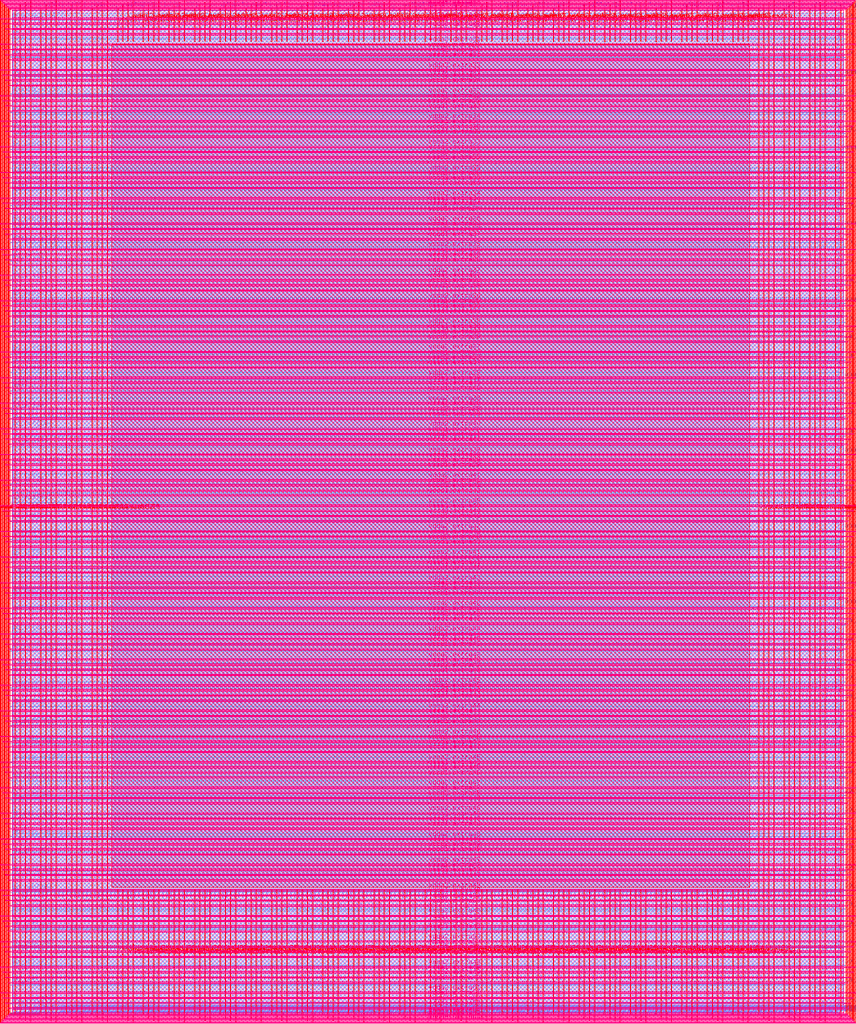
<source format=lef>
VERSION 5.7 ;
  NOWIREEXTENSIONATPIN ON ;
  DIVIDERCHAR "/" ;
  BUSBITCHARS "[]" ;
MACRO user_project_wrapper
  CLASS BLOCK ;
  FOREIGN user_project_wrapper ;
  ORIGIN 0.000 0.000 ;
  SIZE 2920.000 BY 3520.000 ;
  PIN analog_io[0]
    DIRECTION INOUT ;
    USE SIGNAL ;
    PORT
      LAYER met3 ;
        RECT 2917.600 1426.380 2924.800 1427.580 ;
    END
  END analog_io[0]
  PIN analog_io[10]
    DIRECTION INOUT ;
    USE SIGNAL ;
    PORT
      LAYER met2 ;
        RECT 2230.490 3517.600 2231.050 3524.800 ;
    END
  END analog_io[10]
  PIN analog_io[11]
    DIRECTION INOUT ;
    USE SIGNAL ;
    PORT
      LAYER met2 ;
        RECT 1905.730 3517.600 1906.290 3524.800 ;
    END
  END analog_io[11]
  PIN analog_io[12]
    DIRECTION INOUT ;
    USE SIGNAL ;
    PORT
      LAYER met2 ;
        RECT 1581.430 3517.600 1581.990 3524.800 ;
    END
  END analog_io[12]
  PIN analog_io[13]
    DIRECTION INOUT ;
    USE SIGNAL ;
    PORT
      LAYER met2 ;
        RECT 1257.130 3517.600 1257.690 3524.800 ;
    END
  END analog_io[13]
  PIN analog_io[14]
    DIRECTION INOUT ;
    USE SIGNAL ;
    PORT
      LAYER met2 ;
        RECT 932.370 3517.600 932.930 3524.800 ;
    END
  END analog_io[14]
  PIN analog_io[15]
    DIRECTION INOUT ;
    USE SIGNAL ;
    PORT
      LAYER met2 ;
        RECT 608.070 3517.600 608.630 3524.800 ;
    END
  END analog_io[15]
  PIN analog_io[16]
    DIRECTION INOUT ;
    USE SIGNAL ;
    PORT
      LAYER met2 ;
        RECT 283.770 3517.600 284.330 3524.800 ;
    END
  END analog_io[16]
  PIN analog_io[17]
    DIRECTION INOUT ;
    USE SIGNAL ;
    PORT
      LAYER met3 ;
        RECT -4.800 3486.100 2.400 3487.300 ;
    END
  END analog_io[17]
  PIN analog_io[18]
    DIRECTION INOUT ;
    USE SIGNAL ;
    PORT
      LAYER met3 ;
        RECT -4.800 3224.980 2.400 3226.180 ;
    END
  END analog_io[18]
  PIN analog_io[19]
    DIRECTION INOUT ;
    USE SIGNAL ;
    PORT
      LAYER met3 ;
        RECT -4.800 2964.540 2.400 2965.740 ;
    END
  END analog_io[19]
  PIN analog_io[1]
    DIRECTION INOUT ;
    USE SIGNAL ;
    PORT
      LAYER met3 ;
        RECT 2917.600 1692.260 2924.800 1693.460 ;
    END
  END analog_io[1]
  PIN analog_io[20]
    DIRECTION INOUT ;
    USE SIGNAL ;
    PORT
      LAYER met3 ;
        RECT -4.800 2703.420 2.400 2704.620 ;
    END
  END analog_io[20]
  PIN analog_io[21]
    DIRECTION INOUT ;
    USE SIGNAL ;
    PORT
      LAYER met3 ;
        RECT -4.800 2442.980 2.400 2444.180 ;
    END
  END analog_io[21]
  PIN analog_io[22]
    DIRECTION INOUT ;
    USE SIGNAL ;
    PORT
      LAYER met3 ;
        RECT -4.800 2182.540 2.400 2183.740 ;
    END
  END analog_io[22]
  PIN analog_io[23]
    DIRECTION INOUT ;
    USE SIGNAL ;
    PORT
      LAYER met3 ;
        RECT -4.800 1921.420 2.400 1922.620 ;
    END
  END analog_io[23]
  PIN analog_io[24]
    DIRECTION INOUT ;
    USE SIGNAL ;
    PORT
      LAYER met3 ;
        RECT -4.800 1660.980 2.400 1662.180 ;
    END
  END analog_io[24]
  PIN analog_io[25]
    DIRECTION INOUT ;
    USE SIGNAL ;
    PORT
      LAYER met3 ;
        RECT -4.800 1399.860 2.400 1401.060 ;
    END
  END analog_io[25]
  PIN analog_io[26]
    DIRECTION INOUT ;
    USE SIGNAL ;
    PORT
      LAYER met3 ;
        RECT -4.800 1139.420 2.400 1140.620 ;
    END
  END analog_io[26]
  PIN analog_io[27]
    DIRECTION INOUT ;
    USE SIGNAL ;
    PORT
      LAYER met3 ;
        RECT -4.800 878.980 2.400 880.180 ;
    END
  END analog_io[27]
  PIN analog_io[28]
    DIRECTION INOUT ;
    USE SIGNAL ;
    PORT
      LAYER met3 ;
        RECT -4.800 617.860 2.400 619.060 ;
    END
  END analog_io[28]
  PIN analog_io[2]
    DIRECTION INOUT ;
    USE SIGNAL ;
    PORT
      LAYER met3 ;
        RECT 2917.600 1958.140 2924.800 1959.340 ;
    END
  END analog_io[2]
  PIN analog_io[3]
    DIRECTION INOUT ;
    USE SIGNAL ;
    PORT
      LAYER met3 ;
        RECT 2917.600 2223.340 2924.800 2224.540 ;
    END
  END analog_io[3]
  PIN analog_io[4]
    DIRECTION INOUT ;
    USE SIGNAL ;
    PORT
      LAYER met3 ;
        RECT 2917.600 2489.220 2924.800 2490.420 ;
    END
  END analog_io[4]
  PIN analog_io[5]
    DIRECTION INOUT ;
    USE SIGNAL ;
    PORT
      LAYER met3 ;
        RECT 2917.600 2755.100 2924.800 2756.300 ;
    END
  END analog_io[5]
  PIN analog_io[6]
    DIRECTION INOUT ;
    USE SIGNAL ;
    PORT
      LAYER met3 ;
        RECT 2917.600 3020.300 2924.800 3021.500 ;
    END
  END analog_io[6]
  PIN analog_io[7]
    DIRECTION INOUT ;
    USE SIGNAL ;
    PORT
      LAYER met3 ;
        RECT 2917.600 3286.180 2924.800 3287.380 ;
    END
  END analog_io[7]
  PIN analog_io[8]
    DIRECTION INOUT ;
    USE SIGNAL ;
    PORT
      LAYER met2 ;
        RECT 2879.090 3517.600 2879.650 3524.800 ;
    END
  END analog_io[8]
  PIN analog_io[9]
    DIRECTION INOUT ;
    USE SIGNAL ;
    PORT
      LAYER met2 ;
        RECT 2554.790 3517.600 2555.350 3524.800 ;
    END
  END analog_io[9]
  PIN io_in[0]
    DIRECTION INPUT ;
    USE SIGNAL ;
    PORT
      LAYER met3 ;
        RECT 2917.600 32.380 2924.800 33.580 ;
    END
  END io_in[0]
  PIN io_in[10]
    DIRECTION INPUT ;
    USE SIGNAL ;
    PORT
      LAYER met3 ;
        RECT 2917.600 2289.980 2924.800 2291.180 ;
    END
  END io_in[10]
  PIN io_in[11]
    DIRECTION INPUT ;
    USE SIGNAL ;
    PORT
      LAYER met3 ;
        RECT 2917.600 2555.860 2924.800 2557.060 ;
    END
  END io_in[11]
  PIN io_in[12]
    DIRECTION INPUT ;
    USE SIGNAL ;
    PORT
      LAYER met3 ;
        RECT 2917.600 2821.060 2924.800 2822.260 ;
    END
  END io_in[12]
  PIN io_in[13]
    DIRECTION INPUT ;
    USE SIGNAL ;
    PORT
      LAYER met3 ;
        RECT 2917.600 3086.940 2924.800 3088.140 ;
    END
  END io_in[13]
  PIN io_in[14]
    DIRECTION INPUT ;
    USE SIGNAL ;
    PORT
      LAYER met3 ;
        RECT 2917.600 3352.820 2924.800 3354.020 ;
    END
  END io_in[14]
  PIN io_in[15]
    DIRECTION INPUT ;
    USE SIGNAL ;
    PORT
      LAYER met2 ;
        RECT 2798.130 3517.600 2798.690 3524.800 ;
    END
  END io_in[15]
  PIN io_in[16]
    DIRECTION INPUT ;
    USE SIGNAL ;
    PORT
      LAYER met2 ;
        RECT 2473.830 3517.600 2474.390 3524.800 ;
    END
  END io_in[16]
  PIN io_in[17]
    DIRECTION INPUT ;
    USE SIGNAL ;
    PORT
      LAYER met2 ;
        RECT 2149.070 3517.600 2149.630 3524.800 ;
    END
  END io_in[17]
  PIN io_in[18]
    DIRECTION INPUT ;
    USE SIGNAL ;
    PORT
      LAYER met2 ;
        RECT 1824.770 3517.600 1825.330 3524.800 ;
    END
  END io_in[18]
  PIN io_in[19]
    DIRECTION INPUT ;
    USE SIGNAL ;
    PORT
      LAYER met2 ;
        RECT 1500.470 3517.600 1501.030 3524.800 ;
    END
  END io_in[19]
  PIN io_in[1]
    DIRECTION INPUT ;
    USE SIGNAL ;
    PORT
      LAYER met3 ;
        RECT 2917.600 230.940 2924.800 232.140 ;
    END
  END io_in[1]
  PIN io_in[20]
    DIRECTION INPUT ;
    USE SIGNAL ;
    PORT
      LAYER met2 ;
        RECT 1175.710 3517.600 1176.270 3524.800 ;
    END
  END io_in[20]
  PIN io_in[21]
    DIRECTION INPUT ;
    USE SIGNAL ;
    PORT
      LAYER met2 ;
        RECT 851.410 3517.600 851.970 3524.800 ;
    END
  END io_in[21]
  PIN io_in[22]
    DIRECTION INPUT ;
    USE SIGNAL ;
    PORT
      LAYER met2 ;
        RECT 527.110 3517.600 527.670 3524.800 ;
    END
  END io_in[22]
  PIN io_in[23]
    DIRECTION INPUT ;
    USE SIGNAL ;
    PORT
      LAYER met2 ;
        RECT 202.350 3517.600 202.910 3524.800 ;
    END
  END io_in[23]
  PIN io_in[24]
    DIRECTION INPUT ;
    USE SIGNAL ;
    PORT
      LAYER met3 ;
        RECT -4.800 3420.820 2.400 3422.020 ;
    END
  END io_in[24]
  PIN io_in[25]
    DIRECTION INPUT ;
    USE SIGNAL ;
    PORT
      LAYER met3 ;
        RECT -4.800 3159.700 2.400 3160.900 ;
    END
  END io_in[25]
  PIN io_in[26]
    DIRECTION INPUT ;
    USE SIGNAL ;
    PORT
      LAYER met3 ;
        RECT -4.800 2899.260 2.400 2900.460 ;
    END
  END io_in[26]
  PIN io_in[27]
    DIRECTION INPUT ;
    USE SIGNAL ;
    PORT
      LAYER met3 ;
        RECT -4.800 2638.820 2.400 2640.020 ;
    END
  END io_in[27]
  PIN io_in[28]
    DIRECTION INPUT ;
    USE SIGNAL ;
    PORT
      LAYER met3 ;
        RECT -4.800 2377.700 2.400 2378.900 ;
    END
  END io_in[28]
  PIN io_in[29]
    DIRECTION INPUT ;
    USE SIGNAL ;
    PORT
      LAYER met3 ;
        RECT -4.800 2117.260 2.400 2118.460 ;
    END
  END io_in[29]
  PIN io_in[2]
    DIRECTION INPUT ;
    USE SIGNAL ;
    PORT
      LAYER met3 ;
        RECT 2917.600 430.180 2924.800 431.380 ;
    END
  END io_in[2]
  PIN io_in[30]
    DIRECTION INPUT ;
    USE SIGNAL ;
    PORT
      LAYER met3 ;
        RECT -4.800 1856.140 2.400 1857.340 ;
    END
  END io_in[30]
  PIN io_in[31]
    DIRECTION INPUT ;
    USE SIGNAL ;
    PORT
      LAYER met3 ;
        RECT -4.800 1595.700 2.400 1596.900 ;
    END
  END io_in[31]
  PIN io_in[32]
    DIRECTION INPUT ;
    USE SIGNAL ;
    PORT
      LAYER met3 ;
        RECT -4.800 1335.260 2.400 1336.460 ;
    END
  END io_in[32]
  PIN io_in[33]
    DIRECTION INPUT ;
    USE SIGNAL ;
    PORT
      LAYER met3 ;
        RECT -4.800 1074.140 2.400 1075.340 ;
    END
  END io_in[33]
  PIN io_in[34]
    DIRECTION INPUT ;
    USE SIGNAL ;
    PORT
      LAYER met3 ;
        RECT -4.800 813.700 2.400 814.900 ;
    END
  END io_in[34]
  PIN io_in[35]
    DIRECTION INPUT ;
    USE SIGNAL ;
    PORT
      LAYER met3 ;
        RECT -4.800 552.580 2.400 553.780 ;
    END
  END io_in[35]
  PIN io_in[36]
    DIRECTION INPUT ;
    USE SIGNAL ;
    PORT
      LAYER met3 ;
        RECT -4.800 357.420 2.400 358.620 ;
    END
  END io_in[36]
  PIN io_in[37]
    DIRECTION INPUT ;
    USE SIGNAL ;
    PORT
      LAYER met3 ;
        RECT -4.800 161.580 2.400 162.780 ;
    END
  END io_in[37]
  PIN io_in[3]
    DIRECTION INPUT ;
    USE SIGNAL ;
    PORT
      LAYER met3 ;
        RECT 2917.600 629.420 2924.800 630.620 ;
    END
  END io_in[3]
  PIN io_in[4]
    DIRECTION INPUT ;
    USE SIGNAL ;
    PORT
      LAYER met3 ;
        RECT 2917.600 828.660 2924.800 829.860 ;
    END
  END io_in[4]
  PIN io_in[5]
    DIRECTION INPUT ;
    USE SIGNAL ;
    PORT
      LAYER met3 ;
        RECT 2917.600 1027.900 2924.800 1029.100 ;
    END
  END io_in[5]
  PIN io_in[6]
    DIRECTION INPUT ;
    USE SIGNAL ;
    PORT
      LAYER met3 ;
        RECT 2917.600 1227.140 2924.800 1228.340 ;
    END
  END io_in[6]
  PIN io_in[7]
    DIRECTION INPUT ;
    USE SIGNAL ;
    PORT
      LAYER met3 ;
        RECT 2917.600 1493.020 2924.800 1494.220 ;
    END
  END io_in[7]
  PIN io_in[8]
    DIRECTION INPUT ;
    USE SIGNAL ;
    PORT
      LAYER met3 ;
        RECT 2917.600 1758.900 2924.800 1760.100 ;
    END
  END io_in[8]
  PIN io_in[9]
    DIRECTION INPUT ;
    USE SIGNAL ;
    PORT
      LAYER met3 ;
        RECT 2917.600 2024.100 2924.800 2025.300 ;
    END
  END io_in[9]
  PIN io_oeb[0]
    DIRECTION OUTPUT TRISTATE ;
    USE SIGNAL ;
    PORT
      LAYER met3 ;
        RECT 2917.600 164.980 2924.800 166.180 ;
    END
  END io_oeb[0]
  PIN io_oeb[10]
    DIRECTION OUTPUT TRISTATE ;
    USE SIGNAL ;
    PORT
      LAYER met3 ;
        RECT 2917.600 2422.580 2924.800 2423.780 ;
    END
  END io_oeb[10]
  PIN io_oeb[11]
    DIRECTION OUTPUT TRISTATE ;
    USE SIGNAL ;
    PORT
      LAYER met3 ;
        RECT 2917.600 2688.460 2924.800 2689.660 ;
    END
  END io_oeb[11]
  PIN io_oeb[12]
    DIRECTION OUTPUT TRISTATE ;
    USE SIGNAL ;
    PORT
      LAYER met3 ;
        RECT 2917.600 2954.340 2924.800 2955.540 ;
    END
  END io_oeb[12]
  PIN io_oeb[13]
    DIRECTION OUTPUT TRISTATE ;
    USE SIGNAL ;
    PORT
      LAYER met3 ;
        RECT 2917.600 3219.540 2924.800 3220.740 ;
    END
  END io_oeb[13]
  PIN io_oeb[14]
    DIRECTION OUTPUT TRISTATE ;
    USE SIGNAL ;
    PORT
      LAYER met3 ;
        RECT 2917.600 3485.420 2924.800 3486.620 ;
    END
  END io_oeb[14]
  PIN io_oeb[15]
    DIRECTION OUTPUT TRISTATE ;
    USE SIGNAL ;
    PORT
      LAYER met2 ;
        RECT 2635.750 3517.600 2636.310 3524.800 ;
    END
  END io_oeb[15]
  PIN io_oeb[16]
    DIRECTION OUTPUT TRISTATE ;
    USE SIGNAL ;
    PORT
      LAYER met2 ;
        RECT 2311.450 3517.600 2312.010 3524.800 ;
    END
  END io_oeb[16]
  PIN io_oeb[17]
    DIRECTION OUTPUT TRISTATE ;
    USE SIGNAL ;
    PORT
      LAYER met2 ;
        RECT 1987.150 3517.600 1987.710 3524.800 ;
    END
  END io_oeb[17]
  PIN io_oeb[18]
    DIRECTION OUTPUT TRISTATE ;
    USE SIGNAL ;
    PORT
      LAYER met2 ;
        RECT 1662.390 3517.600 1662.950 3524.800 ;
    END
  END io_oeb[18]
  PIN io_oeb[19]
    DIRECTION OUTPUT TRISTATE ;
    USE SIGNAL ;
    PORT
      LAYER met2 ;
        RECT 1338.090 3517.600 1338.650 3524.800 ;
    END
  END io_oeb[19]
  PIN io_oeb[1]
    DIRECTION OUTPUT TRISTATE ;
    USE SIGNAL ;
    PORT
      LAYER met3 ;
        RECT 2917.600 364.220 2924.800 365.420 ;
    END
  END io_oeb[1]
  PIN io_oeb[20]
    DIRECTION OUTPUT TRISTATE ;
    USE SIGNAL ;
    PORT
      LAYER met2 ;
        RECT 1013.790 3517.600 1014.350 3524.800 ;
    END
  END io_oeb[20]
  PIN io_oeb[21]
    DIRECTION OUTPUT TRISTATE ;
    USE SIGNAL ;
    PORT
      LAYER met2 ;
        RECT 689.030 3517.600 689.590 3524.800 ;
    END
  END io_oeb[21]
  PIN io_oeb[22]
    DIRECTION OUTPUT TRISTATE ;
    USE SIGNAL ;
    PORT
      LAYER met2 ;
        RECT 364.730 3517.600 365.290 3524.800 ;
    END
  END io_oeb[22]
  PIN io_oeb[23]
    DIRECTION OUTPUT TRISTATE ;
    USE SIGNAL ;
    PORT
      LAYER met2 ;
        RECT 40.430 3517.600 40.990 3524.800 ;
    END
  END io_oeb[23]
  PIN io_oeb[24]
    DIRECTION OUTPUT TRISTATE ;
    USE SIGNAL ;
    PORT
      LAYER met3 ;
        RECT -4.800 3290.260 2.400 3291.460 ;
    END
  END io_oeb[24]
  PIN io_oeb[25]
    DIRECTION OUTPUT TRISTATE ;
    USE SIGNAL ;
    PORT
      LAYER met3 ;
        RECT -4.800 3029.820 2.400 3031.020 ;
    END
  END io_oeb[25]
  PIN io_oeb[26]
    DIRECTION OUTPUT TRISTATE ;
    USE SIGNAL ;
    PORT
      LAYER met3 ;
        RECT -4.800 2768.700 2.400 2769.900 ;
    END
  END io_oeb[26]
  PIN io_oeb[27]
    DIRECTION OUTPUT TRISTATE ;
    USE SIGNAL ;
    PORT
      LAYER met3 ;
        RECT -4.800 2508.260 2.400 2509.460 ;
    END
  END io_oeb[27]
  PIN io_oeb[28]
    DIRECTION OUTPUT TRISTATE ;
    USE SIGNAL ;
    PORT
      LAYER met3 ;
        RECT -4.800 2247.140 2.400 2248.340 ;
    END
  END io_oeb[28]
  PIN io_oeb[29]
    DIRECTION OUTPUT TRISTATE ;
    USE SIGNAL ;
    PORT
      LAYER met3 ;
        RECT -4.800 1986.700 2.400 1987.900 ;
    END
  END io_oeb[29]
  PIN io_oeb[2]
    DIRECTION OUTPUT TRISTATE ;
    USE SIGNAL ;
    PORT
      LAYER met3 ;
        RECT 2917.600 563.460 2924.800 564.660 ;
    END
  END io_oeb[2]
  PIN io_oeb[30]
    DIRECTION OUTPUT TRISTATE ;
    USE SIGNAL ;
    PORT
      LAYER met3 ;
        RECT -4.800 1726.260 2.400 1727.460 ;
    END
  END io_oeb[30]
  PIN io_oeb[31]
    DIRECTION OUTPUT TRISTATE ;
    USE SIGNAL ;
    PORT
      LAYER met3 ;
        RECT -4.800 1465.140 2.400 1466.340 ;
    END
  END io_oeb[31]
  PIN io_oeb[32]
    DIRECTION OUTPUT TRISTATE ;
    USE SIGNAL ;
    PORT
      LAYER met3 ;
        RECT -4.800 1204.700 2.400 1205.900 ;
    END
  END io_oeb[32]
  PIN io_oeb[33]
    DIRECTION OUTPUT TRISTATE ;
    USE SIGNAL ;
    PORT
      LAYER met3 ;
        RECT -4.800 943.580 2.400 944.780 ;
    END
  END io_oeb[33]
  PIN io_oeb[34]
    DIRECTION OUTPUT TRISTATE ;
    USE SIGNAL ;
    PORT
      LAYER met3 ;
        RECT -4.800 683.140 2.400 684.340 ;
    END
  END io_oeb[34]
  PIN io_oeb[35]
    DIRECTION OUTPUT TRISTATE ;
    USE SIGNAL ;
    PORT
      LAYER met3 ;
        RECT -4.800 422.700 2.400 423.900 ;
    END
  END io_oeb[35]
  PIN io_oeb[36]
    DIRECTION OUTPUT TRISTATE ;
    USE SIGNAL ;
    PORT
      LAYER met3 ;
        RECT -4.800 226.860 2.400 228.060 ;
    END
  END io_oeb[36]
  PIN io_oeb[37]
    DIRECTION OUTPUT TRISTATE ;
    USE SIGNAL ;
    PORT
      LAYER met3 ;
        RECT -4.800 31.700 2.400 32.900 ;
    END
  END io_oeb[37]
  PIN io_oeb[3]
    DIRECTION OUTPUT TRISTATE ;
    USE SIGNAL ;
    PORT
      LAYER met3 ;
        RECT 2917.600 762.700 2924.800 763.900 ;
    END
  END io_oeb[3]
  PIN io_oeb[4]
    DIRECTION OUTPUT TRISTATE ;
    USE SIGNAL ;
    PORT
      LAYER met3 ;
        RECT 2917.600 961.940 2924.800 963.140 ;
    END
  END io_oeb[4]
  PIN io_oeb[5]
    DIRECTION OUTPUT TRISTATE ;
    USE SIGNAL ;
    PORT
      LAYER met3 ;
        RECT 2917.600 1161.180 2924.800 1162.380 ;
    END
  END io_oeb[5]
  PIN io_oeb[6]
    DIRECTION OUTPUT TRISTATE ;
    USE SIGNAL ;
    PORT
      LAYER met3 ;
        RECT 2917.600 1360.420 2924.800 1361.620 ;
    END
  END io_oeb[6]
  PIN io_oeb[7]
    DIRECTION OUTPUT TRISTATE ;
    USE SIGNAL ;
    PORT
      LAYER met3 ;
        RECT 2917.600 1625.620 2924.800 1626.820 ;
    END
  END io_oeb[7]
  PIN io_oeb[8]
    DIRECTION OUTPUT TRISTATE ;
    USE SIGNAL ;
    PORT
      LAYER met3 ;
        RECT 2917.600 1891.500 2924.800 1892.700 ;
    END
  END io_oeb[8]
  PIN io_oeb[9]
    DIRECTION OUTPUT TRISTATE ;
    USE SIGNAL ;
    PORT
      LAYER met3 ;
        RECT 2917.600 2157.380 2924.800 2158.580 ;
    END
  END io_oeb[9]
  PIN io_out[0]
    DIRECTION OUTPUT TRISTATE ;
    USE SIGNAL ;
    PORT
      LAYER met3 ;
        RECT 2917.600 98.340 2924.800 99.540 ;
    END
  END io_out[0]
  PIN io_out[10]
    DIRECTION OUTPUT TRISTATE ;
    USE SIGNAL ;
    PORT
      LAYER met3 ;
        RECT 2917.600 2356.620 2924.800 2357.820 ;
    END
  END io_out[10]
  PIN io_out[11]
    DIRECTION OUTPUT TRISTATE ;
    USE SIGNAL ;
    PORT
      LAYER met3 ;
        RECT 2917.600 2621.820 2924.800 2623.020 ;
    END
  END io_out[11]
  PIN io_out[12]
    DIRECTION OUTPUT TRISTATE ;
    USE SIGNAL ;
    PORT
      LAYER met3 ;
        RECT 2917.600 2887.700 2924.800 2888.900 ;
    END
  END io_out[12]
  PIN io_out[13]
    DIRECTION OUTPUT TRISTATE ;
    USE SIGNAL ;
    PORT
      LAYER met3 ;
        RECT 2917.600 3153.580 2924.800 3154.780 ;
    END
  END io_out[13]
  PIN io_out[14]
    DIRECTION OUTPUT TRISTATE ;
    USE SIGNAL ;
    PORT
      LAYER met3 ;
        RECT 2917.600 3418.780 2924.800 3419.980 ;
    END
  END io_out[14]
  PIN io_out[15]
    DIRECTION OUTPUT TRISTATE ;
    USE SIGNAL ;
    PORT
      LAYER met2 ;
        RECT 2717.170 3517.600 2717.730 3524.800 ;
    END
  END io_out[15]
  PIN io_out[16]
    DIRECTION OUTPUT TRISTATE ;
    USE SIGNAL ;
    PORT
      LAYER met2 ;
        RECT 2392.410 3517.600 2392.970 3524.800 ;
    END
  END io_out[16]
  PIN io_out[17]
    DIRECTION OUTPUT TRISTATE ;
    USE SIGNAL ;
    PORT
      LAYER met2 ;
        RECT 2068.110 3517.600 2068.670 3524.800 ;
    END
  END io_out[17]
  PIN io_out[18]
    DIRECTION OUTPUT TRISTATE ;
    USE SIGNAL ;
    PORT
      LAYER met2 ;
        RECT 1743.810 3517.600 1744.370 3524.800 ;
    END
  END io_out[18]
  PIN io_out[19]
    DIRECTION OUTPUT TRISTATE ;
    USE SIGNAL ;
    PORT
      LAYER met2 ;
        RECT 1419.050 3517.600 1419.610 3524.800 ;
    END
  END io_out[19]
  PIN io_out[1]
    DIRECTION OUTPUT TRISTATE ;
    USE SIGNAL ;
    PORT
      LAYER met3 ;
        RECT 2917.600 297.580 2924.800 298.780 ;
    END
  END io_out[1]
  PIN io_out[20]
    DIRECTION OUTPUT TRISTATE ;
    USE SIGNAL ;
    PORT
      LAYER met2 ;
        RECT 1094.750 3517.600 1095.310 3524.800 ;
    END
  END io_out[20]
  PIN io_out[21]
    DIRECTION OUTPUT TRISTATE ;
    USE SIGNAL ;
    PORT
      LAYER met2 ;
        RECT 770.450 3517.600 771.010 3524.800 ;
    END
  END io_out[21]
  PIN io_out[22]
    DIRECTION OUTPUT TRISTATE ;
    USE SIGNAL ;
    PORT
      LAYER met2 ;
        RECT 445.690 3517.600 446.250 3524.800 ;
    END
  END io_out[22]
  PIN io_out[23]
    DIRECTION OUTPUT TRISTATE ;
    USE SIGNAL ;
    PORT
      LAYER met2 ;
        RECT 121.390 3517.600 121.950 3524.800 ;
    END
  END io_out[23]
  PIN io_out[24]
    DIRECTION OUTPUT TRISTATE ;
    USE SIGNAL ;
    PORT
      LAYER met3 ;
        RECT -4.800 3355.540 2.400 3356.740 ;
    END
  END io_out[24]
  PIN io_out[25]
    DIRECTION OUTPUT TRISTATE ;
    USE SIGNAL ;
    PORT
      LAYER met3 ;
        RECT -4.800 3095.100 2.400 3096.300 ;
    END
  END io_out[25]
  PIN io_out[26]
    DIRECTION OUTPUT TRISTATE ;
    USE SIGNAL ;
    PORT
      LAYER met3 ;
        RECT -4.800 2833.980 2.400 2835.180 ;
    END
  END io_out[26]
  PIN io_out[27]
    DIRECTION OUTPUT TRISTATE ;
    USE SIGNAL ;
    PORT
      LAYER met3 ;
        RECT -4.800 2573.540 2.400 2574.740 ;
    END
  END io_out[27]
  PIN io_out[28]
    DIRECTION OUTPUT TRISTATE ;
    USE SIGNAL ;
    PORT
      LAYER met3 ;
        RECT -4.800 2312.420 2.400 2313.620 ;
    END
  END io_out[28]
  PIN io_out[29]
    DIRECTION OUTPUT TRISTATE ;
    USE SIGNAL ;
    PORT
      LAYER met3 ;
        RECT -4.800 2051.980 2.400 2053.180 ;
    END
  END io_out[29]
  PIN io_out[2]
    DIRECTION OUTPUT TRISTATE ;
    USE SIGNAL ;
    PORT
      LAYER met3 ;
        RECT 2917.600 496.820 2924.800 498.020 ;
    END
  END io_out[2]
  PIN io_out[30]
    DIRECTION OUTPUT TRISTATE ;
    USE SIGNAL ;
    PORT
      LAYER met3 ;
        RECT -4.800 1791.540 2.400 1792.740 ;
    END
  END io_out[30]
  PIN io_out[31]
    DIRECTION OUTPUT TRISTATE ;
    USE SIGNAL ;
    PORT
      LAYER met3 ;
        RECT -4.800 1530.420 2.400 1531.620 ;
    END
  END io_out[31]
  PIN io_out[32]
    DIRECTION OUTPUT TRISTATE ;
    USE SIGNAL ;
    PORT
      LAYER met3 ;
        RECT -4.800 1269.980 2.400 1271.180 ;
    END
  END io_out[32]
  PIN io_out[33]
    DIRECTION OUTPUT TRISTATE ;
    USE SIGNAL ;
    PORT
      LAYER met3 ;
        RECT -4.800 1008.860 2.400 1010.060 ;
    END
  END io_out[33]
  PIN io_out[34]
    DIRECTION OUTPUT TRISTATE ;
    USE SIGNAL ;
    PORT
      LAYER met3 ;
        RECT -4.800 748.420 2.400 749.620 ;
    END
  END io_out[34]
  PIN io_out[35]
    DIRECTION OUTPUT TRISTATE ;
    USE SIGNAL ;
    PORT
      LAYER met3 ;
        RECT -4.800 487.300 2.400 488.500 ;
    END
  END io_out[35]
  PIN io_out[36]
    DIRECTION OUTPUT TRISTATE ;
    USE SIGNAL ;
    PORT
      LAYER met3 ;
        RECT -4.800 292.140 2.400 293.340 ;
    END
  END io_out[36]
  PIN io_out[37]
    DIRECTION OUTPUT TRISTATE ;
    USE SIGNAL ;
    PORT
      LAYER met3 ;
        RECT -4.800 96.300 2.400 97.500 ;
    END
  END io_out[37]
  PIN io_out[3]
    DIRECTION OUTPUT TRISTATE ;
    USE SIGNAL ;
    PORT
      LAYER met3 ;
        RECT 2917.600 696.060 2924.800 697.260 ;
    END
  END io_out[3]
  PIN io_out[4]
    DIRECTION OUTPUT TRISTATE ;
    USE SIGNAL ;
    PORT
      LAYER met3 ;
        RECT 2917.600 895.300 2924.800 896.500 ;
    END
  END io_out[4]
  PIN io_out[5]
    DIRECTION OUTPUT TRISTATE ;
    USE SIGNAL ;
    PORT
      LAYER met3 ;
        RECT 2917.600 1094.540 2924.800 1095.740 ;
    END
  END io_out[5]
  PIN io_out[6]
    DIRECTION OUTPUT TRISTATE ;
    USE SIGNAL ;
    PORT
      LAYER met3 ;
        RECT 2917.600 1293.780 2924.800 1294.980 ;
    END
  END io_out[6]
  PIN io_out[7]
    DIRECTION OUTPUT TRISTATE ;
    USE SIGNAL ;
    PORT
      LAYER met3 ;
        RECT 2917.600 1559.660 2924.800 1560.860 ;
    END
  END io_out[7]
  PIN io_out[8]
    DIRECTION OUTPUT TRISTATE ;
    USE SIGNAL ;
    PORT
      LAYER met3 ;
        RECT 2917.600 1824.860 2924.800 1826.060 ;
    END
  END io_out[8]
  PIN io_out[9]
    DIRECTION OUTPUT TRISTATE ;
    USE SIGNAL ;
    PORT
      LAYER met3 ;
        RECT 2917.600 2090.740 2924.800 2091.940 ;
    END
  END io_out[9]
  PIN la_data_in[0]
    DIRECTION INPUT ;
    USE SIGNAL ;
    PORT
      LAYER met2 ;
        RECT 629.230 -4.800 629.790 2.400 ;
    END
  END la_data_in[0]
  PIN la_data_in[100]
    DIRECTION INPUT ;
    USE SIGNAL ;
    PORT
      LAYER met2 ;
        RECT 2402.530 -4.800 2403.090 2.400 ;
    END
  END la_data_in[100]
  PIN la_data_in[101]
    DIRECTION INPUT ;
    USE SIGNAL ;
    PORT
      LAYER met2 ;
        RECT 2420.010 -4.800 2420.570 2.400 ;
    END
  END la_data_in[101]
  PIN la_data_in[102]
    DIRECTION INPUT ;
    USE SIGNAL ;
    PORT
      LAYER met2 ;
        RECT 2437.950 -4.800 2438.510 2.400 ;
    END
  END la_data_in[102]
  PIN la_data_in[103]
    DIRECTION INPUT ;
    USE SIGNAL ;
    PORT
      LAYER met2 ;
        RECT 2455.430 -4.800 2455.990 2.400 ;
    END
  END la_data_in[103]
  PIN la_data_in[104]
    DIRECTION INPUT ;
    USE SIGNAL ;
    PORT
      LAYER met2 ;
        RECT 2473.370 -4.800 2473.930 2.400 ;
    END
  END la_data_in[104]
  PIN la_data_in[105]
    DIRECTION INPUT ;
    USE SIGNAL ;
    PORT
      LAYER met2 ;
        RECT 2490.850 -4.800 2491.410 2.400 ;
    END
  END la_data_in[105]
  PIN la_data_in[106]
    DIRECTION INPUT ;
    USE SIGNAL ;
    PORT
      LAYER met2 ;
        RECT 2508.790 -4.800 2509.350 2.400 ;
    END
  END la_data_in[106]
  PIN la_data_in[107]
    DIRECTION INPUT ;
    USE SIGNAL ;
    PORT
      LAYER met2 ;
        RECT 2526.730 -4.800 2527.290 2.400 ;
    END
  END la_data_in[107]
  PIN la_data_in[108]
    DIRECTION INPUT ;
    USE SIGNAL ;
    PORT
      LAYER met2 ;
        RECT 2544.210 -4.800 2544.770 2.400 ;
    END
  END la_data_in[108]
  PIN la_data_in[109]
    DIRECTION INPUT ;
    USE SIGNAL ;
    PORT
      LAYER met2 ;
        RECT 2562.150 -4.800 2562.710 2.400 ;
    END
  END la_data_in[109]
  PIN la_data_in[10]
    DIRECTION INPUT ;
    USE SIGNAL ;
    PORT
      LAYER met2 ;
        RECT 806.330 -4.800 806.890 2.400 ;
    END
  END la_data_in[10]
  PIN la_data_in[110]
    DIRECTION INPUT ;
    USE SIGNAL ;
    PORT
      LAYER met2 ;
        RECT 2579.630 -4.800 2580.190 2.400 ;
    END
  END la_data_in[110]
  PIN la_data_in[111]
    DIRECTION INPUT ;
    USE SIGNAL ;
    PORT
      LAYER met2 ;
        RECT 2597.570 -4.800 2598.130 2.400 ;
    END
  END la_data_in[111]
  PIN la_data_in[112]
    DIRECTION INPUT ;
    USE SIGNAL ;
    PORT
      LAYER met2 ;
        RECT 2615.050 -4.800 2615.610 2.400 ;
    END
  END la_data_in[112]
  PIN la_data_in[113]
    DIRECTION INPUT ;
    USE SIGNAL ;
    PORT
      LAYER met2 ;
        RECT 2632.990 -4.800 2633.550 2.400 ;
    END
  END la_data_in[113]
  PIN la_data_in[114]
    DIRECTION INPUT ;
    USE SIGNAL ;
    PORT
      LAYER met2 ;
        RECT 2650.470 -4.800 2651.030 2.400 ;
    END
  END la_data_in[114]
  PIN la_data_in[115]
    DIRECTION INPUT ;
    USE SIGNAL ;
    PORT
      LAYER met2 ;
        RECT 2668.410 -4.800 2668.970 2.400 ;
    END
  END la_data_in[115]
  PIN la_data_in[116]
    DIRECTION INPUT ;
    USE SIGNAL ;
    PORT
      LAYER met2 ;
        RECT 2685.890 -4.800 2686.450 2.400 ;
    END
  END la_data_in[116]
  PIN la_data_in[117]
    DIRECTION INPUT ;
    USE SIGNAL ;
    PORT
      LAYER met2 ;
        RECT 2703.830 -4.800 2704.390 2.400 ;
    END
  END la_data_in[117]
  PIN la_data_in[118]
    DIRECTION INPUT ;
    USE SIGNAL ;
    PORT
      LAYER met2 ;
        RECT 2721.770 -4.800 2722.330 2.400 ;
    END
  END la_data_in[118]
  PIN la_data_in[119]
    DIRECTION INPUT ;
    USE SIGNAL ;
    PORT
      LAYER met2 ;
        RECT 2739.250 -4.800 2739.810 2.400 ;
    END
  END la_data_in[119]
  PIN la_data_in[11]
    DIRECTION INPUT ;
    USE SIGNAL ;
    PORT
      LAYER met2 ;
        RECT 824.270 -4.800 824.830 2.400 ;
    END
  END la_data_in[11]
  PIN la_data_in[120]
    DIRECTION INPUT ;
    USE SIGNAL ;
    PORT
      LAYER met2 ;
        RECT 2757.190 -4.800 2757.750 2.400 ;
    END
  END la_data_in[120]
  PIN la_data_in[121]
    DIRECTION INPUT ;
    USE SIGNAL ;
    PORT
      LAYER met2 ;
        RECT 2774.670 -4.800 2775.230 2.400 ;
    END
  END la_data_in[121]
  PIN la_data_in[122]
    DIRECTION INPUT ;
    USE SIGNAL ;
    PORT
      LAYER met2 ;
        RECT 2792.610 -4.800 2793.170 2.400 ;
    END
  END la_data_in[122]
  PIN la_data_in[123]
    DIRECTION INPUT ;
    USE SIGNAL ;
    PORT
      LAYER met2 ;
        RECT 2810.090 -4.800 2810.650 2.400 ;
    END
  END la_data_in[123]
  PIN la_data_in[124]
    DIRECTION INPUT ;
    USE SIGNAL ;
    PORT
      LAYER met2 ;
        RECT 2828.030 -4.800 2828.590 2.400 ;
    END
  END la_data_in[124]
  PIN la_data_in[125]
    DIRECTION INPUT ;
    USE SIGNAL ;
    PORT
      LAYER met2 ;
        RECT 2845.510 -4.800 2846.070 2.400 ;
    END
  END la_data_in[125]
  PIN la_data_in[126]
    DIRECTION INPUT ;
    USE SIGNAL ;
    PORT
      LAYER met2 ;
        RECT 2863.450 -4.800 2864.010 2.400 ;
    END
  END la_data_in[126]
  PIN la_data_in[127]
    DIRECTION INPUT ;
    USE SIGNAL ;
    PORT
      LAYER met2 ;
        RECT 2881.390 -4.800 2881.950 2.400 ;
    END
  END la_data_in[127]
  PIN la_data_in[12]
    DIRECTION INPUT ;
    USE SIGNAL ;
    PORT
      LAYER met2 ;
        RECT 841.750 -4.800 842.310 2.400 ;
    END
  END la_data_in[12]
  PIN la_data_in[13]
    DIRECTION INPUT ;
    USE SIGNAL ;
    PORT
      LAYER met2 ;
        RECT 859.690 -4.800 860.250 2.400 ;
    END
  END la_data_in[13]
  PIN la_data_in[14]
    DIRECTION INPUT ;
    USE SIGNAL ;
    PORT
      LAYER met2 ;
        RECT 877.170 -4.800 877.730 2.400 ;
    END
  END la_data_in[14]
  PIN la_data_in[15]
    DIRECTION INPUT ;
    USE SIGNAL ;
    PORT
      LAYER met2 ;
        RECT 895.110 -4.800 895.670 2.400 ;
    END
  END la_data_in[15]
  PIN la_data_in[16]
    DIRECTION INPUT ;
    USE SIGNAL ;
    PORT
      LAYER met2 ;
        RECT 912.590 -4.800 913.150 2.400 ;
    END
  END la_data_in[16]
  PIN la_data_in[17]
    DIRECTION INPUT ;
    USE SIGNAL ;
    PORT
      LAYER met2 ;
        RECT 930.530 -4.800 931.090 2.400 ;
    END
  END la_data_in[17]
  PIN la_data_in[18]
    DIRECTION INPUT ;
    USE SIGNAL ;
    PORT
      LAYER met2 ;
        RECT 948.470 -4.800 949.030 2.400 ;
    END
  END la_data_in[18]
  PIN la_data_in[19]
    DIRECTION INPUT ;
    USE SIGNAL ;
    PORT
      LAYER met2 ;
        RECT 965.950 -4.800 966.510 2.400 ;
    END
  END la_data_in[19]
  PIN la_data_in[1]
    DIRECTION INPUT ;
    USE SIGNAL ;
    PORT
      LAYER met2 ;
        RECT 646.710 -4.800 647.270 2.400 ;
    END
  END la_data_in[1]
  PIN la_data_in[20]
    DIRECTION INPUT ;
    USE SIGNAL ;
    PORT
      LAYER met2 ;
        RECT 983.890 -4.800 984.450 2.400 ;
    END
  END la_data_in[20]
  PIN la_data_in[21]
    DIRECTION INPUT ;
    USE SIGNAL ;
    PORT
      LAYER met2 ;
        RECT 1001.370 -4.800 1001.930 2.400 ;
    END
  END la_data_in[21]
  PIN la_data_in[22]
    DIRECTION INPUT ;
    USE SIGNAL ;
    PORT
      LAYER met2 ;
        RECT 1019.310 -4.800 1019.870 2.400 ;
    END
  END la_data_in[22]
  PIN la_data_in[23]
    DIRECTION INPUT ;
    USE SIGNAL ;
    PORT
      LAYER met2 ;
        RECT 1036.790 -4.800 1037.350 2.400 ;
    END
  END la_data_in[23]
  PIN la_data_in[24]
    DIRECTION INPUT ;
    USE SIGNAL ;
    PORT
      LAYER met2 ;
        RECT 1054.730 -4.800 1055.290 2.400 ;
    END
  END la_data_in[24]
  PIN la_data_in[25]
    DIRECTION INPUT ;
    USE SIGNAL ;
    PORT
      LAYER met2 ;
        RECT 1072.210 -4.800 1072.770 2.400 ;
    END
  END la_data_in[25]
  PIN la_data_in[26]
    DIRECTION INPUT ;
    USE SIGNAL ;
    PORT
      LAYER met2 ;
        RECT 1090.150 -4.800 1090.710 2.400 ;
    END
  END la_data_in[26]
  PIN la_data_in[27]
    DIRECTION INPUT ;
    USE SIGNAL ;
    PORT
      LAYER met2 ;
        RECT 1107.630 -4.800 1108.190 2.400 ;
    END
  END la_data_in[27]
  PIN la_data_in[28]
    DIRECTION INPUT ;
    USE SIGNAL ;
    PORT
      LAYER met2 ;
        RECT 1125.570 -4.800 1126.130 2.400 ;
    END
  END la_data_in[28]
  PIN la_data_in[29]
    DIRECTION INPUT ;
    USE SIGNAL ;
    PORT
      LAYER met2 ;
        RECT 1143.510 -4.800 1144.070 2.400 ;
    END
  END la_data_in[29]
  PIN la_data_in[2]
    DIRECTION INPUT ;
    USE SIGNAL ;
    PORT
      LAYER met2 ;
        RECT 664.650 -4.800 665.210 2.400 ;
    END
  END la_data_in[2]
  PIN la_data_in[30]
    DIRECTION INPUT ;
    USE SIGNAL ;
    PORT
      LAYER met2 ;
        RECT 1160.990 -4.800 1161.550 2.400 ;
    END
  END la_data_in[30]
  PIN la_data_in[31]
    DIRECTION INPUT ;
    USE SIGNAL ;
    PORT
      LAYER met2 ;
        RECT 1178.930 -4.800 1179.490 2.400 ;
    END
  END la_data_in[31]
  PIN la_data_in[32]
    DIRECTION INPUT ;
    USE SIGNAL ;
    PORT
      LAYER met2 ;
        RECT 1196.410 -4.800 1196.970 2.400 ;
    END
  END la_data_in[32]
  PIN la_data_in[33]
    DIRECTION INPUT ;
    USE SIGNAL ;
    PORT
      LAYER met2 ;
        RECT 1214.350 -4.800 1214.910 2.400 ;
    END
  END la_data_in[33]
  PIN la_data_in[34]
    DIRECTION INPUT ;
    USE SIGNAL ;
    PORT
      LAYER met2 ;
        RECT 1231.830 -4.800 1232.390 2.400 ;
    END
  END la_data_in[34]
  PIN la_data_in[35]
    DIRECTION INPUT ;
    USE SIGNAL ;
    PORT
      LAYER met2 ;
        RECT 1249.770 -4.800 1250.330 2.400 ;
    END
  END la_data_in[35]
  PIN la_data_in[36]
    DIRECTION INPUT ;
    USE SIGNAL ;
    PORT
      LAYER met2 ;
        RECT 1267.250 -4.800 1267.810 2.400 ;
    END
  END la_data_in[36]
  PIN la_data_in[37]
    DIRECTION INPUT ;
    USE SIGNAL ;
    PORT
      LAYER met2 ;
        RECT 1285.190 -4.800 1285.750 2.400 ;
    END
  END la_data_in[37]
  PIN la_data_in[38]
    DIRECTION INPUT ;
    USE SIGNAL ;
    PORT
      LAYER met2 ;
        RECT 1303.130 -4.800 1303.690 2.400 ;
    END
  END la_data_in[38]
  PIN la_data_in[39]
    DIRECTION INPUT ;
    USE SIGNAL ;
    PORT
      LAYER met2 ;
        RECT 1320.610 -4.800 1321.170 2.400 ;
    END
  END la_data_in[39]
  PIN la_data_in[3]
    DIRECTION INPUT ;
    USE SIGNAL ;
    PORT
      LAYER met2 ;
        RECT 682.130 -4.800 682.690 2.400 ;
    END
  END la_data_in[3]
  PIN la_data_in[40]
    DIRECTION INPUT ;
    USE SIGNAL ;
    PORT
      LAYER met2 ;
        RECT 1338.550 -4.800 1339.110 2.400 ;
    END
  END la_data_in[40]
  PIN la_data_in[41]
    DIRECTION INPUT ;
    USE SIGNAL ;
    PORT
      LAYER met2 ;
        RECT 1356.030 -4.800 1356.590 2.400 ;
    END
  END la_data_in[41]
  PIN la_data_in[42]
    DIRECTION INPUT ;
    USE SIGNAL ;
    PORT
      LAYER met2 ;
        RECT 1373.970 -4.800 1374.530 2.400 ;
    END
  END la_data_in[42]
  PIN la_data_in[43]
    DIRECTION INPUT ;
    USE SIGNAL ;
    PORT
      LAYER met2 ;
        RECT 1391.450 -4.800 1392.010 2.400 ;
    END
  END la_data_in[43]
  PIN la_data_in[44]
    DIRECTION INPUT ;
    USE SIGNAL ;
    PORT
      LAYER met2 ;
        RECT 1409.390 -4.800 1409.950 2.400 ;
    END
  END la_data_in[44]
  PIN la_data_in[45]
    DIRECTION INPUT ;
    USE SIGNAL ;
    PORT
      LAYER met2 ;
        RECT 1426.870 -4.800 1427.430 2.400 ;
    END
  END la_data_in[45]
  PIN la_data_in[46]
    DIRECTION INPUT ;
    USE SIGNAL ;
    PORT
      LAYER met2 ;
        RECT 1444.810 -4.800 1445.370 2.400 ;
    END
  END la_data_in[46]
  PIN la_data_in[47]
    DIRECTION INPUT ;
    USE SIGNAL ;
    PORT
      LAYER met2 ;
        RECT 1462.750 -4.800 1463.310 2.400 ;
    END
  END la_data_in[47]
  PIN la_data_in[48]
    DIRECTION INPUT ;
    USE SIGNAL ;
    PORT
      LAYER met2 ;
        RECT 1480.230 -4.800 1480.790 2.400 ;
    END
  END la_data_in[48]
  PIN la_data_in[49]
    DIRECTION INPUT ;
    USE SIGNAL ;
    PORT
      LAYER met2 ;
        RECT 1498.170 -4.800 1498.730 2.400 ;
    END
  END la_data_in[49]
  PIN la_data_in[4]
    DIRECTION INPUT ;
    USE SIGNAL ;
    PORT
      LAYER met2 ;
        RECT 700.070 -4.800 700.630 2.400 ;
    END
  END la_data_in[4]
  PIN la_data_in[50]
    DIRECTION INPUT ;
    USE SIGNAL ;
    PORT
      LAYER met2 ;
        RECT 1515.650 -4.800 1516.210 2.400 ;
    END
  END la_data_in[50]
  PIN la_data_in[51]
    DIRECTION INPUT ;
    USE SIGNAL ;
    PORT
      LAYER met2 ;
        RECT 1533.590 -4.800 1534.150 2.400 ;
    END
  END la_data_in[51]
  PIN la_data_in[52]
    DIRECTION INPUT ;
    USE SIGNAL ;
    PORT
      LAYER met2 ;
        RECT 1551.070 -4.800 1551.630 2.400 ;
    END
  END la_data_in[52]
  PIN la_data_in[53]
    DIRECTION INPUT ;
    USE SIGNAL ;
    PORT
      LAYER met2 ;
        RECT 1569.010 -4.800 1569.570 2.400 ;
    END
  END la_data_in[53]
  PIN la_data_in[54]
    DIRECTION INPUT ;
    USE SIGNAL ;
    PORT
      LAYER met2 ;
        RECT 1586.490 -4.800 1587.050 2.400 ;
    END
  END la_data_in[54]
  PIN la_data_in[55]
    DIRECTION INPUT ;
    USE SIGNAL ;
    PORT
      LAYER met2 ;
        RECT 1604.430 -4.800 1604.990 2.400 ;
    END
  END la_data_in[55]
  PIN la_data_in[56]
    DIRECTION INPUT ;
    USE SIGNAL ;
    PORT
      LAYER met2 ;
        RECT 1621.910 -4.800 1622.470 2.400 ;
    END
  END la_data_in[56]
  PIN la_data_in[57]
    DIRECTION INPUT ;
    USE SIGNAL ;
    PORT
      LAYER met2 ;
        RECT 1639.850 -4.800 1640.410 2.400 ;
    END
  END la_data_in[57]
  PIN la_data_in[58]
    DIRECTION INPUT ;
    USE SIGNAL ;
    PORT
      LAYER met2 ;
        RECT 1657.790 -4.800 1658.350 2.400 ;
    END
  END la_data_in[58]
  PIN la_data_in[59]
    DIRECTION INPUT ;
    USE SIGNAL ;
    PORT
      LAYER met2 ;
        RECT 1675.270 -4.800 1675.830 2.400 ;
    END
  END la_data_in[59]
  PIN la_data_in[5]
    DIRECTION INPUT ;
    USE SIGNAL ;
    PORT
      LAYER met2 ;
        RECT 717.550 -4.800 718.110 2.400 ;
    END
  END la_data_in[5]
  PIN la_data_in[60]
    DIRECTION INPUT ;
    USE SIGNAL ;
    PORT
      LAYER met2 ;
        RECT 1693.210 -4.800 1693.770 2.400 ;
    END
  END la_data_in[60]
  PIN la_data_in[61]
    DIRECTION INPUT ;
    USE SIGNAL ;
    PORT
      LAYER met2 ;
        RECT 1710.690 -4.800 1711.250 2.400 ;
    END
  END la_data_in[61]
  PIN la_data_in[62]
    DIRECTION INPUT ;
    USE SIGNAL ;
    PORT
      LAYER met2 ;
        RECT 1728.630 -4.800 1729.190 2.400 ;
    END
  END la_data_in[62]
  PIN la_data_in[63]
    DIRECTION INPUT ;
    USE SIGNAL ;
    PORT
      LAYER met2 ;
        RECT 1746.110 -4.800 1746.670 2.400 ;
    END
  END la_data_in[63]
  PIN la_data_in[64]
    DIRECTION INPUT ;
    USE SIGNAL ;
    PORT
      LAYER met2 ;
        RECT 1764.050 -4.800 1764.610 2.400 ;
    END
  END la_data_in[64]
  PIN la_data_in[65]
    DIRECTION INPUT ;
    USE SIGNAL ;
    PORT
      LAYER met2 ;
        RECT 1781.530 -4.800 1782.090 2.400 ;
    END
  END la_data_in[65]
  PIN la_data_in[66]
    DIRECTION INPUT ;
    USE SIGNAL ;
    PORT
      LAYER met2 ;
        RECT 1799.470 -4.800 1800.030 2.400 ;
    END
  END la_data_in[66]
  PIN la_data_in[67]
    DIRECTION INPUT ;
    USE SIGNAL ;
    PORT
      LAYER met2 ;
        RECT 1817.410 -4.800 1817.970 2.400 ;
    END
  END la_data_in[67]
  PIN la_data_in[68]
    DIRECTION INPUT ;
    USE SIGNAL ;
    PORT
      LAYER met2 ;
        RECT 1834.890 -4.800 1835.450 2.400 ;
    END
  END la_data_in[68]
  PIN la_data_in[69]
    DIRECTION INPUT ;
    USE SIGNAL ;
    PORT
      LAYER met2 ;
        RECT 1852.830 -4.800 1853.390 2.400 ;
    END
  END la_data_in[69]
  PIN la_data_in[6]
    DIRECTION INPUT ;
    USE SIGNAL ;
    PORT
      LAYER met2 ;
        RECT 735.490 -4.800 736.050 2.400 ;
    END
  END la_data_in[6]
  PIN la_data_in[70]
    DIRECTION INPUT ;
    USE SIGNAL ;
    PORT
      LAYER met2 ;
        RECT 1870.310 -4.800 1870.870 2.400 ;
    END
  END la_data_in[70]
  PIN la_data_in[71]
    DIRECTION INPUT ;
    USE SIGNAL ;
    PORT
      LAYER met2 ;
        RECT 1888.250 -4.800 1888.810 2.400 ;
    END
  END la_data_in[71]
  PIN la_data_in[72]
    DIRECTION INPUT ;
    USE SIGNAL ;
    PORT
      LAYER met2 ;
        RECT 1905.730 -4.800 1906.290 2.400 ;
    END
  END la_data_in[72]
  PIN la_data_in[73]
    DIRECTION INPUT ;
    USE SIGNAL ;
    PORT
      LAYER met2 ;
        RECT 1923.670 -4.800 1924.230 2.400 ;
    END
  END la_data_in[73]
  PIN la_data_in[74]
    DIRECTION INPUT ;
    USE SIGNAL ;
    PORT
      LAYER met2 ;
        RECT 1941.150 -4.800 1941.710 2.400 ;
    END
  END la_data_in[74]
  PIN la_data_in[75]
    DIRECTION INPUT ;
    USE SIGNAL ;
    PORT
      LAYER met2 ;
        RECT 1959.090 -4.800 1959.650 2.400 ;
    END
  END la_data_in[75]
  PIN la_data_in[76]
    DIRECTION INPUT ;
    USE SIGNAL ;
    PORT
      LAYER met2 ;
        RECT 1976.570 -4.800 1977.130 2.400 ;
    END
  END la_data_in[76]
  PIN la_data_in[77]
    DIRECTION INPUT ;
    USE SIGNAL ;
    PORT
      LAYER met2 ;
        RECT 1994.510 -4.800 1995.070 2.400 ;
    END
  END la_data_in[77]
  PIN la_data_in[78]
    DIRECTION INPUT ;
    USE SIGNAL ;
    PORT
      LAYER met2 ;
        RECT 2012.450 -4.800 2013.010 2.400 ;
    END
  END la_data_in[78]
  PIN la_data_in[79]
    DIRECTION INPUT ;
    USE SIGNAL ;
    PORT
      LAYER met2 ;
        RECT 2029.930 -4.800 2030.490 2.400 ;
    END
  END la_data_in[79]
  PIN la_data_in[7]
    DIRECTION INPUT ;
    USE SIGNAL ;
    PORT
      LAYER met2 ;
        RECT 752.970 -4.800 753.530 2.400 ;
    END
  END la_data_in[7]
  PIN la_data_in[80]
    DIRECTION INPUT ;
    USE SIGNAL ;
    PORT
      LAYER met2 ;
        RECT 2047.870 -4.800 2048.430 2.400 ;
    END
  END la_data_in[80]
  PIN la_data_in[81]
    DIRECTION INPUT ;
    USE SIGNAL ;
    PORT
      LAYER met2 ;
        RECT 2065.350 -4.800 2065.910 2.400 ;
    END
  END la_data_in[81]
  PIN la_data_in[82]
    DIRECTION INPUT ;
    USE SIGNAL ;
    PORT
      LAYER met2 ;
        RECT 2083.290 -4.800 2083.850 2.400 ;
    END
  END la_data_in[82]
  PIN la_data_in[83]
    DIRECTION INPUT ;
    USE SIGNAL ;
    PORT
      LAYER met2 ;
        RECT 2100.770 -4.800 2101.330 2.400 ;
    END
  END la_data_in[83]
  PIN la_data_in[84]
    DIRECTION INPUT ;
    USE SIGNAL ;
    PORT
      LAYER met2 ;
        RECT 2118.710 -4.800 2119.270 2.400 ;
    END
  END la_data_in[84]
  PIN la_data_in[85]
    DIRECTION INPUT ;
    USE SIGNAL ;
    PORT
      LAYER met2 ;
        RECT 2136.190 -4.800 2136.750 2.400 ;
    END
  END la_data_in[85]
  PIN la_data_in[86]
    DIRECTION INPUT ;
    USE SIGNAL ;
    PORT
      LAYER met2 ;
        RECT 2154.130 -4.800 2154.690 2.400 ;
    END
  END la_data_in[86]
  PIN la_data_in[87]
    DIRECTION INPUT ;
    USE SIGNAL ;
    PORT
      LAYER met2 ;
        RECT 2172.070 -4.800 2172.630 2.400 ;
    END
  END la_data_in[87]
  PIN la_data_in[88]
    DIRECTION INPUT ;
    USE SIGNAL ;
    PORT
      LAYER met2 ;
        RECT 2189.550 -4.800 2190.110 2.400 ;
    END
  END la_data_in[88]
  PIN la_data_in[89]
    DIRECTION INPUT ;
    USE SIGNAL ;
    PORT
      LAYER met2 ;
        RECT 2207.490 -4.800 2208.050 2.400 ;
    END
  END la_data_in[89]
  PIN la_data_in[8]
    DIRECTION INPUT ;
    USE SIGNAL ;
    PORT
      LAYER met2 ;
        RECT 770.910 -4.800 771.470 2.400 ;
    END
  END la_data_in[8]
  PIN la_data_in[90]
    DIRECTION INPUT ;
    USE SIGNAL ;
    PORT
      LAYER met2 ;
        RECT 2224.970 -4.800 2225.530 2.400 ;
    END
  END la_data_in[90]
  PIN la_data_in[91]
    DIRECTION INPUT ;
    USE SIGNAL ;
    PORT
      LAYER met2 ;
        RECT 2242.910 -4.800 2243.470 2.400 ;
    END
  END la_data_in[91]
  PIN la_data_in[92]
    DIRECTION INPUT ;
    USE SIGNAL ;
    PORT
      LAYER met2 ;
        RECT 2260.390 -4.800 2260.950 2.400 ;
    END
  END la_data_in[92]
  PIN la_data_in[93]
    DIRECTION INPUT ;
    USE SIGNAL ;
    PORT
      LAYER met2 ;
        RECT 2278.330 -4.800 2278.890 2.400 ;
    END
  END la_data_in[93]
  PIN la_data_in[94]
    DIRECTION INPUT ;
    USE SIGNAL ;
    PORT
      LAYER met2 ;
        RECT 2295.810 -4.800 2296.370 2.400 ;
    END
  END la_data_in[94]
  PIN la_data_in[95]
    DIRECTION INPUT ;
    USE SIGNAL ;
    PORT
      LAYER met2 ;
        RECT 2313.750 -4.800 2314.310 2.400 ;
    END
  END la_data_in[95]
  PIN la_data_in[96]
    DIRECTION INPUT ;
    USE SIGNAL ;
    PORT
      LAYER met2 ;
        RECT 2331.230 -4.800 2331.790 2.400 ;
    END
  END la_data_in[96]
  PIN la_data_in[97]
    DIRECTION INPUT ;
    USE SIGNAL ;
    PORT
      LAYER met2 ;
        RECT 2349.170 -4.800 2349.730 2.400 ;
    END
  END la_data_in[97]
  PIN la_data_in[98]
    DIRECTION INPUT ;
    USE SIGNAL ;
    PORT
      LAYER met2 ;
        RECT 2367.110 -4.800 2367.670 2.400 ;
    END
  END la_data_in[98]
  PIN la_data_in[99]
    DIRECTION INPUT ;
    USE SIGNAL ;
    PORT
      LAYER met2 ;
        RECT 2384.590 -4.800 2385.150 2.400 ;
    END
  END la_data_in[99]
  PIN la_data_in[9]
    DIRECTION INPUT ;
    USE SIGNAL ;
    PORT
      LAYER met2 ;
        RECT 788.850 -4.800 789.410 2.400 ;
    END
  END la_data_in[9]
  PIN la_data_out[0]
    DIRECTION OUTPUT TRISTATE ;
    USE SIGNAL ;
    PORT
      LAYER met2 ;
        RECT 634.750 -4.800 635.310 2.400 ;
    END
  END la_data_out[0]
  PIN la_data_out[100]
    DIRECTION OUTPUT TRISTATE ;
    USE SIGNAL ;
    PORT
      LAYER met2 ;
        RECT 2408.510 -4.800 2409.070 2.400 ;
    END
  END la_data_out[100]
  PIN la_data_out[101]
    DIRECTION OUTPUT TRISTATE ;
    USE SIGNAL ;
    PORT
      LAYER met2 ;
        RECT 2425.990 -4.800 2426.550 2.400 ;
    END
  END la_data_out[101]
  PIN la_data_out[102]
    DIRECTION OUTPUT TRISTATE ;
    USE SIGNAL ;
    PORT
      LAYER met2 ;
        RECT 2443.930 -4.800 2444.490 2.400 ;
    END
  END la_data_out[102]
  PIN la_data_out[103]
    DIRECTION OUTPUT TRISTATE ;
    USE SIGNAL ;
    PORT
      LAYER met2 ;
        RECT 2461.410 -4.800 2461.970 2.400 ;
    END
  END la_data_out[103]
  PIN la_data_out[104]
    DIRECTION OUTPUT TRISTATE ;
    USE SIGNAL ;
    PORT
      LAYER met2 ;
        RECT 2479.350 -4.800 2479.910 2.400 ;
    END
  END la_data_out[104]
  PIN la_data_out[105]
    DIRECTION OUTPUT TRISTATE ;
    USE SIGNAL ;
    PORT
      LAYER met2 ;
        RECT 2496.830 -4.800 2497.390 2.400 ;
    END
  END la_data_out[105]
  PIN la_data_out[106]
    DIRECTION OUTPUT TRISTATE ;
    USE SIGNAL ;
    PORT
      LAYER met2 ;
        RECT 2514.770 -4.800 2515.330 2.400 ;
    END
  END la_data_out[106]
  PIN la_data_out[107]
    DIRECTION OUTPUT TRISTATE ;
    USE SIGNAL ;
    PORT
      LAYER met2 ;
        RECT 2532.250 -4.800 2532.810 2.400 ;
    END
  END la_data_out[107]
  PIN la_data_out[108]
    DIRECTION OUTPUT TRISTATE ;
    USE SIGNAL ;
    PORT
      LAYER met2 ;
        RECT 2550.190 -4.800 2550.750 2.400 ;
    END
  END la_data_out[108]
  PIN la_data_out[109]
    DIRECTION OUTPUT TRISTATE ;
    USE SIGNAL ;
    PORT
      LAYER met2 ;
        RECT 2567.670 -4.800 2568.230 2.400 ;
    END
  END la_data_out[109]
  PIN la_data_out[10]
    DIRECTION OUTPUT TRISTATE ;
    USE SIGNAL ;
    PORT
      LAYER met2 ;
        RECT 812.310 -4.800 812.870 2.400 ;
    END
  END la_data_out[10]
  PIN la_data_out[110]
    DIRECTION OUTPUT TRISTATE ;
    USE SIGNAL ;
    PORT
      LAYER met2 ;
        RECT 2585.610 -4.800 2586.170 2.400 ;
    END
  END la_data_out[110]
  PIN la_data_out[111]
    DIRECTION OUTPUT TRISTATE ;
    USE SIGNAL ;
    PORT
      LAYER met2 ;
        RECT 2603.550 -4.800 2604.110 2.400 ;
    END
  END la_data_out[111]
  PIN la_data_out[112]
    DIRECTION OUTPUT TRISTATE ;
    USE SIGNAL ;
    PORT
      LAYER met2 ;
        RECT 2621.030 -4.800 2621.590 2.400 ;
    END
  END la_data_out[112]
  PIN la_data_out[113]
    DIRECTION OUTPUT TRISTATE ;
    USE SIGNAL ;
    PORT
      LAYER met2 ;
        RECT 2638.970 -4.800 2639.530 2.400 ;
    END
  END la_data_out[113]
  PIN la_data_out[114]
    DIRECTION OUTPUT TRISTATE ;
    USE SIGNAL ;
    PORT
      LAYER met2 ;
        RECT 2656.450 -4.800 2657.010 2.400 ;
    END
  END la_data_out[114]
  PIN la_data_out[115]
    DIRECTION OUTPUT TRISTATE ;
    USE SIGNAL ;
    PORT
      LAYER met2 ;
        RECT 2674.390 -4.800 2674.950 2.400 ;
    END
  END la_data_out[115]
  PIN la_data_out[116]
    DIRECTION OUTPUT TRISTATE ;
    USE SIGNAL ;
    PORT
      LAYER met2 ;
        RECT 2691.870 -4.800 2692.430 2.400 ;
    END
  END la_data_out[116]
  PIN la_data_out[117]
    DIRECTION OUTPUT TRISTATE ;
    USE SIGNAL ;
    PORT
      LAYER met2 ;
        RECT 2709.810 -4.800 2710.370 2.400 ;
    END
  END la_data_out[117]
  PIN la_data_out[118]
    DIRECTION OUTPUT TRISTATE ;
    USE SIGNAL ;
    PORT
      LAYER met2 ;
        RECT 2727.290 -4.800 2727.850 2.400 ;
    END
  END la_data_out[118]
  PIN la_data_out[119]
    DIRECTION OUTPUT TRISTATE ;
    USE SIGNAL ;
    PORT
      LAYER met2 ;
        RECT 2745.230 -4.800 2745.790 2.400 ;
    END
  END la_data_out[119]
  PIN la_data_out[11]
    DIRECTION OUTPUT TRISTATE ;
    USE SIGNAL ;
    PORT
      LAYER met2 ;
        RECT 830.250 -4.800 830.810 2.400 ;
    END
  END la_data_out[11]
  PIN la_data_out[120]
    DIRECTION OUTPUT TRISTATE ;
    USE SIGNAL ;
    PORT
      LAYER met2 ;
        RECT 2763.170 -4.800 2763.730 2.400 ;
    END
  END la_data_out[120]
  PIN la_data_out[121]
    DIRECTION OUTPUT TRISTATE ;
    USE SIGNAL ;
    PORT
      LAYER met2 ;
        RECT 2780.650 -4.800 2781.210 2.400 ;
    END
  END la_data_out[121]
  PIN la_data_out[122]
    DIRECTION OUTPUT TRISTATE ;
    USE SIGNAL ;
    PORT
      LAYER met2 ;
        RECT 2798.590 -4.800 2799.150 2.400 ;
    END
  END la_data_out[122]
  PIN la_data_out[123]
    DIRECTION OUTPUT TRISTATE ;
    USE SIGNAL ;
    PORT
      LAYER met2 ;
        RECT 2816.070 -4.800 2816.630 2.400 ;
    END
  END la_data_out[123]
  PIN la_data_out[124]
    DIRECTION OUTPUT TRISTATE ;
    USE SIGNAL ;
    PORT
      LAYER met2 ;
        RECT 2834.010 -4.800 2834.570 2.400 ;
    END
  END la_data_out[124]
  PIN la_data_out[125]
    DIRECTION OUTPUT TRISTATE ;
    USE SIGNAL ;
    PORT
      LAYER met2 ;
        RECT 2851.490 -4.800 2852.050 2.400 ;
    END
  END la_data_out[125]
  PIN la_data_out[126]
    DIRECTION OUTPUT TRISTATE ;
    USE SIGNAL ;
    PORT
      LAYER met2 ;
        RECT 2869.430 -4.800 2869.990 2.400 ;
    END
  END la_data_out[126]
  PIN la_data_out[127]
    DIRECTION OUTPUT TRISTATE ;
    USE SIGNAL ;
    PORT
      LAYER met2 ;
        RECT 2886.910 -4.800 2887.470 2.400 ;
    END
  END la_data_out[127]
  PIN la_data_out[12]
    DIRECTION OUTPUT TRISTATE ;
    USE SIGNAL ;
    PORT
      LAYER met2 ;
        RECT 847.730 -4.800 848.290 2.400 ;
    END
  END la_data_out[12]
  PIN la_data_out[13]
    DIRECTION OUTPUT TRISTATE ;
    USE SIGNAL ;
    PORT
      LAYER met2 ;
        RECT 865.670 -4.800 866.230 2.400 ;
    END
  END la_data_out[13]
  PIN la_data_out[14]
    DIRECTION OUTPUT TRISTATE ;
    USE SIGNAL ;
    PORT
      LAYER met2 ;
        RECT 883.150 -4.800 883.710 2.400 ;
    END
  END la_data_out[14]
  PIN la_data_out[15]
    DIRECTION OUTPUT TRISTATE ;
    USE SIGNAL ;
    PORT
      LAYER met2 ;
        RECT 901.090 -4.800 901.650 2.400 ;
    END
  END la_data_out[15]
  PIN la_data_out[16]
    DIRECTION OUTPUT TRISTATE ;
    USE SIGNAL ;
    PORT
      LAYER met2 ;
        RECT 918.570 -4.800 919.130 2.400 ;
    END
  END la_data_out[16]
  PIN la_data_out[17]
    DIRECTION OUTPUT TRISTATE ;
    USE SIGNAL ;
    PORT
      LAYER met2 ;
        RECT 936.510 -4.800 937.070 2.400 ;
    END
  END la_data_out[17]
  PIN la_data_out[18]
    DIRECTION OUTPUT TRISTATE ;
    USE SIGNAL ;
    PORT
      LAYER met2 ;
        RECT 953.990 -4.800 954.550 2.400 ;
    END
  END la_data_out[18]
  PIN la_data_out[19]
    DIRECTION OUTPUT TRISTATE ;
    USE SIGNAL ;
    PORT
      LAYER met2 ;
        RECT 971.930 -4.800 972.490 2.400 ;
    END
  END la_data_out[19]
  PIN la_data_out[1]
    DIRECTION OUTPUT TRISTATE ;
    USE SIGNAL ;
    PORT
      LAYER met2 ;
        RECT 652.690 -4.800 653.250 2.400 ;
    END
  END la_data_out[1]
  PIN la_data_out[20]
    DIRECTION OUTPUT TRISTATE ;
    USE SIGNAL ;
    PORT
      LAYER met2 ;
        RECT 989.410 -4.800 989.970 2.400 ;
    END
  END la_data_out[20]
  PIN la_data_out[21]
    DIRECTION OUTPUT TRISTATE ;
    USE SIGNAL ;
    PORT
      LAYER met2 ;
        RECT 1007.350 -4.800 1007.910 2.400 ;
    END
  END la_data_out[21]
  PIN la_data_out[22]
    DIRECTION OUTPUT TRISTATE ;
    USE SIGNAL ;
    PORT
      LAYER met2 ;
        RECT 1025.290 -4.800 1025.850 2.400 ;
    END
  END la_data_out[22]
  PIN la_data_out[23]
    DIRECTION OUTPUT TRISTATE ;
    USE SIGNAL ;
    PORT
      LAYER met2 ;
        RECT 1042.770 -4.800 1043.330 2.400 ;
    END
  END la_data_out[23]
  PIN la_data_out[24]
    DIRECTION OUTPUT TRISTATE ;
    USE SIGNAL ;
    PORT
      LAYER met2 ;
        RECT 1060.710 -4.800 1061.270 2.400 ;
    END
  END la_data_out[24]
  PIN la_data_out[25]
    DIRECTION OUTPUT TRISTATE ;
    USE SIGNAL ;
    PORT
      LAYER met2 ;
        RECT 1078.190 -4.800 1078.750 2.400 ;
    END
  END la_data_out[25]
  PIN la_data_out[26]
    DIRECTION OUTPUT TRISTATE ;
    USE SIGNAL ;
    PORT
      LAYER met2 ;
        RECT 1096.130 -4.800 1096.690 2.400 ;
    END
  END la_data_out[26]
  PIN la_data_out[27]
    DIRECTION OUTPUT TRISTATE ;
    USE SIGNAL ;
    PORT
      LAYER met2 ;
        RECT 1113.610 -4.800 1114.170 2.400 ;
    END
  END la_data_out[27]
  PIN la_data_out[28]
    DIRECTION OUTPUT TRISTATE ;
    USE SIGNAL ;
    PORT
      LAYER met2 ;
        RECT 1131.550 -4.800 1132.110 2.400 ;
    END
  END la_data_out[28]
  PIN la_data_out[29]
    DIRECTION OUTPUT TRISTATE ;
    USE SIGNAL ;
    PORT
      LAYER met2 ;
        RECT 1149.030 -4.800 1149.590 2.400 ;
    END
  END la_data_out[29]
  PIN la_data_out[2]
    DIRECTION OUTPUT TRISTATE ;
    USE SIGNAL ;
    PORT
      LAYER met2 ;
        RECT 670.630 -4.800 671.190 2.400 ;
    END
  END la_data_out[2]
  PIN la_data_out[30]
    DIRECTION OUTPUT TRISTATE ;
    USE SIGNAL ;
    PORT
      LAYER met2 ;
        RECT 1166.970 -4.800 1167.530 2.400 ;
    END
  END la_data_out[30]
  PIN la_data_out[31]
    DIRECTION OUTPUT TRISTATE ;
    USE SIGNAL ;
    PORT
      LAYER met2 ;
        RECT 1184.910 -4.800 1185.470 2.400 ;
    END
  END la_data_out[31]
  PIN la_data_out[32]
    DIRECTION OUTPUT TRISTATE ;
    USE SIGNAL ;
    PORT
      LAYER met2 ;
        RECT 1202.390 -4.800 1202.950 2.400 ;
    END
  END la_data_out[32]
  PIN la_data_out[33]
    DIRECTION OUTPUT TRISTATE ;
    USE SIGNAL ;
    PORT
      LAYER met2 ;
        RECT 1220.330 -4.800 1220.890 2.400 ;
    END
  END la_data_out[33]
  PIN la_data_out[34]
    DIRECTION OUTPUT TRISTATE ;
    USE SIGNAL ;
    PORT
      LAYER met2 ;
        RECT 1237.810 -4.800 1238.370 2.400 ;
    END
  END la_data_out[34]
  PIN la_data_out[35]
    DIRECTION OUTPUT TRISTATE ;
    USE SIGNAL ;
    PORT
      LAYER met2 ;
        RECT 1255.750 -4.800 1256.310 2.400 ;
    END
  END la_data_out[35]
  PIN la_data_out[36]
    DIRECTION OUTPUT TRISTATE ;
    USE SIGNAL ;
    PORT
      LAYER met2 ;
        RECT 1273.230 -4.800 1273.790 2.400 ;
    END
  END la_data_out[36]
  PIN la_data_out[37]
    DIRECTION OUTPUT TRISTATE ;
    USE SIGNAL ;
    PORT
      LAYER met2 ;
        RECT 1291.170 -4.800 1291.730 2.400 ;
    END
  END la_data_out[37]
  PIN la_data_out[38]
    DIRECTION OUTPUT TRISTATE ;
    USE SIGNAL ;
    PORT
      LAYER met2 ;
        RECT 1308.650 -4.800 1309.210 2.400 ;
    END
  END la_data_out[38]
  PIN la_data_out[39]
    DIRECTION OUTPUT TRISTATE ;
    USE SIGNAL ;
    PORT
      LAYER met2 ;
        RECT 1326.590 -4.800 1327.150 2.400 ;
    END
  END la_data_out[39]
  PIN la_data_out[3]
    DIRECTION OUTPUT TRISTATE ;
    USE SIGNAL ;
    PORT
      LAYER met2 ;
        RECT 688.110 -4.800 688.670 2.400 ;
    END
  END la_data_out[3]
  PIN la_data_out[40]
    DIRECTION OUTPUT TRISTATE ;
    USE SIGNAL ;
    PORT
      LAYER met2 ;
        RECT 1344.070 -4.800 1344.630 2.400 ;
    END
  END la_data_out[40]
  PIN la_data_out[41]
    DIRECTION OUTPUT TRISTATE ;
    USE SIGNAL ;
    PORT
      LAYER met2 ;
        RECT 1362.010 -4.800 1362.570 2.400 ;
    END
  END la_data_out[41]
  PIN la_data_out[42]
    DIRECTION OUTPUT TRISTATE ;
    USE SIGNAL ;
    PORT
      LAYER met2 ;
        RECT 1379.950 -4.800 1380.510 2.400 ;
    END
  END la_data_out[42]
  PIN la_data_out[43]
    DIRECTION OUTPUT TRISTATE ;
    USE SIGNAL ;
    PORT
      LAYER met2 ;
        RECT 1397.430 -4.800 1397.990 2.400 ;
    END
  END la_data_out[43]
  PIN la_data_out[44]
    DIRECTION OUTPUT TRISTATE ;
    USE SIGNAL ;
    PORT
      LAYER met2 ;
        RECT 1415.370 -4.800 1415.930 2.400 ;
    END
  END la_data_out[44]
  PIN la_data_out[45]
    DIRECTION OUTPUT TRISTATE ;
    USE SIGNAL ;
    PORT
      LAYER met2 ;
        RECT 1432.850 -4.800 1433.410 2.400 ;
    END
  END la_data_out[45]
  PIN la_data_out[46]
    DIRECTION OUTPUT TRISTATE ;
    USE SIGNAL ;
    PORT
      LAYER met2 ;
        RECT 1450.790 -4.800 1451.350 2.400 ;
    END
  END la_data_out[46]
  PIN la_data_out[47]
    DIRECTION OUTPUT TRISTATE ;
    USE SIGNAL ;
    PORT
      LAYER met2 ;
        RECT 1468.270 -4.800 1468.830 2.400 ;
    END
  END la_data_out[47]
  PIN la_data_out[48]
    DIRECTION OUTPUT TRISTATE ;
    USE SIGNAL ;
    PORT
      LAYER met2 ;
        RECT 1486.210 -4.800 1486.770 2.400 ;
    END
  END la_data_out[48]
  PIN la_data_out[49]
    DIRECTION OUTPUT TRISTATE ;
    USE SIGNAL ;
    PORT
      LAYER met2 ;
        RECT 1503.690 -4.800 1504.250 2.400 ;
    END
  END la_data_out[49]
  PIN la_data_out[4]
    DIRECTION OUTPUT TRISTATE ;
    USE SIGNAL ;
    PORT
      LAYER met2 ;
        RECT 706.050 -4.800 706.610 2.400 ;
    END
  END la_data_out[4]
  PIN la_data_out[50]
    DIRECTION OUTPUT TRISTATE ;
    USE SIGNAL ;
    PORT
      LAYER met2 ;
        RECT 1521.630 -4.800 1522.190 2.400 ;
    END
  END la_data_out[50]
  PIN la_data_out[51]
    DIRECTION OUTPUT TRISTATE ;
    USE SIGNAL ;
    PORT
      LAYER met2 ;
        RECT 1539.570 -4.800 1540.130 2.400 ;
    END
  END la_data_out[51]
  PIN la_data_out[52]
    DIRECTION OUTPUT TRISTATE ;
    USE SIGNAL ;
    PORT
      LAYER met2 ;
        RECT 1557.050 -4.800 1557.610 2.400 ;
    END
  END la_data_out[52]
  PIN la_data_out[53]
    DIRECTION OUTPUT TRISTATE ;
    USE SIGNAL ;
    PORT
      LAYER met2 ;
        RECT 1574.990 -4.800 1575.550 2.400 ;
    END
  END la_data_out[53]
  PIN la_data_out[54]
    DIRECTION OUTPUT TRISTATE ;
    USE SIGNAL ;
    PORT
      LAYER met2 ;
        RECT 1592.470 -4.800 1593.030 2.400 ;
    END
  END la_data_out[54]
  PIN la_data_out[55]
    DIRECTION OUTPUT TRISTATE ;
    USE SIGNAL ;
    PORT
      LAYER met2 ;
        RECT 1610.410 -4.800 1610.970 2.400 ;
    END
  END la_data_out[55]
  PIN la_data_out[56]
    DIRECTION OUTPUT TRISTATE ;
    USE SIGNAL ;
    PORT
      LAYER met2 ;
        RECT 1627.890 -4.800 1628.450 2.400 ;
    END
  END la_data_out[56]
  PIN la_data_out[57]
    DIRECTION OUTPUT TRISTATE ;
    USE SIGNAL ;
    PORT
      LAYER met2 ;
        RECT 1645.830 -4.800 1646.390 2.400 ;
    END
  END la_data_out[57]
  PIN la_data_out[58]
    DIRECTION OUTPUT TRISTATE ;
    USE SIGNAL ;
    PORT
      LAYER met2 ;
        RECT 1663.310 -4.800 1663.870 2.400 ;
    END
  END la_data_out[58]
  PIN la_data_out[59]
    DIRECTION OUTPUT TRISTATE ;
    USE SIGNAL ;
    PORT
      LAYER met2 ;
        RECT 1681.250 -4.800 1681.810 2.400 ;
    END
  END la_data_out[59]
  PIN la_data_out[5]
    DIRECTION OUTPUT TRISTATE ;
    USE SIGNAL ;
    PORT
      LAYER met2 ;
        RECT 723.530 -4.800 724.090 2.400 ;
    END
  END la_data_out[5]
  PIN la_data_out[60]
    DIRECTION OUTPUT TRISTATE ;
    USE SIGNAL ;
    PORT
      LAYER met2 ;
        RECT 1699.190 -4.800 1699.750 2.400 ;
    END
  END la_data_out[60]
  PIN la_data_out[61]
    DIRECTION OUTPUT TRISTATE ;
    USE SIGNAL ;
    PORT
      LAYER met2 ;
        RECT 1716.670 -4.800 1717.230 2.400 ;
    END
  END la_data_out[61]
  PIN la_data_out[62]
    DIRECTION OUTPUT TRISTATE ;
    USE SIGNAL ;
    PORT
      LAYER met2 ;
        RECT 1734.610 -4.800 1735.170 2.400 ;
    END
  END la_data_out[62]
  PIN la_data_out[63]
    DIRECTION OUTPUT TRISTATE ;
    USE SIGNAL ;
    PORT
      LAYER met2 ;
        RECT 1752.090 -4.800 1752.650 2.400 ;
    END
  END la_data_out[63]
  PIN la_data_out[64]
    DIRECTION OUTPUT TRISTATE ;
    USE SIGNAL ;
    PORT
      LAYER met2 ;
        RECT 1770.030 -4.800 1770.590 2.400 ;
    END
  END la_data_out[64]
  PIN la_data_out[65]
    DIRECTION OUTPUT TRISTATE ;
    USE SIGNAL ;
    PORT
      LAYER met2 ;
        RECT 1787.510 -4.800 1788.070 2.400 ;
    END
  END la_data_out[65]
  PIN la_data_out[66]
    DIRECTION OUTPUT TRISTATE ;
    USE SIGNAL ;
    PORT
      LAYER met2 ;
        RECT 1805.450 -4.800 1806.010 2.400 ;
    END
  END la_data_out[66]
  PIN la_data_out[67]
    DIRECTION OUTPUT TRISTATE ;
    USE SIGNAL ;
    PORT
      LAYER met2 ;
        RECT 1822.930 -4.800 1823.490 2.400 ;
    END
  END la_data_out[67]
  PIN la_data_out[68]
    DIRECTION OUTPUT TRISTATE ;
    USE SIGNAL ;
    PORT
      LAYER met2 ;
        RECT 1840.870 -4.800 1841.430 2.400 ;
    END
  END la_data_out[68]
  PIN la_data_out[69]
    DIRECTION OUTPUT TRISTATE ;
    USE SIGNAL ;
    PORT
      LAYER met2 ;
        RECT 1858.350 -4.800 1858.910 2.400 ;
    END
  END la_data_out[69]
  PIN la_data_out[6]
    DIRECTION OUTPUT TRISTATE ;
    USE SIGNAL ;
    PORT
      LAYER met2 ;
        RECT 741.470 -4.800 742.030 2.400 ;
    END
  END la_data_out[6]
  PIN la_data_out[70]
    DIRECTION OUTPUT TRISTATE ;
    USE SIGNAL ;
    PORT
      LAYER met2 ;
        RECT 1876.290 -4.800 1876.850 2.400 ;
    END
  END la_data_out[70]
  PIN la_data_out[71]
    DIRECTION OUTPUT TRISTATE ;
    USE SIGNAL ;
    PORT
      LAYER met2 ;
        RECT 1894.230 -4.800 1894.790 2.400 ;
    END
  END la_data_out[71]
  PIN la_data_out[72]
    DIRECTION OUTPUT TRISTATE ;
    USE SIGNAL ;
    PORT
      LAYER met2 ;
        RECT 1911.710 -4.800 1912.270 2.400 ;
    END
  END la_data_out[72]
  PIN la_data_out[73]
    DIRECTION OUTPUT TRISTATE ;
    USE SIGNAL ;
    PORT
      LAYER met2 ;
        RECT 1929.650 -4.800 1930.210 2.400 ;
    END
  END la_data_out[73]
  PIN la_data_out[74]
    DIRECTION OUTPUT TRISTATE ;
    USE SIGNAL ;
    PORT
      LAYER met2 ;
        RECT 1947.130 -4.800 1947.690 2.400 ;
    END
  END la_data_out[74]
  PIN la_data_out[75]
    DIRECTION OUTPUT TRISTATE ;
    USE SIGNAL ;
    PORT
      LAYER met2 ;
        RECT 1965.070 -4.800 1965.630 2.400 ;
    END
  END la_data_out[75]
  PIN la_data_out[76]
    DIRECTION OUTPUT TRISTATE ;
    USE SIGNAL ;
    PORT
      LAYER met2 ;
        RECT 1982.550 -4.800 1983.110 2.400 ;
    END
  END la_data_out[76]
  PIN la_data_out[77]
    DIRECTION OUTPUT TRISTATE ;
    USE SIGNAL ;
    PORT
      LAYER met2 ;
        RECT 2000.490 -4.800 2001.050 2.400 ;
    END
  END la_data_out[77]
  PIN la_data_out[78]
    DIRECTION OUTPUT TRISTATE ;
    USE SIGNAL ;
    PORT
      LAYER met2 ;
        RECT 2017.970 -4.800 2018.530 2.400 ;
    END
  END la_data_out[78]
  PIN la_data_out[79]
    DIRECTION OUTPUT TRISTATE ;
    USE SIGNAL ;
    PORT
      LAYER met2 ;
        RECT 2035.910 -4.800 2036.470 2.400 ;
    END
  END la_data_out[79]
  PIN la_data_out[7]
    DIRECTION OUTPUT TRISTATE ;
    USE SIGNAL ;
    PORT
      LAYER met2 ;
        RECT 758.950 -4.800 759.510 2.400 ;
    END
  END la_data_out[7]
  PIN la_data_out[80]
    DIRECTION OUTPUT TRISTATE ;
    USE SIGNAL ;
    PORT
      LAYER met2 ;
        RECT 2053.850 -4.800 2054.410 2.400 ;
    END
  END la_data_out[80]
  PIN la_data_out[81]
    DIRECTION OUTPUT TRISTATE ;
    USE SIGNAL ;
    PORT
      LAYER met2 ;
        RECT 2071.330 -4.800 2071.890 2.400 ;
    END
  END la_data_out[81]
  PIN la_data_out[82]
    DIRECTION OUTPUT TRISTATE ;
    USE SIGNAL ;
    PORT
      LAYER met2 ;
        RECT 2089.270 -4.800 2089.830 2.400 ;
    END
  END la_data_out[82]
  PIN la_data_out[83]
    DIRECTION OUTPUT TRISTATE ;
    USE SIGNAL ;
    PORT
      LAYER met2 ;
        RECT 2106.750 -4.800 2107.310 2.400 ;
    END
  END la_data_out[83]
  PIN la_data_out[84]
    DIRECTION OUTPUT TRISTATE ;
    USE SIGNAL ;
    PORT
      LAYER met2 ;
        RECT 2124.690 -4.800 2125.250 2.400 ;
    END
  END la_data_out[84]
  PIN la_data_out[85]
    DIRECTION OUTPUT TRISTATE ;
    USE SIGNAL ;
    PORT
      LAYER met2 ;
        RECT 2142.170 -4.800 2142.730 2.400 ;
    END
  END la_data_out[85]
  PIN la_data_out[86]
    DIRECTION OUTPUT TRISTATE ;
    USE SIGNAL ;
    PORT
      LAYER met2 ;
        RECT 2160.110 -4.800 2160.670 2.400 ;
    END
  END la_data_out[86]
  PIN la_data_out[87]
    DIRECTION OUTPUT TRISTATE ;
    USE SIGNAL ;
    PORT
      LAYER met2 ;
        RECT 2177.590 -4.800 2178.150 2.400 ;
    END
  END la_data_out[87]
  PIN la_data_out[88]
    DIRECTION OUTPUT TRISTATE ;
    USE SIGNAL ;
    PORT
      LAYER met2 ;
        RECT 2195.530 -4.800 2196.090 2.400 ;
    END
  END la_data_out[88]
  PIN la_data_out[89]
    DIRECTION OUTPUT TRISTATE ;
    USE SIGNAL ;
    PORT
      LAYER met2 ;
        RECT 2213.010 -4.800 2213.570 2.400 ;
    END
  END la_data_out[89]
  PIN la_data_out[8]
    DIRECTION OUTPUT TRISTATE ;
    USE SIGNAL ;
    PORT
      LAYER met2 ;
        RECT 776.890 -4.800 777.450 2.400 ;
    END
  END la_data_out[8]
  PIN la_data_out[90]
    DIRECTION OUTPUT TRISTATE ;
    USE SIGNAL ;
    PORT
      LAYER met2 ;
        RECT 2230.950 -4.800 2231.510 2.400 ;
    END
  END la_data_out[90]
  PIN la_data_out[91]
    DIRECTION OUTPUT TRISTATE ;
    USE SIGNAL ;
    PORT
      LAYER met2 ;
        RECT 2248.890 -4.800 2249.450 2.400 ;
    END
  END la_data_out[91]
  PIN la_data_out[92]
    DIRECTION OUTPUT TRISTATE ;
    USE SIGNAL ;
    PORT
      LAYER met2 ;
        RECT 2266.370 -4.800 2266.930 2.400 ;
    END
  END la_data_out[92]
  PIN la_data_out[93]
    DIRECTION OUTPUT TRISTATE ;
    USE SIGNAL ;
    PORT
      LAYER met2 ;
        RECT 2284.310 -4.800 2284.870 2.400 ;
    END
  END la_data_out[93]
  PIN la_data_out[94]
    DIRECTION OUTPUT TRISTATE ;
    USE SIGNAL ;
    PORT
      LAYER met2 ;
        RECT 2301.790 -4.800 2302.350 2.400 ;
    END
  END la_data_out[94]
  PIN la_data_out[95]
    DIRECTION OUTPUT TRISTATE ;
    USE SIGNAL ;
    PORT
      LAYER met2 ;
        RECT 2319.730 -4.800 2320.290 2.400 ;
    END
  END la_data_out[95]
  PIN la_data_out[96]
    DIRECTION OUTPUT TRISTATE ;
    USE SIGNAL ;
    PORT
      LAYER met2 ;
        RECT 2337.210 -4.800 2337.770 2.400 ;
    END
  END la_data_out[96]
  PIN la_data_out[97]
    DIRECTION OUTPUT TRISTATE ;
    USE SIGNAL ;
    PORT
      LAYER met2 ;
        RECT 2355.150 -4.800 2355.710 2.400 ;
    END
  END la_data_out[97]
  PIN la_data_out[98]
    DIRECTION OUTPUT TRISTATE ;
    USE SIGNAL ;
    PORT
      LAYER met2 ;
        RECT 2372.630 -4.800 2373.190 2.400 ;
    END
  END la_data_out[98]
  PIN la_data_out[99]
    DIRECTION OUTPUT TRISTATE ;
    USE SIGNAL ;
    PORT
      LAYER met2 ;
        RECT 2390.570 -4.800 2391.130 2.400 ;
    END
  END la_data_out[99]
  PIN la_data_out[9]
    DIRECTION OUTPUT TRISTATE ;
    USE SIGNAL ;
    PORT
      LAYER met2 ;
        RECT 794.370 -4.800 794.930 2.400 ;
    END
  END la_data_out[9]
  PIN la_oenb[0]
    DIRECTION INPUT ;
    USE SIGNAL ;
    PORT
      LAYER met2 ;
        RECT 640.730 -4.800 641.290 2.400 ;
    END
  END la_oenb[0]
  PIN la_oenb[100]
    DIRECTION INPUT ;
    USE SIGNAL ;
    PORT
      LAYER met2 ;
        RECT 2414.030 -4.800 2414.590 2.400 ;
    END
  END la_oenb[100]
  PIN la_oenb[101]
    DIRECTION INPUT ;
    USE SIGNAL ;
    PORT
      LAYER met2 ;
        RECT 2431.970 -4.800 2432.530 2.400 ;
    END
  END la_oenb[101]
  PIN la_oenb[102]
    DIRECTION INPUT ;
    USE SIGNAL ;
    PORT
      LAYER met2 ;
        RECT 2449.450 -4.800 2450.010 2.400 ;
    END
  END la_oenb[102]
  PIN la_oenb[103]
    DIRECTION INPUT ;
    USE SIGNAL ;
    PORT
      LAYER met2 ;
        RECT 2467.390 -4.800 2467.950 2.400 ;
    END
  END la_oenb[103]
  PIN la_oenb[104]
    DIRECTION INPUT ;
    USE SIGNAL ;
    PORT
      LAYER met2 ;
        RECT 2485.330 -4.800 2485.890 2.400 ;
    END
  END la_oenb[104]
  PIN la_oenb[105]
    DIRECTION INPUT ;
    USE SIGNAL ;
    PORT
      LAYER met2 ;
        RECT 2502.810 -4.800 2503.370 2.400 ;
    END
  END la_oenb[105]
  PIN la_oenb[106]
    DIRECTION INPUT ;
    USE SIGNAL ;
    PORT
      LAYER met2 ;
        RECT 2520.750 -4.800 2521.310 2.400 ;
    END
  END la_oenb[106]
  PIN la_oenb[107]
    DIRECTION INPUT ;
    USE SIGNAL ;
    PORT
      LAYER met2 ;
        RECT 2538.230 -4.800 2538.790 2.400 ;
    END
  END la_oenb[107]
  PIN la_oenb[108]
    DIRECTION INPUT ;
    USE SIGNAL ;
    PORT
      LAYER met2 ;
        RECT 2556.170 -4.800 2556.730 2.400 ;
    END
  END la_oenb[108]
  PIN la_oenb[109]
    DIRECTION INPUT ;
    USE SIGNAL ;
    PORT
      LAYER met2 ;
        RECT 2573.650 -4.800 2574.210 2.400 ;
    END
  END la_oenb[109]
  PIN la_oenb[10]
    DIRECTION INPUT ;
    USE SIGNAL ;
    PORT
      LAYER met2 ;
        RECT 818.290 -4.800 818.850 2.400 ;
    END
  END la_oenb[10]
  PIN la_oenb[110]
    DIRECTION INPUT ;
    USE SIGNAL ;
    PORT
      LAYER met2 ;
        RECT 2591.590 -4.800 2592.150 2.400 ;
    END
  END la_oenb[110]
  PIN la_oenb[111]
    DIRECTION INPUT ;
    USE SIGNAL ;
    PORT
      LAYER met2 ;
        RECT 2609.070 -4.800 2609.630 2.400 ;
    END
  END la_oenb[111]
  PIN la_oenb[112]
    DIRECTION INPUT ;
    USE SIGNAL ;
    PORT
      LAYER met2 ;
        RECT 2627.010 -4.800 2627.570 2.400 ;
    END
  END la_oenb[112]
  PIN la_oenb[113]
    DIRECTION INPUT ;
    USE SIGNAL ;
    PORT
      LAYER met2 ;
        RECT 2644.950 -4.800 2645.510 2.400 ;
    END
  END la_oenb[113]
  PIN la_oenb[114]
    DIRECTION INPUT ;
    USE SIGNAL ;
    PORT
      LAYER met2 ;
        RECT 2662.430 -4.800 2662.990 2.400 ;
    END
  END la_oenb[114]
  PIN la_oenb[115]
    DIRECTION INPUT ;
    USE SIGNAL ;
    PORT
      LAYER met2 ;
        RECT 2680.370 -4.800 2680.930 2.400 ;
    END
  END la_oenb[115]
  PIN la_oenb[116]
    DIRECTION INPUT ;
    USE SIGNAL ;
    PORT
      LAYER met2 ;
        RECT 2697.850 -4.800 2698.410 2.400 ;
    END
  END la_oenb[116]
  PIN la_oenb[117]
    DIRECTION INPUT ;
    USE SIGNAL ;
    PORT
      LAYER met2 ;
        RECT 2715.790 -4.800 2716.350 2.400 ;
    END
  END la_oenb[117]
  PIN la_oenb[118]
    DIRECTION INPUT ;
    USE SIGNAL ;
    PORT
      LAYER met2 ;
        RECT 2733.270 -4.800 2733.830 2.400 ;
    END
  END la_oenb[118]
  PIN la_oenb[119]
    DIRECTION INPUT ;
    USE SIGNAL ;
    PORT
      LAYER met2 ;
        RECT 2751.210 -4.800 2751.770 2.400 ;
    END
  END la_oenb[119]
  PIN la_oenb[11]
    DIRECTION INPUT ;
    USE SIGNAL ;
    PORT
      LAYER met2 ;
        RECT 835.770 -4.800 836.330 2.400 ;
    END
  END la_oenb[11]
  PIN la_oenb[120]
    DIRECTION INPUT ;
    USE SIGNAL ;
    PORT
      LAYER met2 ;
        RECT 2768.690 -4.800 2769.250 2.400 ;
    END
  END la_oenb[120]
  PIN la_oenb[121]
    DIRECTION INPUT ;
    USE SIGNAL ;
    PORT
      LAYER met2 ;
        RECT 2786.630 -4.800 2787.190 2.400 ;
    END
  END la_oenb[121]
  PIN la_oenb[122]
    DIRECTION INPUT ;
    USE SIGNAL ;
    PORT
      LAYER met2 ;
        RECT 2804.110 -4.800 2804.670 2.400 ;
    END
  END la_oenb[122]
  PIN la_oenb[123]
    DIRECTION INPUT ;
    USE SIGNAL ;
    PORT
      LAYER met2 ;
        RECT 2822.050 -4.800 2822.610 2.400 ;
    END
  END la_oenb[123]
  PIN la_oenb[124]
    DIRECTION INPUT ;
    USE SIGNAL ;
    PORT
      LAYER met2 ;
        RECT 2839.990 -4.800 2840.550 2.400 ;
    END
  END la_oenb[124]
  PIN la_oenb[125]
    DIRECTION INPUT ;
    USE SIGNAL ;
    PORT
      LAYER met2 ;
        RECT 2857.470 -4.800 2858.030 2.400 ;
    END
  END la_oenb[125]
  PIN la_oenb[126]
    DIRECTION INPUT ;
    USE SIGNAL ;
    PORT
      LAYER met2 ;
        RECT 2875.410 -4.800 2875.970 2.400 ;
    END
  END la_oenb[126]
  PIN la_oenb[127]
    DIRECTION INPUT ;
    USE SIGNAL ;
    PORT
      LAYER met2 ;
        RECT 2892.890 -4.800 2893.450 2.400 ;
    END
  END la_oenb[127]
  PIN la_oenb[12]
    DIRECTION INPUT ;
    USE SIGNAL ;
    PORT
      LAYER met2 ;
        RECT 853.710 -4.800 854.270 2.400 ;
    END
  END la_oenb[12]
  PIN la_oenb[13]
    DIRECTION INPUT ;
    USE SIGNAL ;
    PORT
      LAYER met2 ;
        RECT 871.190 -4.800 871.750 2.400 ;
    END
  END la_oenb[13]
  PIN la_oenb[14]
    DIRECTION INPUT ;
    USE SIGNAL ;
    PORT
      LAYER met2 ;
        RECT 889.130 -4.800 889.690 2.400 ;
    END
  END la_oenb[14]
  PIN la_oenb[15]
    DIRECTION INPUT ;
    USE SIGNAL ;
    PORT
      LAYER met2 ;
        RECT 907.070 -4.800 907.630 2.400 ;
    END
  END la_oenb[15]
  PIN la_oenb[16]
    DIRECTION INPUT ;
    USE SIGNAL ;
    PORT
      LAYER met2 ;
        RECT 924.550 -4.800 925.110 2.400 ;
    END
  END la_oenb[16]
  PIN la_oenb[17]
    DIRECTION INPUT ;
    USE SIGNAL ;
    PORT
      LAYER met2 ;
        RECT 942.490 -4.800 943.050 2.400 ;
    END
  END la_oenb[17]
  PIN la_oenb[18]
    DIRECTION INPUT ;
    USE SIGNAL ;
    PORT
      LAYER met2 ;
        RECT 959.970 -4.800 960.530 2.400 ;
    END
  END la_oenb[18]
  PIN la_oenb[19]
    DIRECTION INPUT ;
    USE SIGNAL ;
    PORT
      LAYER met2 ;
        RECT 977.910 -4.800 978.470 2.400 ;
    END
  END la_oenb[19]
  PIN la_oenb[1]
    DIRECTION INPUT ;
    USE SIGNAL ;
    PORT
      LAYER met2 ;
        RECT 658.670 -4.800 659.230 2.400 ;
    END
  END la_oenb[1]
  PIN la_oenb[20]
    DIRECTION INPUT ;
    USE SIGNAL ;
    PORT
      LAYER met2 ;
        RECT 995.390 -4.800 995.950 2.400 ;
    END
  END la_oenb[20]
  PIN la_oenb[21]
    DIRECTION INPUT ;
    USE SIGNAL ;
    PORT
      LAYER met2 ;
        RECT 1013.330 -4.800 1013.890 2.400 ;
    END
  END la_oenb[21]
  PIN la_oenb[22]
    DIRECTION INPUT ;
    USE SIGNAL ;
    PORT
      LAYER met2 ;
        RECT 1030.810 -4.800 1031.370 2.400 ;
    END
  END la_oenb[22]
  PIN la_oenb[23]
    DIRECTION INPUT ;
    USE SIGNAL ;
    PORT
      LAYER met2 ;
        RECT 1048.750 -4.800 1049.310 2.400 ;
    END
  END la_oenb[23]
  PIN la_oenb[24]
    DIRECTION INPUT ;
    USE SIGNAL ;
    PORT
      LAYER met2 ;
        RECT 1066.690 -4.800 1067.250 2.400 ;
    END
  END la_oenb[24]
  PIN la_oenb[25]
    DIRECTION INPUT ;
    USE SIGNAL ;
    PORT
      LAYER met2 ;
        RECT 1084.170 -4.800 1084.730 2.400 ;
    END
  END la_oenb[25]
  PIN la_oenb[26]
    DIRECTION INPUT ;
    USE SIGNAL ;
    PORT
      LAYER met2 ;
        RECT 1102.110 -4.800 1102.670 2.400 ;
    END
  END la_oenb[26]
  PIN la_oenb[27]
    DIRECTION INPUT ;
    USE SIGNAL ;
    PORT
      LAYER met2 ;
        RECT 1119.590 -4.800 1120.150 2.400 ;
    END
  END la_oenb[27]
  PIN la_oenb[28]
    DIRECTION INPUT ;
    USE SIGNAL ;
    PORT
      LAYER met2 ;
        RECT 1137.530 -4.800 1138.090 2.400 ;
    END
  END la_oenb[28]
  PIN la_oenb[29]
    DIRECTION INPUT ;
    USE SIGNAL ;
    PORT
      LAYER met2 ;
        RECT 1155.010 -4.800 1155.570 2.400 ;
    END
  END la_oenb[29]
  PIN la_oenb[2]
    DIRECTION INPUT ;
    USE SIGNAL ;
    PORT
      LAYER met2 ;
        RECT 676.150 -4.800 676.710 2.400 ;
    END
  END la_oenb[2]
  PIN la_oenb[30]
    DIRECTION INPUT ;
    USE SIGNAL ;
    PORT
      LAYER met2 ;
        RECT 1172.950 -4.800 1173.510 2.400 ;
    END
  END la_oenb[30]
  PIN la_oenb[31]
    DIRECTION INPUT ;
    USE SIGNAL ;
    PORT
      LAYER met2 ;
        RECT 1190.430 -4.800 1190.990 2.400 ;
    END
  END la_oenb[31]
  PIN la_oenb[32]
    DIRECTION INPUT ;
    USE SIGNAL ;
    PORT
      LAYER met2 ;
        RECT 1208.370 -4.800 1208.930 2.400 ;
    END
  END la_oenb[32]
  PIN la_oenb[33]
    DIRECTION INPUT ;
    USE SIGNAL ;
    PORT
      LAYER met2 ;
        RECT 1225.850 -4.800 1226.410 2.400 ;
    END
  END la_oenb[33]
  PIN la_oenb[34]
    DIRECTION INPUT ;
    USE SIGNAL ;
    PORT
      LAYER met2 ;
        RECT 1243.790 -4.800 1244.350 2.400 ;
    END
  END la_oenb[34]
  PIN la_oenb[35]
    DIRECTION INPUT ;
    USE SIGNAL ;
    PORT
      LAYER met2 ;
        RECT 1261.730 -4.800 1262.290 2.400 ;
    END
  END la_oenb[35]
  PIN la_oenb[36]
    DIRECTION INPUT ;
    USE SIGNAL ;
    PORT
      LAYER met2 ;
        RECT 1279.210 -4.800 1279.770 2.400 ;
    END
  END la_oenb[36]
  PIN la_oenb[37]
    DIRECTION INPUT ;
    USE SIGNAL ;
    PORT
      LAYER met2 ;
        RECT 1297.150 -4.800 1297.710 2.400 ;
    END
  END la_oenb[37]
  PIN la_oenb[38]
    DIRECTION INPUT ;
    USE SIGNAL ;
    PORT
      LAYER met2 ;
        RECT 1314.630 -4.800 1315.190 2.400 ;
    END
  END la_oenb[38]
  PIN la_oenb[39]
    DIRECTION INPUT ;
    USE SIGNAL ;
    PORT
      LAYER met2 ;
        RECT 1332.570 -4.800 1333.130 2.400 ;
    END
  END la_oenb[39]
  PIN la_oenb[3]
    DIRECTION INPUT ;
    USE SIGNAL ;
    PORT
      LAYER met2 ;
        RECT 694.090 -4.800 694.650 2.400 ;
    END
  END la_oenb[3]
  PIN la_oenb[40]
    DIRECTION INPUT ;
    USE SIGNAL ;
    PORT
      LAYER met2 ;
        RECT 1350.050 -4.800 1350.610 2.400 ;
    END
  END la_oenb[40]
  PIN la_oenb[41]
    DIRECTION INPUT ;
    USE SIGNAL ;
    PORT
      LAYER met2 ;
        RECT 1367.990 -4.800 1368.550 2.400 ;
    END
  END la_oenb[41]
  PIN la_oenb[42]
    DIRECTION INPUT ;
    USE SIGNAL ;
    PORT
      LAYER met2 ;
        RECT 1385.470 -4.800 1386.030 2.400 ;
    END
  END la_oenb[42]
  PIN la_oenb[43]
    DIRECTION INPUT ;
    USE SIGNAL ;
    PORT
      LAYER met2 ;
        RECT 1403.410 -4.800 1403.970 2.400 ;
    END
  END la_oenb[43]
  PIN la_oenb[44]
    DIRECTION INPUT ;
    USE SIGNAL ;
    PORT
      LAYER met2 ;
        RECT 1421.350 -4.800 1421.910 2.400 ;
    END
  END la_oenb[44]
  PIN la_oenb[45]
    DIRECTION INPUT ;
    USE SIGNAL ;
    PORT
      LAYER met2 ;
        RECT 1438.830 -4.800 1439.390 2.400 ;
    END
  END la_oenb[45]
  PIN la_oenb[46]
    DIRECTION INPUT ;
    USE SIGNAL ;
    PORT
      LAYER met2 ;
        RECT 1456.770 -4.800 1457.330 2.400 ;
    END
  END la_oenb[46]
  PIN la_oenb[47]
    DIRECTION INPUT ;
    USE SIGNAL ;
    PORT
      LAYER met2 ;
        RECT 1474.250 -4.800 1474.810 2.400 ;
    END
  END la_oenb[47]
  PIN la_oenb[48]
    DIRECTION INPUT ;
    USE SIGNAL ;
    PORT
      LAYER met2 ;
        RECT 1492.190 -4.800 1492.750 2.400 ;
    END
  END la_oenb[48]
  PIN la_oenb[49]
    DIRECTION INPUT ;
    USE SIGNAL ;
    PORT
      LAYER met2 ;
        RECT 1509.670 -4.800 1510.230 2.400 ;
    END
  END la_oenb[49]
  PIN la_oenb[4]
    DIRECTION INPUT ;
    USE SIGNAL ;
    PORT
      LAYER met2 ;
        RECT 712.030 -4.800 712.590 2.400 ;
    END
  END la_oenb[4]
  PIN la_oenb[50]
    DIRECTION INPUT ;
    USE SIGNAL ;
    PORT
      LAYER met2 ;
        RECT 1527.610 -4.800 1528.170 2.400 ;
    END
  END la_oenb[50]
  PIN la_oenb[51]
    DIRECTION INPUT ;
    USE SIGNAL ;
    PORT
      LAYER met2 ;
        RECT 1545.090 -4.800 1545.650 2.400 ;
    END
  END la_oenb[51]
  PIN la_oenb[52]
    DIRECTION INPUT ;
    USE SIGNAL ;
    PORT
      LAYER met2 ;
        RECT 1563.030 -4.800 1563.590 2.400 ;
    END
  END la_oenb[52]
  PIN la_oenb[53]
    DIRECTION INPUT ;
    USE SIGNAL ;
    PORT
      LAYER met2 ;
        RECT 1580.970 -4.800 1581.530 2.400 ;
    END
  END la_oenb[53]
  PIN la_oenb[54]
    DIRECTION INPUT ;
    USE SIGNAL ;
    PORT
      LAYER met2 ;
        RECT 1598.450 -4.800 1599.010 2.400 ;
    END
  END la_oenb[54]
  PIN la_oenb[55]
    DIRECTION INPUT ;
    USE SIGNAL ;
    PORT
      LAYER met2 ;
        RECT 1616.390 -4.800 1616.950 2.400 ;
    END
  END la_oenb[55]
  PIN la_oenb[56]
    DIRECTION INPUT ;
    USE SIGNAL ;
    PORT
      LAYER met2 ;
        RECT 1633.870 -4.800 1634.430 2.400 ;
    END
  END la_oenb[56]
  PIN la_oenb[57]
    DIRECTION INPUT ;
    USE SIGNAL ;
    PORT
      LAYER met2 ;
        RECT 1651.810 -4.800 1652.370 2.400 ;
    END
  END la_oenb[57]
  PIN la_oenb[58]
    DIRECTION INPUT ;
    USE SIGNAL ;
    PORT
      LAYER met2 ;
        RECT 1669.290 -4.800 1669.850 2.400 ;
    END
  END la_oenb[58]
  PIN la_oenb[59]
    DIRECTION INPUT ;
    USE SIGNAL ;
    PORT
      LAYER met2 ;
        RECT 1687.230 -4.800 1687.790 2.400 ;
    END
  END la_oenb[59]
  PIN la_oenb[5]
    DIRECTION INPUT ;
    USE SIGNAL ;
    PORT
      LAYER met2 ;
        RECT 729.510 -4.800 730.070 2.400 ;
    END
  END la_oenb[5]
  PIN la_oenb[60]
    DIRECTION INPUT ;
    USE SIGNAL ;
    PORT
      LAYER met2 ;
        RECT 1704.710 -4.800 1705.270 2.400 ;
    END
  END la_oenb[60]
  PIN la_oenb[61]
    DIRECTION INPUT ;
    USE SIGNAL ;
    PORT
      LAYER met2 ;
        RECT 1722.650 -4.800 1723.210 2.400 ;
    END
  END la_oenb[61]
  PIN la_oenb[62]
    DIRECTION INPUT ;
    USE SIGNAL ;
    PORT
      LAYER met2 ;
        RECT 1740.130 -4.800 1740.690 2.400 ;
    END
  END la_oenb[62]
  PIN la_oenb[63]
    DIRECTION INPUT ;
    USE SIGNAL ;
    PORT
      LAYER met2 ;
        RECT 1758.070 -4.800 1758.630 2.400 ;
    END
  END la_oenb[63]
  PIN la_oenb[64]
    DIRECTION INPUT ;
    USE SIGNAL ;
    PORT
      LAYER met2 ;
        RECT 1776.010 -4.800 1776.570 2.400 ;
    END
  END la_oenb[64]
  PIN la_oenb[65]
    DIRECTION INPUT ;
    USE SIGNAL ;
    PORT
      LAYER met2 ;
        RECT 1793.490 -4.800 1794.050 2.400 ;
    END
  END la_oenb[65]
  PIN la_oenb[66]
    DIRECTION INPUT ;
    USE SIGNAL ;
    PORT
      LAYER met2 ;
        RECT 1811.430 -4.800 1811.990 2.400 ;
    END
  END la_oenb[66]
  PIN la_oenb[67]
    DIRECTION INPUT ;
    USE SIGNAL ;
    PORT
      LAYER met2 ;
        RECT 1828.910 -4.800 1829.470 2.400 ;
    END
  END la_oenb[67]
  PIN la_oenb[68]
    DIRECTION INPUT ;
    USE SIGNAL ;
    PORT
      LAYER met2 ;
        RECT 1846.850 -4.800 1847.410 2.400 ;
    END
  END la_oenb[68]
  PIN la_oenb[69]
    DIRECTION INPUT ;
    USE SIGNAL ;
    PORT
      LAYER met2 ;
        RECT 1864.330 -4.800 1864.890 2.400 ;
    END
  END la_oenb[69]
  PIN la_oenb[6]
    DIRECTION INPUT ;
    USE SIGNAL ;
    PORT
      LAYER met2 ;
        RECT 747.450 -4.800 748.010 2.400 ;
    END
  END la_oenb[6]
  PIN la_oenb[70]
    DIRECTION INPUT ;
    USE SIGNAL ;
    PORT
      LAYER met2 ;
        RECT 1882.270 -4.800 1882.830 2.400 ;
    END
  END la_oenb[70]
  PIN la_oenb[71]
    DIRECTION INPUT ;
    USE SIGNAL ;
    PORT
      LAYER met2 ;
        RECT 1899.750 -4.800 1900.310 2.400 ;
    END
  END la_oenb[71]
  PIN la_oenb[72]
    DIRECTION INPUT ;
    USE SIGNAL ;
    PORT
      LAYER met2 ;
        RECT 1917.690 -4.800 1918.250 2.400 ;
    END
  END la_oenb[72]
  PIN la_oenb[73]
    DIRECTION INPUT ;
    USE SIGNAL ;
    PORT
      LAYER met2 ;
        RECT 1935.630 -4.800 1936.190 2.400 ;
    END
  END la_oenb[73]
  PIN la_oenb[74]
    DIRECTION INPUT ;
    USE SIGNAL ;
    PORT
      LAYER met2 ;
        RECT 1953.110 -4.800 1953.670 2.400 ;
    END
  END la_oenb[74]
  PIN la_oenb[75]
    DIRECTION INPUT ;
    USE SIGNAL ;
    PORT
      LAYER met2 ;
        RECT 1971.050 -4.800 1971.610 2.400 ;
    END
  END la_oenb[75]
  PIN la_oenb[76]
    DIRECTION INPUT ;
    USE SIGNAL ;
    PORT
      LAYER met2 ;
        RECT 1988.530 -4.800 1989.090 2.400 ;
    END
  END la_oenb[76]
  PIN la_oenb[77]
    DIRECTION INPUT ;
    USE SIGNAL ;
    PORT
      LAYER met2 ;
        RECT 2006.470 -4.800 2007.030 2.400 ;
    END
  END la_oenb[77]
  PIN la_oenb[78]
    DIRECTION INPUT ;
    USE SIGNAL ;
    PORT
      LAYER met2 ;
        RECT 2023.950 -4.800 2024.510 2.400 ;
    END
  END la_oenb[78]
  PIN la_oenb[79]
    DIRECTION INPUT ;
    USE SIGNAL ;
    PORT
      LAYER met2 ;
        RECT 2041.890 -4.800 2042.450 2.400 ;
    END
  END la_oenb[79]
  PIN la_oenb[7]
    DIRECTION INPUT ;
    USE SIGNAL ;
    PORT
      LAYER met2 ;
        RECT 764.930 -4.800 765.490 2.400 ;
    END
  END la_oenb[7]
  PIN la_oenb[80]
    DIRECTION INPUT ;
    USE SIGNAL ;
    PORT
      LAYER met2 ;
        RECT 2059.370 -4.800 2059.930 2.400 ;
    END
  END la_oenb[80]
  PIN la_oenb[81]
    DIRECTION INPUT ;
    USE SIGNAL ;
    PORT
      LAYER met2 ;
        RECT 2077.310 -4.800 2077.870 2.400 ;
    END
  END la_oenb[81]
  PIN la_oenb[82]
    DIRECTION INPUT ;
    USE SIGNAL ;
    PORT
      LAYER met2 ;
        RECT 2094.790 -4.800 2095.350 2.400 ;
    END
  END la_oenb[82]
  PIN la_oenb[83]
    DIRECTION INPUT ;
    USE SIGNAL ;
    PORT
      LAYER met2 ;
        RECT 2112.730 -4.800 2113.290 2.400 ;
    END
  END la_oenb[83]
  PIN la_oenb[84]
    DIRECTION INPUT ;
    USE SIGNAL ;
    PORT
      LAYER met2 ;
        RECT 2130.670 -4.800 2131.230 2.400 ;
    END
  END la_oenb[84]
  PIN la_oenb[85]
    DIRECTION INPUT ;
    USE SIGNAL ;
    PORT
      LAYER met2 ;
        RECT 2148.150 -4.800 2148.710 2.400 ;
    END
  END la_oenb[85]
  PIN la_oenb[86]
    DIRECTION INPUT ;
    USE SIGNAL ;
    PORT
      LAYER met2 ;
        RECT 2166.090 -4.800 2166.650 2.400 ;
    END
  END la_oenb[86]
  PIN la_oenb[87]
    DIRECTION INPUT ;
    USE SIGNAL ;
    PORT
      LAYER met2 ;
        RECT 2183.570 -4.800 2184.130 2.400 ;
    END
  END la_oenb[87]
  PIN la_oenb[88]
    DIRECTION INPUT ;
    USE SIGNAL ;
    PORT
      LAYER met2 ;
        RECT 2201.510 -4.800 2202.070 2.400 ;
    END
  END la_oenb[88]
  PIN la_oenb[89]
    DIRECTION INPUT ;
    USE SIGNAL ;
    PORT
      LAYER met2 ;
        RECT 2218.990 -4.800 2219.550 2.400 ;
    END
  END la_oenb[89]
  PIN la_oenb[8]
    DIRECTION INPUT ;
    USE SIGNAL ;
    PORT
      LAYER met2 ;
        RECT 782.870 -4.800 783.430 2.400 ;
    END
  END la_oenb[8]
  PIN la_oenb[90]
    DIRECTION INPUT ;
    USE SIGNAL ;
    PORT
      LAYER met2 ;
        RECT 2236.930 -4.800 2237.490 2.400 ;
    END
  END la_oenb[90]
  PIN la_oenb[91]
    DIRECTION INPUT ;
    USE SIGNAL ;
    PORT
      LAYER met2 ;
        RECT 2254.410 -4.800 2254.970 2.400 ;
    END
  END la_oenb[91]
  PIN la_oenb[92]
    DIRECTION INPUT ;
    USE SIGNAL ;
    PORT
      LAYER met2 ;
        RECT 2272.350 -4.800 2272.910 2.400 ;
    END
  END la_oenb[92]
  PIN la_oenb[93]
    DIRECTION INPUT ;
    USE SIGNAL ;
    PORT
      LAYER met2 ;
        RECT 2290.290 -4.800 2290.850 2.400 ;
    END
  END la_oenb[93]
  PIN la_oenb[94]
    DIRECTION INPUT ;
    USE SIGNAL ;
    PORT
      LAYER met2 ;
        RECT 2307.770 -4.800 2308.330 2.400 ;
    END
  END la_oenb[94]
  PIN la_oenb[95]
    DIRECTION INPUT ;
    USE SIGNAL ;
    PORT
      LAYER met2 ;
        RECT 2325.710 -4.800 2326.270 2.400 ;
    END
  END la_oenb[95]
  PIN la_oenb[96]
    DIRECTION INPUT ;
    USE SIGNAL ;
    PORT
      LAYER met2 ;
        RECT 2343.190 -4.800 2343.750 2.400 ;
    END
  END la_oenb[96]
  PIN la_oenb[97]
    DIRECTION INPUT ;
    USE SIGNAL ;
    PORT
      LAYER met2 ;
        RECT 2361.130 -4.800 2361.690 2.400 ;
    END
  END la_oenb[97]
  PIN la_oenb[98]
    DIRECTION INPUT ;
    USE SIGNAL ;
    PORT
      LAYER met2 ;
        RECT 2378.610 -4.800 2379.170 2.400 ;
    END
  END la_oenb[98]
  PIN la_oenb[99]
    DIRECTION INPUT ;
    USE SIGNAL ;
    PORT
      LAYER met2 ;
        RECT 2396.550 -4.800 2397.110 2.400 ;
    END
  END la_oenb[99]
  PIN la_oenb[9]
    DIRECTION INPUT ;
    USE SIGNAL ;
    PORT
      LAYER met2 ;
        RECT 800.350 -4.800 800.910 2.400 ;
    END
  END la_oenb[9]
  PIN user_clock2
    DIRECTION INPUT ;
    USE SIGNAL ;
    PORT
      LAYER met2 ;
        RECT 2898.870 -4.800 2899.430 2.400 ;
    END
  END user_clock2
  PIN user_irq[0]
    DIRECTION OUTPUT TRISTATE ;
    USE SIGNAL ;
    PORT
      LAYER met2 ;
        RECT 2904.850 -4.800 2905.410 2.400 ;
    END
  END user_irq[0]
  PIN user_irq[1]
    DIRECTION OUTPUT TRISTATE ;
    USE SIGNAL ;
    PORT
      LAYER met2 ;
        RECT 2910.830 -4.800 2911.390 2.400 ;
    END
  END user_irq[1]
  PIN user_irq[2]
    DIRECTION OUTPUT TRISTATE ;
    USE SIGNAL ;
    PORT
      LAYER met2 ;
        RECT 2916.810 -4.800 2917.370 2.400 ;
    END
  END user_irq[2]
  PIN wb_clk_i
    DIRECTION INPUT ;
    USE SIGNAL ;
    PORT
      LAYER met2 ;
        RECT 2.710 -4.800 3.270 2.400 ;
    END
  END wb_clk_i
  PIN wb_rst_i
    DIRECTION INPUT ;
    USE SIGNAL ;
    PORT
      LAYER met2 ;
        RECT 8.230 -4.800 8.790 2.400 ;
    END
  END wb_rst_i
  PIN wbs_ack_o
    DIRECTION OUTPUT TRISTATE ;
    USE SIGNAL ;
    PORT
      LAYER met2 ;
        RECT 14.210 -4.800 14.770 2.400 ;
    END
  END wbs_ack_o
  PIN wbs_adr_i[0]
    DIRECTION INPUT ;
    USE SIGNAL ;
    PORT
      LAYER met2 ;
        RECT 38.130 -4.800 38.690 2.400 ;
    END
  END wbs_adr_i[0]
  PIN wbs_adr_i[10]
    DIRECTION INPUT ;
    USE SIGNAL ;
    PORT
      LAYER met2 ;
        RECT 239.150 -4.800 239.710 2.400 ;
    END
  END wbs_adr_i[10]
  PIN wbs_adr_i[11]
    DIRECTION INPUT ;
    USE SIGNAL ;
    PORT
      LAYER met2 ;
        RECT 256.630 -4.800 257.190 2.400 ;
    END
  END wbs_adr_i[11]
  PIN wbs_adr_i[12]
    DIRECTION INPUT ;
    USE SIGNAL ;
    PORT
      LAYER met2 ;
        RECT 274.570 -4.800 275.130 2.400 ;
    END
  END wbs_adr_i[12]
  PIN wbs_adr_i[13]
    DIRECTION INPUT ;
    USE SIGNAL ;
    PORT
      LAYER met2 ;
        RECT 292.050 -4.800 292.610 2.400 ;
    END
  END wbs_adr_i[13]
  PIN wbs_adr_i[14]
    DIRECTION INPUT ;
    USE SIGNAL ;
    PORT
      LAYER met2 ;
        RECT 309.990 -4.800 310.550 2.400 ;
    END
  END wbs_adr_i[14]
  PIN wbs_adr_i[15]
    DIRECTION INPUT ;
    USE SIGNAL ;
    PORT
      LAYER met2 ;
        RECT 327.470 -4.800 328.030 2.400 ;
    END
  END wbs_adr_i[15]
  PIN wbs_adr_i[16]
    DIRECTION INPUT ;
    USE SIGNAL ;
    PORT
      LAYER met2 ;
        RECT 345.410 -4.800 345.970 2.400 ;
    END
  END wbs_adr_i[16]
  PIN wbs_adr_i[17]
    DIRECTION INPUT ;
    USE SIGNAL ;
    PORT
      LAYER met2 ;
        RECT 362.890 -4.800 363.450 2.400 ;
    END
  END wbs_adr_i[17]
  PIN wbs_adr_i[18]
    DIRECTION INPUT ;
    USE SIGNAL ;
    PORT
      LAYER met2 ;
        RECT 380.830 -4.800 381.390 2.400 ;
    END
  END wbs_adr_i[18]
  PIN wbs_adr_i[19]
    DIRECTION INPUT ;
    USE SIGNAL ;
    PORT
      LAYER met2 ;
        RECT 398.310 -4.800 398.870 2.400 ;
    END
  END wbs_adr_i[19]
  PIN wbs_adr_i[1]
    DIRECTION INPUT ;
    USE SIGNAL ;
    PORT
      LAYER met2 ;
        RECT 61.590 -4.800 62.150 2.400 ;
    END
  END wbs_adr_i[1]
  PIN wbs_adr_i[20]
    DIRECTION INPUT ;
    USE SIGNAL ;
    PORT
      LAYER met2 ;
        RECT 416.250 -4.800 416.810 2.400 ;
    END
  END wbs_adr_i[20]
  PIN wbs_adr_i[21]
    DIRECTION INPUT ;
    USE SIGNAL ;
    PORT
      LAYER met2 ;
        RECT 434.190 -4.800 434.750 2.400 ;
    END
  END wbs_adr_i[21]
  PIN wbs_adr_i[22]
    DIRECTION INPUT ;
    USE SIGNAL ;
    PORT
      LAYER met2 ;
        RECT 451.670 -4.800 452.230 2.400 ;
    END
  END wbs_adr_i[22]
  PIN wbs_adr_i[23]
    DIRECTION INPUT ;
    USE SIGNAL ;
    PORT
      LAYER met2 ;
        RECT 469.610 -4.800 470.170 2.400 ;
    END
  END wbs_adr_i[23]
  PIN wbs_adr_i[24]
    DIRECTION INPUT ;
    USE SIGNAL ;
    PORT
      LAYER met2 ;
        RECT 487.090 -4.800 487.650 2.400 ;
    END
  END wbs_adr_i[24]
  PIN wbs_adr_i[25]
    DIRECTION INPUT ;
    USE SIGNAL ;
    PORT
      LAYER met2 ;
        RECT 505.030 -4.800 505.590 2.400 ;
    END
  END wbs_adr_i[25]
  PIN wbs_adr_i[26]
    DIRECTION INPUT ;
    USE SIGNAL ;
    PORT
      LAYER met2 ;
        RECT 522.510 -4.800 523.070 2.400 ;
    END
  END wbs_adr_i[26]
  PIN wbs_adr_i[27]
    DIRECTION INPUT ;
    USE SIGNAL ;
    PORT
      LAYER met2 ;
        RECT 540.450 -4.800 541.010 2.400 ;
    END
  END wbs_adr_i[27]
  PIN wbs_adr_i[28]
    DIRECTION INPUT ;
    USE SIGNAL ;
    PORT
      LAYER met2 ;
        RECT 557.930 -4.800 558.490 2.400 ;
    END
  END wbs_adr_i[28]
  PIN wbs_adr_i[29]
    DIRECTION INPUT ;
    USE SIGNAL ;
    PORT
      LAYER met2 ;
        RECT 575.870 -4.800 576.430 2.400 ;
    END
  END wbs_adr_i[29]
  PIN wbs_adr_i[2]
    DIRECTION INPUT ;
    USE SIGNAL ;
    PORT
      LAYER met2 ;
        RECT 85.050 -4.800 85.610 2.400 ;
    END
  END wbs_adr_i[2]
  PIN wbs_adr_i[30]
    DIRECTION INPUT ;
    USE SIGNAL ;
    PORT
      LAYER met2 ;
        RECT 593.810 -4.800 594.370 2.400 ;
    END
  END wbs_adr_i[30]
  PIN wbs_adr_i[31]
    DIRECTION INPUT ;
    USE SIGNAL ;
    PORT
      LAYER met2 ;
        RECT 611.290 -4.800 611.850 2.400 ;
    END
  END wbs_adr_i[31]
  PIN wbs_adr_i[3]
    DIRECTION INPUT ;
    USE SIGNAL ;
    PORT
      LAYER met2 ;
        RECT 108.970 -4.800 109.530 2.400 ;
    END
  END wbs_adr_i[3]
  PIN wbs_adr_i[4]
    DIRECTION INPUT ;
    USE SIGNAL ;
    PORT
      LAYER met2 ;
        RECT 132.430 -4.800 132.990 2.400 ;
    END
  END wbs_adr_i[4]
  PIN wbs_adr_i[5]
    DIRECTION INPUT ;
    USE SIGNAL ;
    PORT
      LAYER met2 ;
        RECT 150.370 -4.800 150.930 2.400 ;
    END
  END wbs_adr_i[5]
  PIN wbs_adr_i[6]
    DIRECTION INPUT ;
    USE SIGNAL ;
    PORT
      LAYER met2 ;
        RECT 167.850 -4.800 168.410 2.400 ;
    END
  END wbs_adr_i[6]
  PIN wbs_adr_i[7]
    DIRECTION INPUT ;
    USE SIGNAL ;
    PORT
      LAYER met2 ;
        RECT 185.790 -4.800 186.350 2.400 ;
    END
  END wbs_adr_i[7]
  PIN wbs_adr_i[8]
    DIRECTION INPUT ;
    USE SIGNAL ;
    PORT
      LAYER met2 ;
        RECT 203.270 -4.800 203.830 2.400 ;
    END
  END wbs_adr_i[8]
  PIN wbs_adr_i[9]
    DIRECTION INPUT ;
    USE SIGNAL ;
    PORT
      LAYER met2 ;
        RECT 221.210 -4.800 221.770 2.400 ;
    END
  END wbs_adr_i[9]
  PIN wbs_cyc_i
    DIRECTION INPUT ;
    USE SIGNAL ;
    PORT
      LAYER met2 ;
        RECT 20.190 -4.800 20.750 2.400 ;
    END
  END wbs_cyc_i
  PIN wbs_dat_i[0]
    DIRECTION INPUT ;
    USE SIGNAL ;
    PORT
      LAYER met2 ;
        RECT 43.650 -4.800 44.210 2.400 ;
    END
  END wbs_dat_i[0]
  PIN wbs_dat_i[10]
    DIRECTION INPUT ;
    USE SIGNAL ;
    PORT
      LAYER met2 ;
        RECT 244.670 -4.800 245.230 2.400 ;
    END
  END wbs_dat_i[10]
  PIN wbs_dat_i[11]
    DIRECTION INPUT ;
    USE SIGNAL ;
    PORT
      LAYER met2 ;
        RECT 262.610 -4.800 263.170 2.400 ;
    END
  END wbs_dat_i[11]
  PIN wbs_dat_i[12]
    DIRECTION INPUT ;
    USE SIGNAL ;
    PORT
      LAYER met2 ;
        RECT 280.090 -4.800 280.650 2.400 ;
    END
  END wbs_dat_i[12]
  PIN wbs_dat_i[13]
    DIRECTION INPUT ;
    USE SIGNAL ;
    PORT
      LAYER met2 ;
        RECT 298.030 -4.800 298.590 2.400 ;
    END
  END wbs_dat_i[13]
  PIN wbs_dat_i[14]
    DIRECTION INPUT ;
    USE SIGNAL ;
    PORT
      LAYER met2 ;
        RECT 315.970 -4.800 316.530 2.400 ;
    END
  END wbs_dat_i[14]
  PIN wbs_dat_i[15]
    DIRECTION INPUT ;
    USE SIGNAL ;
    PORT
      LAYER met2 ;
        RECT 333.450 -4.800 334.010 2.400 ;
    END
  END wbs_dat_i[15]
  PIN wbs_dat_i[16]
    DIRECTION INPUT ;
    USE SIGNAL ;
    PORT
      LAYER met2 ;
        RECT 351.390 -4.800 351.950 2.400 ;
    END
  END wbs_dat_i[16]
  PIN wbs_dat_i[17]
    DIRECTION INPUT ;
    USE SIGNAL ;
    PORT
      LAYER met2 ;
        RECT 368.870 -4.800 369.430 2.400 ;
    END
  END wbs_dat_i[17]
  PIN wbs_dat_i[18]
    DIRECTION INPUT ;
    USE SIGNAL ;
    PORT
      LAYER met2 ;
        RECT 386.810 -4.800 387.370 2.400 ;
    END
  END wbs_dat_i[18]
  PIN wbs_dat_i[19]
    DIRECTION INPUT ;
    USE SIGNAL ;
    PORT
      LAYER met2 ;
        RECT 404.290 -4.800 404.850 2.400 ;
    END
  END wbs_dat_i[19]
  PIN wbs_dat_i[1]
    DIRECTION INPUT ;
    USE SIGNAL ;
    PORT
      LAYER met2 ;
        RECT 67.570 -4.800 68.130 2.400 ;
    END
  END wbs_dat_i[1]
  PIN wbs_dat_i[20]
    DIRECTION INPUT ;
    USE SIGNAL ;
    PORT
      LAYER met2 ;
        RECT 422.230 -4.800 422.790 2.400 ;
    END
  END wbs_dat_i[20]
  PIN wbs_dat_i[21]
    DIRECTION INPUT ;
    USE SIGNAL ;
    PORT
      LAYER met2 ;
        RECT 439.710 -4.800 440.270 2.400 ;
    END
  END wbs_dat_i[21]
  PIN wbs_dat_i[22]
    DIRECTION INPUT ;
    USE SIGNAL ;
    PORT
      LAYER met2 ;
        RECT 457.650 -4.800 458.210 2.400 ;
    END
  END wbs_dat_i[22]
  PIN wbs_dat_i[23]
    DIRECTION INPUT ;
    USE SIGNAL ;
    PORT
      LAYER met2 ;
        RECT 475.590 -4.800 476.150 2.400 ;
    END
  END wbs_dat_i[23]
  PIN wbs_dat_i[24]
    DIRECTION INPUT ;
    USE SIGNAL ;
    PORT
      LAYER met2 ;
        RECT 493.070 -4.800 493.630 2.400 ;
    END
  END wbs_dat_i[24]
  PIN wbs_dat_i[25]
    DIRECTION INPUT ;
    USE SIGNAL ;
    PORT
      LAYER met2 ;
        RECT 511.010 -4.800 511.570 2.400 ;
    END
  END wbs_dat_i[25]
  PIN wbs_dat_i[26]
    DIRECTION INPUT ;
    USE SIGNAL ;
    PORT
      LAYER met2 ;
        RECT 528.490 -4.800 529.050 2.400 ;
    END
  END wbs_dat_i[26]
  PIN wbs_dat_i[27]
    DIRECTION INPUT ;
    USE SIGNAL ;
    PORT
      LAYER met2 ;
        RECT 546.430 -4.800 546.990 2.400 ;
    END
  END wbs_dat_i[27]
  PIN wbs_dat_i[28]
    DIRECTION INPUT ;
    USE SIGNAL ;
    PORT
      LAYER met2 ;
        RECT 563.910 -4.800 564.470 2.400 ;
    END
  END wbs_dat_i[28]
  PIN wbs_dat_i[29]
    DIRECTION INPUT ;
    USE SIGNAL ;
    PORT
      LAYER met2 ;
        RECT 581.850 -4.800 582.410 2.400 ;
    END
  END wbs_dat_i[29]
  PIN wbs_dat_i[2]
    DIRECTION INPUT ;
    USE SIGNAL ;
    PORT
      LAYER met2 ;
        RECT 91.030 -4.800 91.590 2.400 ;
    END
  END wbs_dat_i[2]
  PIN wbs_dat_i[30]
    DIRECTION INPUT ;
    USE SIGNAL ;
    PORT
      LAYER met2 ;
        RECT 599.330 -4.800 599.890 2.400 ;
    END
  END wbs_dat_i[30]
  PIN wbs_dat_i[31]
    DIRECTION INPUT ;
    USE SIGNAL ;
    PORT
      LAYER met2 ;
        RECT 617.270 -4.800 617.830 2.400 ;
    END
  END wbs_dat_i[31]
  PIN wbs_dat_i[3]
    DIRECTION INPUT ;
    USE SIGNAL ;
    PORT
      LAYER met2 ;
        RECT 114.950 -4.800 115.510 2.400 ;
    END
  END wbs_dat_i[3]
  PIN wbs_dat_i[4]
    DIRECTION INPUT ;
    USE SIGNAL ;
    PORT
      LAYER met2 ;
        RECT 138.410 -4.800 138.970 2.400 ;
    END
  END wbs_dat_i[4]
  PIN wbs_dat_i[5]
    DIRECTION INPUT ;
    USE SIGNAL ;
    PORT
      LAYER met2 ;
        RECT 156.350 -4.800 156.910 2.400 ;
    END
  END wbs_dat_i[5]
  PIN wbs_dat_i[6]
    DIRECTION INPUT ;
    USE SIGNAL ;
    PORT
      LAYER met2 ;
        RECT 173.830 -4.800 174.390 2.400 ;
    END
  END wbs_dat_i[6]
  PIN wbs_dat_i[7]
    DIRECTION INPUT ;
    USE SIGNAL ;
    PORT
      LAYER met2 ;
        RECT 191.770 -4.800 192.330 2.400 ;
    END
  END wbs_dat_i[7]
  PIN wbs_dat_i[8]
    DIRECTION INPUT ;
    USE SIGNAL ;
    PORT
      LAYER met2 ;
        RECT 209.250 -4.800 209.810 2.400 ;
    END
  END wbs_dat_i[8]
  PIN wbs_dat_i[9]
    DIRECTION INPUT ;
    USE SIGNAL ;
    PORT
      LAYER met2 ;
        RECT 227.190 -4.800 227.750 2.400 ;
    END
  END wbs_dat_i[9]
  PIN wbs_dat_o[0]
    DIRECTION OUTPUT TRISTATE ;
    USE SIGNAL ;
    PORT
      LAYER met2 ;
        RECT 49.630 -4.800 50.190 2.400 ;
    END
  END wbs_dat_o[0]
  PIN wbs_dat_o[10]
    DIRECTION OUTPUT TRISTATE ;
    USE SIGNAL ;
    PORT
      LAYER met2 ;
        RECT 250.650 -4.800 251.210 2.400 ;
    END
  END wbs_dat_o[10]
  PIN wbs_dat_o[11]
    DIRECTION OUTPUT TRISTATE ;
    USE SIGNAL ;
    PORT
      LAYER met2 ;
        RECT 268.590 -4.800 269.150 2.400 ;
    END
  END wbs_dat_o[11]
  PIN wbs_dat_o[12]
    DIRECTION OUTPUT TRISTATE ;
    USE SIGNAL ;
    PORT
      LAYER met2 ;
        RECT 286.070 -4.800 286.630 2.400 ;
    END
  END wbs_dat_o[12]
  PIN wbs_dat_o[13]
    DIRECTION OUTPUT TRISTATE ;
    USE SIGNAL ;
    PORT
      LAYER met2 ;
        RECT 304.010 -4.800 304.570 2.400 ;
    END
  END wbs_dat_o[13]
  PIN wbs_dat_o[14]
    DIRECTION OUTPUT TRISTATE ;
    USE SIGNAL ;
    PORT
      LAYER met2 ;
        RECT 321.490 -4.800 322.050 2.400 ;
    END
  END wbs_dat_o[14]
  PIN wbs_dat_o[15]
    DIRECTION OUTPUT TRISTATE ;
    USE SIGNAL ;
    PORT
      LAYER met2 ;
        RECT 339.430 -4.800 339.990 2.400 ;
    END
  END wbs_dat_o[15]
  PIN wbs_dat_o[16]
    DIRECTION OUTPUT TRISTATE ;
    USE SIGNAL ;
    PORT
      LAYER met2 ;
        RECT 357.370 -4.800 357.930 2.400 ;
    END
  END wbs_dat_o[16]
  PIN wbs_dat_o[17]
    DIRECTION OUTPUT TRISTATE ;
    USE SIGNAL ;
    PORT
      LAYER met2 ;
        RECT 374.850 -4.800 375.410 2.400 ;
    END
  END wbs_dat_o[17]
  PIN wbs_dat_o[18]
    DIRECTION OUTPUT TRISTATE ;
    USE SIGNAL ;
    PORT
      LAYER met2 ;
        RECT 392.790 -4.800 393.350 2.400 ;
    END
  END wbs_dat_o[18]
  PIN wbs_dat_o[19]
    DIRECTION OUTPUT TRISTATE ;
    USE SIGNAL ;
    PORT
      LAYER met2 ;
        RECT 410.270 -4.800 410.830 2.400 ;
    END
  END wbs_dat_o[19]
  PIN wbs_dat_o[1]
    DIRECTION OUTPUT TRISTATE ;
    USE SIGNAL ;
    PORT
      LAYER met2 ;
        RECT 73.550 -4.800 74.110 2.400 ;
    END
  END wbs_dat_o[1]
  PIN wbs_dat_o[20]
    DIRECTION OUTPUT TRISTATE ;
    USE SIGNAL ;
    PORT
      LAYER met2 ;
        RECT 428.210 -4.800 428.770 2.400 ;
    END
  END wbs_dat_o[20]
  PIN wbs_dat_o[21]
    DIRECTION OUTPUT TRISTATE ;
    USE SIGNAL ;
    PORT
      LAYER met2 ;
        RECT 445.690 -4.800 446.250 2.400 ;
    END
  END wbs_dat_o[21]
  PIN wbs_dat_o[22]
    DIRECTION OUTPUT TRISTATE ;
    USE SIGNAL ;
    PORT
      LAYER met2 ;
        RECT 463.630 -4.800 464.190 2.400 ;
    END
  END wbs_dat_o[22]
  PIN wbs_dat_o[23]
    DIRECTION OUTPUT TRISTATE ;
    USE SIGNAL ;
    PORT
      LAYER met2 ;
        RECT 481.110 -4.800 481.670 2.400 ;
    END
  END wbs_dat_o[23]
  PIN wbs_dat_o[24]
    DIRECTION OUTPUT TRISTATE ;
    USE SIGNAL ;
    PORT
      LAYER met2 ;
        RECT 499.050 -4.800 499.610 2.400 ;
    END
  END wbs_dat_o[24]
  PIN wbs_dat_o[25]
    DIRECTION OUTPUT TRISTATE ;
    USE SIGNAL ;
    PORT
      LAYER met2 ;
        RECT 516.530 -4.800 517.090 2.400 ;
    END
  END wbs_dat_o[25]
  PIN wbs_dat_o[26]
    DIRECTION OUTPUT TRISTATE ;
    USE SIGNAL ;
    PORT
      LAYER met2 ;
        RECT 534.470 -4.800 535.030 2.400 ;
    END
  END wbs_dat_o[26]
  PIN wbs_dat_o[27]
    DIRECTION OUTPUT TRISTATE ;
    USE SIGNAL ;
    PORT
      LAYER met2 ;
        RECT 552.410 -4.800 552.970 2.400 ;
    END
  END wbs_dat_o[27]
  PIN wbs_dat_o[28]
    DIRECTION OUTPUT TRISTATE ;
    USE SIGNAL ;
    PORT
      LAYER met2 ;
        RECT 569.890 -4.800 570.450 2.400 ;
    END
  END wbs_dat_o[28]
  PIN wbs_dat_o[29]
    DIRECTION OUTPUT TRISTATE ;
    USE SIGNAL ;
    PORT
      LAYER met2 ;
        RECT 587.830 -4.800 588.390 2.400 ;
    END
  END wbs_dat_o[29]
  PIN wbs_dat_o[2]
    DIRECTION OUTPUT TRISTATE ;
    USE SIGNAL ;
    PORT
      LAYER met2 ;
        RECT 97.010 -4.800 97.570 2.400 ;
    END
  END wbs_dat_o[2]
  PIN wbs_dat_o[30]
    DIRECTION OUTPUT TRISTATE ;
    USE SIGNAL ;
    PORT
      LAYER met2 ;
        RECT 605.310 -4.800 605.870 2.400 ;
    END
  END wbs_dat_o[30]
  PIN wbs_dat_o[31]
    DIRECTION OUTPUT TRISTATE ;
    USE SIGNAL ;
    PORT
      LAYER met2 ;
        RECT 623.250 -4.800 623.810 2.400 ;
    END
  END wbs_dat_o[31]
  PIN wbs_dat_o[3]
    DIRECTION OUTPUT TRISTATE ;
    USE SIGNAL ;
    PORT
      LAYER met2 ;
        RECT 120.930 -4.800 121.490 2.400 ;
    END
  END wbs_dat_o[3]
  PIN wbs_dat_o[4]
    DIRECTION OUTPUT TRISTATE ;
    USE SIGNAL ;
    PORT
      LAYER met2 ;
        RECT 144.390 -4.800 144.950 2.400 ;
    END
  END wbs_dat_o[4]
  PIN wbs_dat_o[5]
    DIRECTION OUTPUT TRISTATE ;
    USE SIGNAL ;
    PORT
      LAYER met2 ;
        RECT 161.870 -4.800 162.430 2.400 ;
    END
  END wbs_dat_o[5]
  PIN wbs_dat_o[6]
    DIRECTION OUTPUT TRISTATE ;
    USE SIGNAL ;
    PORT
      LAYER met2 ;
        RECT 179.810 -4.800 180.370 2.400 ;
    END
  END wbs_dat_o[6]
  PIN wbs_dat_o[7]
    DIRECTION OUTPUT TRISTATE ;
    USE SIGNAL ;
    PORT
      LAYER met2 ;
        RECT 197.750 -4.800 198.310 2.400 ;
    END
  END wbs_dat_o[7]
  PIN wbs_dat_o[8]
    DIRECTION OUTPUT TRISTATE ;
    USE SIGNAL ;
    PORT
      LAYER met2 ;
        RECT 215.230 -4.800 215.790 2.400 ;
    END
  END wbs_dat_o[8]
  PIN wbs_dat_o[9]
    DIRECTION OUTPUT TRISTATE ;
    USE SIGNAL ;
    PORT
      LAYER met2 ;
        RECT 233.170 -4.800 233.730 2.400 ;
    END
  END wbs_dat_o[9]
  PIN wbs_sel_i[0]
    DIRECTION INPUT ;
    USE SIGNAL ;
    PORT
      LAYER met2 ;
        RECT 55.610 -4.800 56.170 2.400 ;
    END
  END wbs_sel_i[0]
  PIN wbs_sel_i[1]
    DIRECTION INPUT ;
    USE SIGNAL ;
    PORT
      LAYER met2 ;
        RECT 79.530 -4.800 80.090 2.400 ;
    END
  END wbs_sel_i[1]
  PIN wbs_sel_i[2]
    DIRECTION INPUT ;
    USE SIGNAL ;
    PORT
      LAYER met2 ;
        RECT 102.990 -4.800 103.550 2.400 ;
    END
  END wbs_sel_i[2]
  PIN wbs_sel_i[3]
    DIRECTION INPUT ;
    USE SIGNAL ;
    PORT
      LAYER met2 ;
        RECT 126.450 -4.800 127.010 2.400 ;
    END
  END wbs_sel_i[3]
  PIN wbs_stb_i
    DIRECTION INPUT ;
    USE SIGNAL ;
    PORT
      LAYER met2 ;
        RECT 26.170 -4.800 26.730 2.400 ;
    END
  END wbs_stb_i
  PIN wbs_we_i
    DIRECTION INPUT ;
    USE SIGNAL ;
    PORT
      LAYER met2 ;
        RECT 32.150 -4.800 32.710 2.400 ;
    END
  END wbs_we_i
  PIN vccd1
    DIRECTION INOUT ;
    USE POWER ;
    PORT
      LAYER met4 ;
        RECT 2889.020 -9.320 2892.020 3529.000 ;
    END
  END vccd1
  PIN vccd1.extra1
    DIRECTION INOUT ;
    USE POWER ;
    PORT
      LAYER met4 ;
        RECT 2709.020 -9.320 2712.020 3529.000 ;
    END
  END vccd1.extra1
  PIN vccd1.extra2
    DIRECTION INOUT ;
    USE POWER ;
    PORT
      LAYER met4 ;
        RECT 2529.020 3409.800 2532.020 3529.000 ;
    END
  END vccd1.extra2
  PIN vccd1.extra3
    DIRECTION INOUT ;
    USE POWER ;
    PORT
      LAYER met4 ;
        RECT 2349.020 3409.800 2352.020 3529.000 ;
    END
  END vccd1.extra3
  PIN vccd1.extra4
    DIRECTION INOUT ;
    USE POWER ;
    PORT
      LAYER met4 ;
        RECT 2169.020 3409.800 2172.020 3529.000 ;
    END
  END vccd1.extra4
  PIN vccd1.extra5
    DIRECTION INOUT ;
    USE POWER ;
    PORT
      LAYER met4 ;
        RECT 1989.020 3409.800 1992.020 3529.000 ;
    END
  END vccd1.extra5
  PIN vccd1.extra6
    DIRECTION INOUT ;
    USE POWER ;
    PORT
      LAYER met4 ;
        RECT 1809.020 3409.800 1812.020 3529.000 ;
    END
  END vccd1.extra6
  PIN vccd1.extra7
    DIRECTION INOUT ;
    USE POWER ;
    PORT
      LAYER met4 ;
        RECT 1629.020 3409.800 1632.020 3529.000 ;
    END
  END vccd1.extra7
  PIN vccd1.extra8
    DIRECTION INOUT ;
    USE POWER ;
    PORT
      LAYER met4 ;
        RECT 1449.020 3409.800 1452.020 3529.000 ;
    END
  END vccd1.extra8
  PIN vccd1.extra9
    DIRECTION INOUT ;
    USE POWER ;
    PORT
      LAYER met4 ;
        RECT 1269.020 3409.800 1272.020 3529.000 ;
    END
  END vccd1.extra9
  PIN vccd1.extra10
    DIRECTION INOUT ;
    USE POWER ;
    PORT
      LAYER met4 ;
        RECT 1089.020 3409.800 1092.020 3529.000 ;
    END
  END vccd1.extra10
  PIN vccd1.extra11
    DIRECTION INOUT ;
    USE POWER ;
    PORT
      LAYER met4 ;
        RECT 909.020 3409.800 912.020 3529.000 ;
    END
  END vccd1.extra11
  PIN vccd1.extra12
    DIRECTION INOUT ;
    USE POWER ;
    PORT
      LAYER met4 ;
        RECT 729.020 3409.800 732.020 3529.000 ;
    END
  END vccd1.extra12
  PIN vccd1.extra13
    DIRECTION INOUT ;
    USE POWER ;
    PORT
      LAYER met4 ;
        RECT 549.020 3409.800 552.020 3529.000 ;
    END
  END vccd1.extra13
  PIN vccd1.extra14
    DIRECTION INOUT ;
    USE POWER ;
    PORT
      LAYER met4 ;
        RECT 369.020 3409.800 372.020 3529.000 ;
    END
  END vccd1.extra14
  PIN vccd1.extra15
    DIRECTION INOUT ;
    USE POWER ;
    PORT
      LAYER met4 ;
        RECT 189.020 -9.320 192.020 3529.000 ;
    END
  END vccd1.extra15
  PIN vccd1.extra16
    DIRECTION INOUT ;
    USE POWER ;
    PORT
      LAYER met4 ;
        RECT 9.020 -9.320 12.020 3529.000 ;
    END
  END vccd1.extra16
  PIN vccd1.extra17
    DIRECTION INOUT ;
    USE POWER ;
    PORT
      LAYER met4 ;
        RECT 2926.600 -4.620 2929.600 3524.300 ;
    END
  END vccd1.extra17
  PIN vccd1.extra18
    DIRECTION INOUT ;
    USE POWER ;
    PORT
      LAYER met4 ;
        RECT -9.980 -4.620 -6.980 3524.300 ;
    END
  END vccd1.extra18
  PIN vccd1.extra19
    DIRECTION INOUT ;
    USE POWER ;
    PORT
      LAYER met4 ;
        RECT 2529.020 -9.320 2532.020 430.240 ;
    END
  END vccd1.extra19
  PIN vccd1.extra20
    DIRECTION INOUT ;
    USE POWER ;
    PORT
      LAYER met4 ;
        RECT 2349.020 -9.320 2352.020 430.240 ;
    END
  END vccd1.extra20
  PIN vccd1.extra21
    DIRECTION INOUT ;
    USE POWER ;
    PORT
      LAYER met4 ;
        RECT 2169.020 -9.320 2172.020 430.240 ;
    END
  END vccd1.extra21
  PIN vccd1.extra22
    DIRECTION INOUT ;
    USE POWER ;
    PORT
      LAYER met4 ;
        RECT 1989.020 -9.320 1992.020 430.240 ;
    END
  END vccd1.extra22
  PIN vccd1.extra23
    DIRECTION INOUT ;
    USE POWER ;
    PORT
      LAYER met4 ;
        RECT 1809.020 -9.320 1812.020 430.240 ;
    END
  END vccd1.extra23
  PIN vccd1.extra24
    DIRECTION INOUT ;
    USE POWER ;
    PORT
      LAYER met4 ;
        RECT 1629.020 -9.320 1632.020 430.240 ;
    END
  END vccd1.extra24
  PIN vccd1.extra25
    DIRECTION INOUT ;
    USE POWER ;
    PORT
      LAYER met4 ;
        RECT 1449.020 -9.320 1452.020 430.240 ;
    END
  END vccd1.extra25
  PIN vccd1.extra26
    DIRECTION INOUT ;
    USE POWER ;
    PORT
      LAYER met4 ;
        RECT 1269.020 -9.320 1272.020 430.240 ;
    END
  END vccd1.extra26
  PIN vccd1.extra27
    DIRECTION INOUT ;
    USE POWER ;
    PORT
      LAYER met4 ;
        RECT 1089.020 -9.320 1092.020 430.240 ;
    END
  END vccd1.extra27
  PIN vccd1.extra28
    DIRECTION INOUT ;
    USE POWER ;
    PORT
      LAYER met4 ;
        RECT 909.020 -9.320 912.020 430.240 ;
    END
  END vccd1.extra28
  PIN vccd1.extra29
    DIRECTION INOUT ;
    USE POWER ;
    PORT
      LAYER met4 ;
        RECT 729.020 -9.320 732.020 430.240 ;
    END
  END vccd1.extra29
  PIN vccd1.extra30
    DIRECTION INOUT ;
    USE POWER ;
    PORT
      LAYER met4 ;
        RECT 549.020 -9.320 552.020 430.240 ;
    END
  END vccd1.extra30
  PIN vccd1.extra31
    DIRECTION INOUT ;
    USE POWER ;
    PORT
      LAYER met4 ;
        RECT 369.020 -9.320 372.020 430.240 ;
    END
  END vccd1.extra31
  PIN vccd1.extra32
    DIRECTION INOUT ;
    USE POWER ;
    PORT
      LAYER met5 ;
        RECT -9.980 3521.300 2929.600 3524.300 ;
    END
  END vccd1.extra32
  PIN vccd1.extra33
    DIRECTION INOUT ;
    USE POWER ;
    PORT
      LAYER met5 ;
        RECT -14.680 3434.140 2934.300 3437.140 ;
    END
  END vccd1.extra33
  PIN vccd1.extra34
    DIRECTION INOUT ;
    USE POWER ;
    PORT
      LAYER met5 ;
        RECT -14.680 3254.140 2934.300 3257.140 ;
    END
  END vccd1.extra34
  PIN vccd1.extra35
    DIRECTION INOUT ;
    USE POWER ;
    PORT
      LAYER met5 ;
        RECT -14.680 3074.140 2934.300 3077.140 ;
    END
  END vccd1.extra35
  PIN vccd1.extra36
    DIRECTION INOUT ;
    USE POWER ;
    PORT
      LAYER met5 ;
        RECT -14.680 2894.140 2934.300 2897.140 ;
    END
  END vccd1.extra36
  PIN vccd1.extra37
    DIRECTION INOUT ;
    USE POWER ;
    PORT
      LAYER met5 ;
        RECT -14.680 2714.140 2934.300 2717.140 ;
    END
  END vccd1.extra37
  PIN vccd1.extra38
    DIRECTION INOUT ;
    USE POWER ;
    PORT
      LAYER met5 ;
        RECT -14.680 2534.140 2934.300 2537.140 ;
    END
  END vccd1.extra38
  PIN vccd1.extra39
    DIRECTION INOUT ;
    USE POWER ;
    PORT
      LAYER met5 ;
        RECT -14.680 2354.140 2934.300 2357.140 ;
    END
  END vccd1.extra39
  PIN vccd1.extra40
    DIRECTION INOUT ;
    USE POWER ;
    PORT
      LAYER met5 ;
        RECT -14.680 2174.140 2934.300 2177.140 ;
    END
  END vccd1.extra40
  PIN vccd1.extra41
    DIRECTION INOUT ;
    USE POWER ;
    PORT
      LAYER met5 ;
        RECT -14.680 1994.140 2934.300 1997.140 ;
    END
  END vccd1.extra41
  PIN vccd1.extra42
    DIRECTION INOUT ;
    USE POWER ;
    PORT
      LAYER met5 ;
        RECT -14.680 1814.140 2934.300 1817.140 ;
    END
  END vccd1.extra42
  PIN vccd1.extra43
    DIRECTION INOUT ;
    USE POWER ;
    PORT
      LAYER met5 ;
        RECT -14.680 1634.140 2934.300 1637.140 ;
    END
  END vccd1.extra43
  PIN vccd1.extra44
    DIRECTION INOUT ;
    USE POWER ;
    PORT
      LAYER met5 ;
        RECT -14.680 1454.140 2934.300 1457.140 ;
    END
  END vccd1.extra44
  PIN vccd1.extra45
    DIRECTION INOUT ;
    USE POWER ;
    PORT
      LAYER met5 ;
        RECT -14.680 1274.140 2934.300 1277.140 ;
    END
  END vccd1.extra45
  PIN vccd1.extra46
    DIRECTION INOUT ;
    USE POWER ;
    PORT
      LAYER met5 ;
        RECT -14.680 1094.140 2934.300 1097.140 ;
    END
  END vccd1.extra46
  PIN vccd1.extra47
    DIRECTION INOUT ;
    USE POWER ;
    PORT
      LAYER met5 ;
        RECT -14.680 914.140 2934.300 917.140 ;
    END
  END vccd1.extra47
  PIN vccd1.extra48
    DIRECTION INOUT ;
    USE POWER ;
    PORT
      LAYER met5 ;
        RECT -14.680 734.140 2934.300 737.140 ;
    END
  END vccd1.extra48
  PIN vccd1.extra49
    DIRECTION INOUT ;
    USE POWER ;
    PORT
      LAYER met5 ;
        RECT -14.680 554.140 2934.300 557.140 ;
    END
  END vccd1.extra49
  PIN vccd1.extra50
    DIRECTION INOUT ;
    USE POWER ;
    PORT
      LAYER met5 ;
        RECT -14.680 374.140 2934.300 377.140 ;
    END
  END vccd1.extra50
  PIN vccd1.extra51
    DIRECTION INOUT ;
    USE POWER ;
    PORT
      LAYER met5 ;
        RECT -14.680 194.140 2934.300 197.140 ;
    END
  END vccd1.extra51
  PIN vccd1.extra52
    DIRECTION INOUT ;
    USE POWER ;
    PORT
      LAYER met5 ;
        RECT -14.680 14.140 2934.300 17.140 ;
    END
  END vccd1.extra52
  PIN vccd1.extra53
    DIRECTION INOUT ;
    USE POWER ;
    PORT
      LAYER met5 ;
        RECT -9.980 -4.620 2929.600 -1.620 ;
    END
  END vccd1.extra53
  PIN vssd1
    DIRECTION INOUT ;
    USE GROUND ;
    PORT
      LAYER met4 ;
        RECT 2931.300 -9.320 2934.300 3529.000 ;
    END
  END vssd1
  PIN vssd1.extra1
    DIRECTION INOUT ;
    USE GROUND ;
    PORT
      LAYER met4 ;
        RECT 2799.020 -9.320 2802.020 3529.000 ;
    END
  END vssd1.extra1
  PIN vssd1.extra2
    DIRECTION INOUT ;
    USE GROUND ;
    PORT
      LAYER met4 ;
        RECT 2619.020 -9.320 2622.020 3529.000 ;
    END
  END vssd1.extra2
  PIN vssd1.extra3
    DIRECTION INOUT ;
    USE GROUND ;
    PORT
      LAYER met4 ;
        RECT 2439.020 3409.800 2442.020 3529.000 ;
    END
  END vssd1.extra3
  PIN vssd1.extra4
    DIRECTION INOUT ;
    USE GROUND ;
    PORT
      LAYER met4 ;
        RECT 2259.020 3409.800 2262.020 3529.000 ;
    END
  END vssd1.extra4
  PIN vssd1.extra5
    DIRECTION INOUT ;
    USE GROUND ;
    PORT
      LAYER met4 ;
        RECT 2079.020 3409.800 2082.020 3529.000 ;
    END
  END vssd1.extra5
  PIN vssd1.extra6
    DIRECTION INOUT ;
    USE GROUND ;
    PORT
      LAYER met4 ;
        RECT 1899.020 3409.800 1902.020 3529.000 ;
    END
  END vssd1.extra6
  PIN vssd1.extra7
    DIRECTION INOUT ;
    USE GROUND ;
    PORT
      LAYER met4 ;
        RECT 1719.020 3409.800 1722.020 3529.000 ;
    END
  END vssd1.extra7
  PIN vssd1.extra8
    DIRECTION INOUT ;
    USE GROUND ;
    PORT
      LAYER met4 ;
        RECT 1539.020 3409.800 1542.020 3529.000 ;
    END
  END vssd1.extra8
  PIN vssd1.extra9
    DIRECTION INOUT ;
    USE GROUND ;
    PORT
      LAYER met4 ;
        RECT 1359.020 3409.800 1362.020 3529.000 ;
    END
  END vssd1.extra9
  PIN vssd1.extra10
    DIRECTION INOUT ;
    USE GROUND ;
    PORT
      LAYER met4 ;
        RECT 1179.020 3409.800 1182.020 3529.000 ;
    END
  END vssd1.extra10
  PIN vssd1.extra11
    DIRECTION INOUT ;
    USE GROUND ;
    PORT
      LAYER met4 ;
        RECT 999.020 3409.800 1002.020 3529.000 ;
    END
  END vssd1.extra11
  PIN vssd1.extra12
    DIRECTION INOUT ;
    USE GROUND ;
    PORT
      LAYER met4 ;
        RECT 819.020 3409.800 822.020 3529.000 ;
    END
  END vssd1.extra12
  PIN vssd1.extra13
    DIRECTION INOUT ;
    USE GROUND ;
    PORT
      LAYER met4 ;
        RECT 639.020 3409.800 642.020 3529.000 ;
    END
  END vssd1.extra13
  PIN vssd1.extra14
    DIRECTION INOUT ;
    USE GROUND ;
    PORT
      LAYER met4 ;
        RECT 459.020 3409.800 462.020 3529.000 ;
    END
  END vssd1.extra14
  PIN vssd1.extra15
    DIRECTION INOUT ;
    USE GROUND ;
    PORT
      LAYER met4 ;
        RECT 279.020 -9.320 282.020 3529.000 ;
    END
  END vssd1.extra15
  PIN vssd1.extra16
    DIRECTION INOUT ;
    USE GROUND ;
    PORT
      LAYER met4 ;
        RECT 99.020 -9.320 102.020 3529.000 ;
    END
  END vssd1.extra16
  PIN vssd1.extra17
    DIRECTION INOUT ;
    USE GROUND ;
    PORT
      LAYER met4 ;
        RECT -14.680 -9.320 -11.680 3529.000 ;
    END
  END vssd1.extra17
  PIN vssd1.extra18
    DIRECTION INOUT ;
    USE GROUND ;
    PORT
      LAYER met4 ;
        RECT 2439.020 -9.320 2442.020 430.240 ;
    END
  END vssd1.extra18
  PIN vssd1.extra19
    DIRECTION INOUT ;
    USE GROUND ;
    PORT
      LAYER met4 ;
        RECT 2259.020 -9.320 2262.020 430.240 ;
    END
  END vssd1.extra19
  PIN vssd1.extra20
    DIRECTION INOUT ;
    USE GROUND ;
    PORT
      LAYER met4 ;
        RECT 2079.020 -9.320 2082.020 430.240 ;
    END
  END vssd1.extra20
  PIN vssd1.extra21
    DIRECTION INOUT ;
    USE GROUND ;
    PORT
      LAYER met4 ;
        RECT 1899.020 -9.320 1902.020 430.240 ;
    END
  END vssd1.extra21
  PIN vssd1.extra22
    DIRECTION INOUT ;
    USE GROUND ;
    PORT
      LAYER met4 ;
        RECT 1719.020 -9.320 1722.020 430.240 ;
    END
  END vssd1.extra22
  PIN vssd1.extra23
    DIRECTION INOUT ;
    USE GROUND ;
    PORT
      LAYER met4 ;
        RECT 1539.020 -9.320 1542.020 430.240 ;
    END
  END vssd1.extra23
  PIN vssd1.extra24
    DIRECTION INOUT ;
    USE GROUND ;
    PORT
      LAYER met4 ;
        RECT 1359.020 -9.320 1362.020 430.240 ;
    END
  END vssd1.extra24
  PIN vssd1.extra25
    DIRECTION INOUT ;
    USE GROUND ;
    PORT
      LAYER met4 ;
        RECT 1179.020 -9.320 1182.020 430.240 ;
    END
  END vssd1.extra25
  PIN vssd1.extra26
    DIRECTION INOUT ;
    USE GROUND ;
    PORT
      LAYER met4 ;
        RECT 999.020 -9.320 1002.020 430.240 ;
    END
  END vssd1.extra26
  PIN vssd1.extra27
    DIRECTION INOUT ;
    USE GROUND ;
    PORT
      LAYER met4 ;
        RECT 819.020 -9.320 822.020 430.240 ;
    END
  END vssd1.extra27
  PIN vssd1.extra28
    DIRECTION INOUT ;
    USE GROUND ;
    PORT
      LAYER met4 ;
        RECT 639.020 -9.320 642.020 430.240 ;
    END
  END vssd1.extra28
  PIN vssd1.extra29
    DIRECTION INOUT ;
    USE GROUND ;
    PORT
      LAYER met4 ;
        RECT 459.020 -9.320 462.020 430.240 ;
    END
  END vssd1.extra29
  PIN vssd1.extra30
    DIRECTION INOUT ;
    USE GROUND ;
    PORT
      LAYER met5 ;
        RECT -14.680 3526.000 2934.300 3529.000 ;
    END
  END vssd1.extra30
  PIN vssd1.extra31
    DIRECTION INOUT ;
    USE GROUND ;
    PORT
      LAYER met5 ;
        RECT -14.680 3344.140 2934.300 3347.140 ;
    END
  END vssd1.extra31
  PIN vssd1.extra32
    DIRECTION INOUT ;
    USE GROUND ;
    PORT
      LAYER met5 ;
        RECT -14.680 3164.140 2934.300 3167.140 ;
    END
  END vssd1.extra32
  PIN vssd1.extra33
    DIRECTION INOUT ;
    USE GROUND ;
    PORT
      LAYER met5 ;
        RECT -14.680 2984.140 2934.300 2987.140 ;
    END
  END vssd1.extra33
  PIN vssd1.extra34
    DIRECTION INOUT ;
    USE GROUND ;
    PORT
      LAYER met5 ;
        RECT -14.680 2804.140 2934.300 2807.140 ;
    END
  END vssd1.extra34
  PIN vssd1.extra35
    DIRECTION INOUT ;
    USE GROUND ;
    PORT
      LAYER met5 ;
        RECT -14.680 2624.140 2934.300 2627.140 ;
    END
  END vssd1.extra35
  PIN vssd1.extra36
    DIRECTION INOUT ;
    USE GROUND ;
    PORT
      LAYER met5 ;
        RECT -14.680 2444.140 2934.300 2447.140 ;
    END
  END vssd1.extra36
  PIN vssd1.extra37
    DIRECTION INOUT ;
    USE GROUND ;
    PORT
      LAYER met5 ;
        RECT -14.680 2264.140 2934.300 2267.140 ;
    END
  END vssd1.extra37
  PIN vssd1.extra38
    DIRECTION INOUT ;
    USE GROUND ;
    PORT
      LAYER met5 ;
        RECT -14.680 2084.140 2934.300 2087.140 ;
    END
  END vssd1.extra38
  PIN vssd1.extra39
    DIRECTION INOUT ;
    USE GROUND ;
    PORT
      LAYER met5 ;
        RECT -14.680 1904.140 2934.300 1907.140 ;
    END
  END vssd1.extra39
  PIN vssd1.extra40
    DIRECTION INOUT ;
    USE GROUND ;
    PORT
      LAYER met5 ;
        RECT -14.680 1724.140 2934.300 1727.140 ;
    END
  END vssd1.extra40
  PIN vssd1.extra41
    DIRECTION INOUT ;
    USE GROUND ;
    PORT
      LAYER met5 ;
        RECT -14.680 1544.140 2934.300 1547.140 ;
    END
  END vssd1.extra41
  PIN vssd1.extra42
    DIRECTION INOUT ;
    USE GROUND ;
    PORT
      LAYER met5 ;
        RECT -14.680 1364.140 2934.300 1367.140 ;
    END
  END vssd1.extra42
  PIN vssd1.extra43
    DIRECTION INOUT ;
    USE GROUND ;
    PORT
      LAYER met5 ;
        RECT -14.680 1184.140 2934.300 1187.140 ;
    END
  END vssd1.extra43
  PIN vssd1.extra44
    DIRECTION INOUT ;
    USE GROUND ;
    PORT
      LAYER met5 ;
        RECT -14.680 1004.140 2934.300 1007.140 ;
    END
  END vssd1.extra44
  PIN vssd1.extra45
    DIRECTION INOUT ;
    USE GROUND ;
    PORT
      LAYER met5 ;
        RECT -14.680 824.140 2934.300 827.140 ;
    END
  END vssd1.extra45
  PIN vssd1.extra46
    DIRECTION INOUT ;
    USE GROUND ;
    PORT
      LAYER met5 ;
        RECT -14.680 644.140 2934.300 647.140 ;
    END
  END vssd1.extra46
  PIN vssd1.extra47
    DIRECTION INOUT ;
    USE GROUND ;
    PORT
      LAYER met5 ;
        RECT -14.680 464.140 2934.300 467.140 ;
    END
  END vssd1.extra47
  PIN vssd1.extra48
    DIRECTION INOUT ;
    USE GROUND ;
    PORT
      LAYER met5 ;
        RECT -14.680 284.140 2934.300 287.140 ;
    END
  END vssd1.extra48
  PIN vssd1.extra49
    DIRECTION INOUT ;
    USE GROUND ;
    PORT
      LAYER met5 ;
        RECT -14.680 104.140 2934.300 107.140 ;
    END
  END vssd1.extra49
  PIN vssd1.extra50
    DIRECTION INOUT ;
    USE GROUND ;
    PORT
      LAYER met5 ;
        RECT -14.680 -9.320 2934.300 -6.320 ;
    END
  END vssd1.extra50
  PIN vccd2
    DIRECTION INOUT ;
    USE POWER ;
    PORT
      LAYER met4 ;
        RECT 2907.020 -18.720 2910.020 3538.400 ;
    END
  END vccd2
  PIN vccd2.extra1
    DIRECTION INOUT ;
    USE POWER ;
    PORT
      LAYER met4 ;
        RECT 2727.020 -18.720 2730.020 3538.400 ;
    END
  END vccd2.extra1
  PIN vccd2.extra2
    DIRECTION INOUT ;
    USE POWER ;
    PORT
      LAYER met4 ;
        RECT 2547.020 3410.040 2550.020 3538.400 ;
    END
  END vccd2.extra2
  PIN vccd2.extra3
    DIRECTION INOUT ;
    USE POWER ;
    PORT
      LAYER met4 ;
        RECT 2367.020 3410.040 2370.020 3538.400 ;
    END
  END vccd2.extra3
  PIN vccd2.extra4
    DIRECTION INOUT ;
    USE POWER ;
    PORT
      LAYER met4 ;
        RECT 2187.020 3410.040 2190.020 3538.400 ;
    END
  END vccd2.extra4
  PIN vccd2.extra5
    DIRECTION INOUT ;
    USE POWER ;
    PORT
      LAYER met4 ;
        RECT 2007.020 3410.040 2010.020 3538.400 ;
    END
  END vccd2.extra5
  PIN vccd2.extra6
    DIRECTION INOUT ;
    USE POWER ;
    PORT
      LAYER met4 ;
        RECT 1827.020 3410.040 1830.020 3538.400 ;
    END
  END vccd2.extra6
  PIN vccd2.extra7
    DIRECTION INOUT ;
    USE POWER ;
    PORT
      LAYER met4 ;
        RECT 1647.020 3410.040 1650.020 3538.400 ;
    END
  END vccd2.extra7
  PIN vccd2.extra8
    DIRECTION INOUT ;
    USE POWER ;
    PORT
      LAYER met4 ;
        RECT 1467.020 3410.040 1470.020 3538.400 ;
    END
  END vccd2.extra8
  PIN vccd2.extra9
    DIRECTION INOUT ;
    USE POWER ;
    PORT
      LAYER met4 ;
        RECT 1287.020 3410.040 1290.020 3538.400 ;
    END
  END vccd2.extra9
  PIN vccd2.extra10
    DIRECTION INOUT ;
    USE POWER ;
    PORT
      LAYER met4 ;
        RECT 1107.020 3410.040 1110.020 3538.400 ;
    END
  END vccd2.extra10
  PIN vccd2.extra11
    DIRECTION INOUT ;
    USE POWER ;
    PORT
      LAYER met4 ;
        RECT 927.020 3410.040 930.020 3538.400 ;
    END
  END vccd2.extra11
  PIN vccd2.extra12
    DIRECTION INOUT ;
    USE POWER ;
    PORT
      LAYER met4 ;
        RECT 747.020 3410.040 750.020 3538.400 ;
    END
  END vccd2.extra12
  PIN vccd2.extra13
    DIRECTION INOUT ;
    USE POWER ;
    PORT
      LAYER met4 ;
        RECT 567.020 3410.040 570.020 3538.400 ;
    END
  END vccd2.extra13
  PIN vccd2.extra14
    DIRECTION INOUT ;
    USE POWER ;
    PORT
      LAYER met4 ;
        RECT 387.020 3410.040 390.020 3538.400 ;
    END
  END vccd2.extra14
  PIN vccd2.extra15
    DIRECTION INOUT ;
    USE POWER ;
    PORT
      LAYER met4 ;
        RECT 207.020 -18.720 210.020 3538.400 ;
    END
  END vccd2.extra15
  PIN vccd2.extra16
    DIRECTION INOUT ;
    USE POWER ;
    PORT
      LAYER met4 ;
        RECT 27.020 -18.720 30.020 3538.400 ;
    END
  END vccd2.extra16
  PIN vccd2.extra17
    DIRECTION INOUT ;
    USE POWER ;
    PORT
      LAYER met4 ;
        RECT 2936.000 -14.020 2939.000 3533.700 ;
    END
  END vccd2.extra17
  PIN vccd2.extra18
    DIRECTION INOUT ;
    USE POWER ;
    PORT
      LAYER met4 ;
        RECT -19.380 -14.020 -16.380 3533.700 ;
    END
  END vccd2.extra18
  PIN vccd2.extra19
    DIRECTION INOUT ;
    USE POWER ;
    PORT
      LAYER met4 ;
        RECT 2547.020 -18.720 2550.020 430.000 ;
    END
  END vccd2.extra19
  PIN vccd2.extra20
    DIRECTION INOUT ;
    USE POWER ;
    PORT
      LAYER met4 ;
        RECT 2367.020 -18.720 2370.020 430.000 ;
    END
  END vccd2.extra20
  PIN vccd2.extra21
    DIRECTION INOUT ;
    USE POWER ;
    PORT
      LAYER met4 ;
        RECT 2187.020 -18.720 2190.020 430.000 ;
    END
  END vccd2.extra21
  PIN vccd2.extra22
    DIRECTION INOUT ;
    USE POWER ;
    PORT
      LAYER met4 ;
        RECT 2007.020 -18.720 2010.020 430.000 ;
    END
  END vccd2.extra22
  PIN vccd2.extra23
    DIRECTION INOUT ;
    USE POWER ;
    PORT
      LAYER met4 ;
        RECT 1827.020 -18.720 1830.020 430.000 ;
    END
  END vccd2.extra23
  PIN vccd2.extra24
    DIRECTION INOUT ;
    USE POWER ;
    PORT
      LAYER met4 ;
        RECT 1647.020 -18.720 1650.020 430.000 ;
    END
  END vccd2.extra24
  PIN vccd2.extra25
    DIRECTION INOUT ;
    USE POWER ;
    PORT
      LAYER met4 ;
        RECT 1467.020 -18.720 1470.020 430.000 ;
    END
  END vccd2.extra25
  PIN vccd2.extra26
    DIRECTION INOUT ;
    USE POWER ;
    PORT
      LAYER met4 ;
        RECT 1287.020 -18.720 1290.020 430.000 ;
    END
  END vccd2.extra26
  PIN vccd2.extra27
    DIRECTION INOUT ;
    USE POWER ;
    PORT
      LAYER met4 ;
        RECT 1107.020 -18.720 1110.020 430.000 ;
    END
  END vccd2.extra27
  PIN vccd2.extra28
    DIRECTION INOUT ;
    USE POWER ;
    PORT
      LAYER met4 ;
        RECT 927.020 -18.720 930.020 430.000 ;
    END
  END vccd2.extra28
  PIN vccd2.extra29
    DIRECTION INOUT ;
    USE POWER ;
    PORT
      LAYER met4 ;
        RECT 747.020 -18.720 750.020 430.000 ;
    END
  END vccd2.extra29
  PIN vccd2.extra30
    DIRECTION INOUT ;
    USE POWER ;
    PORT
      LAYER met4 ;
        RECT 567.020 -18.720 570.020 430.000 ;
    END
  END vccd2.extra30
  PIN vccd2.extra31
    DIRECTION INOUT ;
    USE POWER ;
    PORT
      LAYER met4 ;
        RECT 387.020 -18.720 390.020 430.000 ;
    END
  END vccd2.extra31
  PIN vccd2.extra32
    DIRECTION INOUT ;
    USE POWER ;
    PORT
      LAYER met5 ;
        RECT -19.380 3530.700 2939.000 3533.700 ;
    END
  END vccd2.extra32
  PIN vccd2.extra33
    DIRECTION INOUT ;
    USE POWER ;
    PORT
      LAYER met5 ;
        RECT -24.080 3452.380 2943.700 3455.380 ;
    END
  END vccd2.extra33
  PIN vccd2.extra34
    DIRECTION INOUT ;
    USE POWER ;
    PORT
      LAYER met5 ;
        RECT -24.080 3272.380 2943.700 3275.380 ;
    END
  END vccd2.extra34
  PIN vccd2.extra35
    DIRECTION INOUT ;
    USE POWER ;
    PORT
      LAYER met5 ;
        RECT -24.080 3092.380 2943.700 3095.380 ;
    END
  END vccd2.extra35
  PIN vccd2.extra36
    DIRECTION INOUT ;
    USE POWER ;
    PORT
      LAYER met5 ;
        RECT -24.080 2912.380 2943.700 2915.380 ;
    END
  END vccd2.extra36
  PIN vccd2.extra37
    DIRECTION INOUT ;
    USE POWER ;
    PORT
      LAYER met5 ;
        RECT -24.080 2732.380 2943.700 2735.380 ;
    END
  END vccd2.extra37
  PIN vccd2.extra38
    DIRECTION INOUT ;
    USE POWER ;
    PORT
      LAYER met5 ;
        RECT -24.080 2552.380 2943.700 2555.380 ;
    END
  END vccd2.extra38
  PIN vccd2.extra39
    DIRECTION INOUT ;
    USE POWER ;
    PORT
      LAYER met5 ;
        RECT -24.080 2372.380 2943.700 2375.380 ;
    END
  END vccd2.extra39
  PIN vccd2.extra40
    DIRECTION INOUT ;
    USE POWER ;
    PORT
      LAYER met5 ;
        RECT -24.080 2192.380 2943.700 2195.380 ;
    END
  END vccd2.extra40
  PIN vccd2.extra41
    DIRECTION INOUT ;
    USE POWER ;
    PORT
      LAYER met5 ;
        RECT -24.080 2012.380 2943.700 2015.380 ;
    END
  END vccd2.extra41
  PIN vccd2.extra42
    DIRECTION INOUT ;
    USE POWER ;
    PORT
      LAYER met5 ;
        RECT -24.080 1832.380 2943.700 1835.380 ;
    END
  END vccd2.extra42
  PIN vccd2.extra43
    DIRECTION INOUT ;
    USE POWER ;
    PORT
      LAYER met5 ;
        RECT -24.080 1652.380 2943.700 1655.380 ;
    END
  END vccd2.extra43
  PIN vccd2.extra44
    DIRECTION INOUT ;
    USE POWER ;
    PORT
      LAYER met5 ;
        RECT -24.080 1472.380 2943.700 1475.380 ;
    END
  END vccd2.extra44
  PIN vccd2.extra45
    DIRECTION INOUT ;
    USE POWER ;
    PORT
      LAYER met5 ;
        RECT -24.080 1292.380 2943.700 1295.380 ;
    END
  END vccd2.extra45
  PIN vccd2.extra46
    DIRECTION INOUT ;
    USE POWER ;
    PORT
      LAYER met5 ;
        RECT -24.080 1112.380 2943.700 1115.380 ;
    END
  END vccd2.extra46
  PIN vccd2.extra47
    DIRECTION INOUT ;
    USE POWER ;
    PORT
      LAYER met5 ;
        RECT -24.080 932.380 2943.700 935.380 ;
    END
  END vccd2.extra47
  PIN vccd2.extra48
    DIRECTION INOUT ;
    USE POWER ;
    PORT
      LAYER met5 ;
        RECT -24.080 752.380 2943.700 755.380 ;
    END
  END vccd2.extra48
  PIN vccd2.extra49
    DIRECTION INOUT ;
    USE POWER ;
    PORT
      LAYER met5 ;
        RECT -24.080 572.380 2943.700 575.380 ;
    END
  END vccd2.extra49
  PIN vccd2.extra50
    DIRECTION INOUT ;
    USE POWER ;
    PORT
      LAYER met5 ;
        RECT -24.080 392.380 2943.700 395.380 ;
    END
  END vccd2.extra50
  PIN vccd2.extra51
    DIRECTION INOUT ;
    USE POWER ;
    PORT
      LAYER met5 ;
        RECT -24.080 212.380 2943.700 215.380 ;
    END
  END vccd2.extra51
  PIN vccd2.extra52
    DIRECTION INOUT ;
    USE POWER ;
    PORT
      LAYER met5 ;
        RECT -24.080 32.380 2943.700 35.380 ;
    END
  END vccd2.extra52
  PIN vccd2.extra53
    DIRECTION INOUT ;
    USE POWER ;
    PORT
      LAYER met5 ;
        RECT -19.380 -14.020 2939.000 -11.020 ;
    END
  END vccd2.extra53
  PIN vssd2
    DIRECTION INOUT ;
    USE GROUND ;
    PORT
      LAYER met4 ;
        RECT 2940.700 -18.720 2943.700 3538.400 ;
    END
  END vssd2
  PIN vssd2.extra1
    DIRECTION INOUT ;
    USE GROUND ;
    PORT
      LAYER met4 ;
        RECT 2817.020 -18.720 2820.020 3538.400 ;
    END
  END vssd2.extra1
  PIN vssd2.extra2
    DIRECTION INOUT ;
    USE GROUND ;
    PORT
      LAYER met4 ;
        RECT 2637.020 -18.720 2640.020 3538.400 ;
    END
  END vssd2.extra2
  PIN vssd2.extra3
    DIRECTION INOUT ;
    USE GROUND ;
    PORT
      LAYER met4 ;
        RECT 2457.020 3410.040 2460.020 3538.400 ;
    END
  END vssd2.extra3
  PIN vssd2.extra4
    DIRECTION INOUT ;
    USE GROUND ;
    PORT
      LAYER met4 ;
        RECT 2277.020 3410.040 2280.020 3538.400 ;
    END
  END vssd2.extra4
  PIN vssd2.extra5
    DIRECTION INOUT ;
    USE GROUND ;
    PORT
      LAYER met4 ;
        RECT 2097.020 3410.040 2100.020 3538.400 ;
    END
  END vssd2.extra5
  PIN vssd2.extra6
    DIRECTION INOUT ;
    USE GROUND ;
    PORT
      LAYER met4 ;
        RECT 1917.020 3410.040 1920.020 3538.400 ;
    END
  END vssd2.extra6
  PIN vssd2.extra7
    DIRECTION INOUT ;
    USE GROUND ;
    PORT
      LAYER met4 ;
        RECT 1737.020 3410.040 1740.020 3538.400 ;
    END
  END vssd2.extra7
  PIN vssd2.extra8
    DIRECTION INOUT ;
    USE GROUND ;
    PORT
      LAYER met4 ;
        RECT 1557.020 3410.040 1560.020 3538.400 ;
    END
  END vssd2.extra8
  PIN vssd2.extra9
    DIRECTION INOUT ;
    USE GROUND ;
    PORT
      LAYER met4 ;
        RECT 1377.020 3410.040 1380.020 3538.400 ;
    END
  END vssd2.extra9
  PIN vssd2.extra10
    DIRECTION INOUT ;
    USE GROUND ;
    PORT
      LAYER met4 ;
        RECT 1197.020 3410.040 1200.020 3538.400 ;
    END
  END vssd2.extra10
  PIN vssd2.extra11
    DIRECTION INOUT ;
    USE GROUND ;
    PORT
      LAYER met4 ;
        RECT 1017.020 3410.040 1020.020 3538.400 ;
    END
  END vssd2.extra11
  PIN vssd2.extra12
    DIRECTION INOUT ;
    USE GROUND ;
    PORT
      LAYER met4 ;
        RECT 837.020 3410.040 840.020 3538.400 ;
    END
  END vssd2.extra12
  PIN vssd2.extra13
    DIRECTION INOUT ;
    USE GROUND ;
    PORT
      LAYER met4 ;
        RECT 657.020 3410.040 660.020 3538.400 ;
    END
  END vssd2.extra13
  PIN vssd2.extra14
    DIRECTION INOUT ;
    USE GROUND ;
    PORT
      LAYER met4 ;
        RECT 477.020 3410.040 480.020 3538.400 ;
    END
  END vssd2.extra14
  PIN vssd2.extra15
    DIRECTION INOUT ;
    USE GROUND ;
    PORT
      LAYER met4 ;
        RECT 297.020 -18.720 300.020 3538.400 ;
    END
  END vssd2.extra15
  PIN vssd2.extra16
    DIRECTION INOUT ;
    USE GROUND ;
    PORT
      LAYER met4 ;
        RECT 117.020 -18.720 120.020 3538.400 ;
    END
  END vssd2.extra16
  PIN vssd2.extra17
    DIRECTION INOUT ;
    USE GROUND ;
    PORT
      LAYER met4 ;
        RECT -24.080 -18.720 -21.080 3538.400 ;
    END
  END vssd2.extra17
  PIN vssd2.extra18
    DIRECTION INOUT ;
    USE GROUND ;
    PORT
      LAYER met4 ;
        RECT 2457.020 -18.720 2460.020 430.000 ;
    END
  END vssd2.extra18
  PIN vssd2.extra19
    DIRECTION INOUT ;
    USE GROUND ;
    PORT
      LAYER met4 ;
        RECT 2277.020 -18.720 2280.020 430.000 ;
    END
  END vssd2.extra19
  PIN vssd2.extra20
    DIRECTION INOUT ;
    USE GROUND ;
    PORT
      LAYER met4 ;
        RECT 2097.020 -18.720 2100.020 430.000 ;
    END
  END vssd2.extra20
  PIN vssd2.extra21
    DIRECTION INOUT ;
    USE GROUND ;
    PORT
      LAYER met4 ;
        RECT 1917.020 -18.720 1920.020 430.000 ;
    END
  END vssd2.extra21
  PIN vssd2.extra22
    DIRECTION INOUT ;
    USE GROUND ;
    PORT
      LAYER met4 ;
        RECT 1737.020 -18.720 1740.020 430.000 ;
    END
  END vssd2.extra22
  PIN vssd2.extra23
    DIRECTION INOUT ;
    USE GROUND ;
    PORT
      LAYER met4 ;
        RECT 1557.020 -18.720 1560.020 430.000 ;
    END
  END vssd2.extra23
  PIN vssd2.extra24
    DIRECTION INOUT ;
    USE GROUND ;
    PORT
      LAYER met4 ;
        RECT 1377.020 -18.720 1380.020 430.000 ;
    END
  END vssd2.extra24
  PIN vssd2.extra25
    DIRECTION INOUT ;
    USE GROUND ;
    PORT
      LAYER met4 ;
        RECT 1197.020 -18.720 1200.020 430.000 ;
    END
  END vssd2.extra25
  PIN vssd2.extra26
    DIRECTION INOUT ;
    USE GROUND ;
    PORT
      LAYER met4 ;
        RECT 1017.020 -18.720 1020.020 430.000 ;
    END
  END vssd2.extra26
  PIN vssd2.extra27
    DIRECTION INOUT ;
    USE GROUND ;
    PORT
      LAYER met4 ;
        RECT 837.020 -18.720 840.020 430.000 ;
    END
  END vssd2.extra27
  PIN vssd2.extra28
    DIRECTION INOUT ;
    USE GROUND ;
    PORT
      LAYER met4 ;
        RECT 657.020 -18.720 660.020 430.000 ;
    END
  END vssd2.extra28
  PIN vssd2.extra29
    DIRECTION INOUT ;
    USE GROUND ;
    PORT
      LAYER met4 ;
        RECT 477.020 -18.720 480.020 430.000 ;
    END
  END vssd2.extra29
  PIN vssd2.extra30
    DIRECTION INOUT ;
    USE GROUND ;
    PORT
      LAYER met5 ;
        RECT -24.080 3535.400 2943.700 3538.400 ;
    END
  END vssd2.extra30
  PIN vssd2.extra31
    DIRECTION INOUT ;
    USE GROUND ;
    PORT
      LAYER met5 ;
        RECT -24.080 3362.380 2943.700 3365.380 ;
    END
  END vssd2.extra31
  PIN vssd2.extra32
    DIRECTION INOUT ;
    USE GROUND ;
    PORT
      LAYER met5 ;
        RECT -24.080 3182.380 2943.700 3185.380 ;
    END
  END vssd2.extra32
  PIN vssd2.extra33
    DIRECTION INOUT ;
    USE GROUND ;
    PORT
      LAYER met5 ;
        RECT -24.080 3002.380 2943.700 3005.380 ;
    END
  END vssd2.extra33
  PIN vssd2.extra34
    DIRECTION INOUT ;
    USE GROUND ;
    PORT
      LAYER met5 ;
        RECT -24.080 2822.380 2943.700 2825.380 ;
    END
  END vssd2.extra34
  PIN vssd2.extra35
    DIRECTION INOUT ;
    USE GROUND ;
    PORT
      LAYER met5 ;
        RECT -24.080 2642.380 2943.700 2645.380 ;
    END
  END vssd2.extra35
  PIN vssd2.extra36
    DIRECTION INOUT ;
    USE GROUND ;
    PORT
      LAYER met5 ;
        RECT -24.080 2462.380 2943.700 2465.380 ;
    END
  END vssd2.extra36
  PIN vssd2.extra37
    DIRECTION INOUT ;
    USE GROUND ;
    PORT
      LAYER met5 ;
        RECT -24.080 2282.380 2943.700 2285.380 ;
    END
  END vssd2.extra37
  PIN vssd2.extra38
    DIRECTION INOUT ;
    USE GROUND ;
    PORT
      LAYER met5 ;
        RECT -24.080 2102.380 2943.700 2105.380 ;
    END
  END vssd2.extra38
  PIN vssd2.extra39
    DIRECTION INOUT ;
    USE GROUND ;
    PORT
      LAYER met5 ;
        RECT -24.080 1922.380 2943.700 1925.380 ;
    END
  END vssd2.extra39
  PIN vssd2.extra40
    DIRECTION INOUT ;
    USE GROUND ;
    PORT
      LAYER met5 ;
        RECT -24.080 1742.380 2943.700 1745.380 ;
    END
  END vssd2.extra40
  PIN vssd2.extra41
    DIRECTION INOUT ;
    USE GROUND ;
    PORT
      LAYER met5 ;
        RECT -24.080 1562.380 2943.700 1565.380 ;
    END
  END vssd2.extra41
  PIN vssd2.extra42
    DIRECTION INOUT ;
    USE GROUND ;
    PORT
      LAYER met5 ;
        RECT -24.080 1382.380 2943.700 1385.380 ;
    END
  END vssd2.extra42
  PIN vssd2.extra43
    DIRECTION INOUT ;
    USE GROUND ;
    PORT
      LAYER met5 ;
        RECT -24.080 1202.380 2943.700 1205.380 ;
    END
  END vssd2.extra43
  PIN vssd2.extra44
    DIRECTION INOUT ;
    USE GROUND ;
    PORT
      LAYER met5 ;
        RECT -24.080 1022.380 2943.700 1025.380 ;
    END
  END vssd2.extra44
  PIN vssd2.extra45
    DIRECTION INOUT ;
    USE GROUND ;
    PORT
      LAYER met5 ;
        RECT -24.080 842.380 2943.700 845.380 ;
    END
  END vssd2.extra45
  PIN vssd2.extra46
    DIRECTION INOUT ;
    USE GROUND ;
    PORT
      LAYER met5 ;
        RECT -24.080 662.380 2943.700 665.380 ;
    END
  END vssd2.extra46
  PIN vssd2.extra47
    DIRECTION INOUT ;
    USE GROUND ;
    PORT
      LAYER met5 ;
        RECT -24.080 482.380 2943.700 485.380 ;
    END
  END vssd2.extra47
  PIN vssd2.extra48
    DIRECTION INOUT ;
    USE GROUND ;
    PORT
      LAYER met5 ;
        RECT -24.080 302.380 2943.700 305.380 ;
    END
  END vssd2.extra48
  PIN vssd2.extra49
    DIRECTION INOUT ;
    USE GROUND ;
    PORT
      LAYER met5 ;
        RECT -24.080 122.380 2943.700 125.380 ;
    END
  END vssd2.extra49
  PIN vssd2.extra50
    DIRECTION INOUT ;
    USE GROUND ;
    PORT
      LAYER met5 ;
        RECT -24.080 -18.720 2943.700 -15.720 ;
    END
  END vssd2.extra50
  PIN vdda1
    DIRECTION INOUT ;
    USE POWER ;
    PORT
      LAYER met4 ;
        RECT 2745.020 -28.120 2748.020 3547.800 ;
    END
  END vdda1
  PIN vdda1.extra1
    DIRECTION INOUT ;
    USE POWER ;
    PORT
      LAYER met4 ;
        RECT 2565.020 3410.040 2568.020 3547.800 ;
    END
  END vdda1.extra1
  PIN vdda1.extra2
    DIRECTION INOUT ;
    USE POWER ;
    PORT
      LAYER met4 ;
        RECT 2385.020 3410.040 2388.020 3547.800 ;
    END
  END vdda1.extra2
  PIN vdda1.extra3
    DIRECTION INOUT ;
    USE POWER ;
    PORT
      LAYER met4 ;
        RECT 2205.020 3410.040 2208.020 3547.800 ;
    END
  END vdda1.extra3
  PIN vdda1.extra4
    DIRECTION INOUT ;
    USE POWER ;
    PORT
      LAYER met4 ;
        RECT 2025.020 3410.040 2028.020 3547.800 ;
    END
  END vdda1.extra4
  PIN vdda1.extra5
    DIRECTION INOUT ;
    USE POWER ;
    PORT
      LAYER met4 ;
        RECT 1845.020 3410.040 1848.020 3547.800 ;
    END
  END vdda1.extra5
  PIN vdda1.extra6
    DIRECTION INOUT ;
    USE POWER ;
    PORT
      LAYER met4 ;
        RECT 1665.020 3410.040 1668.020 3547.800 ;
    END
  END vdda1.extra6
  PIN vdda1.extra7
    DIRECTION INOUT ;
    USE POWER ;
    PORT
      LAYER met4 ;
        RECT 1485.020 3410.040 1488.020 3547.800 ;
    END
  END vdda1.extra7
  PIN vdda1.extra8
    DIRECTION INOUT ;
    USE POWER ;
    PORT
      LAYER met4 ;
        RECT 1305.020 3410.040 1308.020 3547.800 ;
    END
  END vdda1.extra8
  PIN vdda1.extra9
    DIRECTION INOUT ;
    USE POWER ;
    PORT
      LAYER met4 ;
        RECT 1125.020 3410.040 1128.020 3547.800 ;
    END
  END vdda1.extra9
  PIN vdda1.extra10
    DIRECTION INOUT ;
    USE POWER ;
    PORT
      LAYER met4 ;
        RECT 945.020 3410.040 948.020 3547.800 ;
    END
  END vdda1.extra10
  PIN vdda1.extra11
    DIRECTION INOUT ;
    USE POWER ;
    PORT
      LAYER met4 ;
        RECT 765.020 3410.040 768.020 3547.800 ;
    END
  END vdda1.extra11
  PIN vdda1.extra12
    DIRECTION INOUT ;
    USE POWER ;
    PORT
      LAYER met4 ;
        RECT 585.020 3410.040 588.020 3547.800 ;
    END
  END vdda1.extra12
  PIN vdda1.extra13
    DIRECTION INOUT ;
    USE POWER ;
    PORT
      LAYER met4 ;
        RECT 405.020 3410.040 408.020 3547.800 ;
    END
  END vdda1.extra13
  PIN vdda1.extra14
    DIRECTION INOUT ;
    USE POWER ;
    PORT
      LAYER met4 ;
        RECT 225.020 -28.120 228.020 3547.800 ;
    END
  END vdda1.extra14
  PIN vdda1.extra15
    DIRECTION INOUT ;
    USE POWER ;
    PORT
      LAYER met4 ;
        RECT 45.020 -28.120 48.020 3547.800 ;
    END
  END vdda1.extra15
  PIN vdda1.extra16
    DIRECTION INOUT ;
    USE POWER ;
    PORT
      LAYER met4 ;
        RECT 2945.400 -23.420 2948.400 3543.100 ;
    END
  END vdda1.extra16
  PIN vdda1.extra17
    DIRECTION INOUT ;
    USE POWER ;
    PORT
      LAYER met4 ;
        RECT -28.780 -23.420 -25.780 3543.100 ;
    END
  END vdda1.extra17
  PIN vdda1.extra18
    DIRECTION INOUT ;
    USE POWER ;
    PORT
      LAYER met4 ;
        RECT 2565.020 -28.120 2568.020 430.000 ;
    END
  END vdda1.extra18
  PIN vdda1.extra19
    DIRECTION INOUT ;
    USE POWER ;
    PORT
      LAYER met4 ;
        RECT 2385.020 -28.120 2388.020 430.000 ;
    END
  END vdda1.extra19
  PIN vdda1.extra20
    DIRECTION INOUT ;
    USE POWER ;
    PORT
      LAYER met4 ;
        RECT 2205.020 -28.120 2208.020 430.000 ;
    END
  END vdda1.extra20
  PIN vdda1.extra21
    DIRECTION INOUT ;
    USE POWER ;
    PORT
      LAYER met4 ;
        RECT 2025.020 -28.120 2028.020 430.000 ;
    END
  END vdda1.extra21
  PIN vdda1.extra22
    DIRECTION INOUT ;
    USE POWER ;
    PORT
      LAYER met4 ;
        RECT 1845.020 -28.120 1848.020 430.000 ;
    END
  END vdda1.extra22
  PIN vdda1.extra23
    DIRECTION INOUT ;
    USE POWER ;
    PORT
      LAYER met4 ;
        RECT 1665.020 -28.120 1668.020 430.000 ;
    END
  END vdda1.extra23
  PIN vdda1.extra24
    DIRECTION INOUT ;
    USE POWER ;
    PORT
      LAYER met4 ;
        RECT 1485.020 -28.120 1488.020 430.000 ;
    END
  END vdda1.extra24
  PIN vdda1.extra25
    DIRECTION INOUT ;
    USE POWER ;
    PORT
      LAYER met4 ;
        RECT 1305.020 -28.120 1308.020 430.000 ;
    END
  END vdda1.extra25
  PIN vdda1.extra26
    DIRECTION INOUT ;
    USE POWER ;
    PORT
      LAYER met4 ;
        RECT 1125.020 -28.120 1128.020 430.000 ;
    END
  END vdda1.extra26
  PIN vdda1.extra27
    DIRECTION INOUT ;
    USE POWER ;
    PORT
      LAYER met4 ;
        RECT 945.020 -28.120 948.020 430.000 ;
    END
  END vdda1.extra27
  PIN vdda1.extra28
    DIRECTION INOUT ;
    USE POWER ;
    PORT
      LAYER met4 ;
        RECT 765.020 -28.120 768.020 430.000 ;
    END
  END vdda1.extra28
  PIN vdda1.extra29
    DIRECTION INOUT ;
    USE POWER ;
    PORT
      LAYER met4 ;
        RECT 585.020 -28.120 588.020 430.000 ;
    END
  END vdda1.extra29
  PIN vdda1.extra30
    DIRECTION INOUT ;
    USE POWER ;
    PORT
      LAYER met4 ;
        RECT 405.020 -28.120 408.020 430.000 ;
    END
  END vdda1.extra30
  PIN vdda1.extra31
    DIRECTION INOUT ;
    USE POWER ;
    PORT
      LAYER met5 ;
        RECT -28.780 3540.100 2948.400 3543.100 ;
    END
  END vdda1.extra31
  PIN vdda1.extra32
    DIRECTION INOUT ;
    USE POWER ;
    PORT
      LAYER met5 ;
        RECT -33.480 3470.380 2953.100 3473.380 ;
    END
  END vdda1.extra32
  PIN vdda1.extra33
    DIRECTION INOUT ;
    USE POWER ;
    PORT
      LAYER met5 ;
        RECT -33.480 3290.380 2953.100 3293.380 ;
    END
  END vdda1.extra33
  PIN vdda1.extra34
    DIRECTION INOUT ;
    USE POWER ;
    PORT
      LAYER met5 ;
        RECT -33.480 3110.380 2953.100 3113.380 ;
    END
  END vdda1.extra34
  PIN vdda1.extra35
    DIRECTION INOUT ;
    USE POWER ;
    PORT
      LAYER met5 ;
        RECT -33.480 2930.380 2953.100 2933.380 ;
    END
  END vdda1.extra35
  PIN vdda1.extra36
    DIRECTION INOUT ;
    USE POWER ;
    PORT
      LAYER met5 ;
        RECT -33.480 2750.380 2953.100 2753.380 ;
    END
  END vdda1.extra36
  PIN vdda1.extra37
    DIRECTION INOUT ;
    USE POWER ;
    PORT
      LAYER met5 ;
        RECT -33.480 2570.380 2953.100 2573.380 ;
    END
  END vdda1.extra37
  PIN vdda1.extra38
    DIRECTION INOUT ;
    USE POWER ;
    PORT
      LAYER met5 ;
        RECT -33.480 2390.380 2953.100 2393.380 ;
    END
  END vdda1.extra38
  PIN vdda1.extra39
    DIRECTION INOUT ;
    USE POWER ;
    PORT
      LAYER met5 ;
        RECT -33.480 2210.380 2953.100 2213.380 ;
    END
  END vdda1.extra39
  PIN vdda1.extra40
    DIRECTION INOUT ;
    USE POWER ;
    PORT
      LAYER met5 ;
        RECT -33.480 2030.380 2953.100 2033.380 ;
    END
  END vdda1.extra40
  PIN vdda1.extra41
    DIRECTION INOUT ;
    USE POWER ;
    PORT
      LAYER met5 ;
        RECT -33.480 1850.380 2953.100 1853.380 ;
    END
  END vdda1.extra41
  PIN vdda1.extra42
    DIRECTION INOUT ;
    USE POWER ;
    PORT
      LAYER met5 ;
        RECT -33.480 1670.380 2953.100 1673.380 ;
    END
  END vdda1.extra42
  PIN vdda1.extra43
    DIRECTION INOUT ;
    USE POWER ;
    PORT
      LAYER met5 ;
        RECT -33.480 1490.380 2953.100 1493.380 ;
    END
  END vdda1.extra43
  PIN vdda1.extra44
    DIRECTION INOUT ;
    USE POWER ;
    PORT
      LAYER met5 ;
        RECT -33.480 1310.380 2953.100 1313.380 ;
    END
  END vdda1.extra44
  PIN vdda1.extra45
    DIRECTION INOUT ;
    USE POWER ;
    PORT
      LAYER met5 ;
        RECT -33.480 1130.380 2953.100 1133.380 ;
    END
  END vdda1.extra45
  PIN vdda1.extra46
    DIRECTION INOUT ;
    USE POWER ;
    PORT
      LAYER met5 ;
        RECT -33.480 950.380 2953.100 953.380 ;
    END
  END vdda1.extra46
  PIN vdda1.extra47
    DIRECTION INOUT ;
    USE POWER ;
    PORT
      LAYER met5 ;
        RECT -33.480 770.380 2953.100 773.380 ;
    END
  END vdda1.extra47
  PIN vdda1.extra48
    DIRECTION INOUT ;
    USE POWER ;
    PORT
      LAYER met5 ;
        RECT -33.480 590.380 2953.100 593.380 ;
    END
  END vdda1.extra48
  PIN vdda1.extra49
    DIRECTION INOUT ;
    USE POWER ;
    PORT
      LAYER met5 ;
        RECT -33.480 410.380 2953.100 413.380 ;
    END
  END vdda1.extra49
  PIN vdda1.extra50
    DIRECTION INOUT ;
    USE POWER ;
    PORT
      LAYER met5 ;
        RECT -33.480 230.380 2953.100 233.380 ;
    END
  END vdda1.extra50
  PIN vdda1.extra51
    DIRECTION INOUT ;
    USE POWER ;
    PORT
      LAYER met5 ;
        RECT -33.480 50.380 2953.100 53.380 ;
    END
  END vdda1.extra51
  PIN vdda1.extra52
    DIRECTION INOUT ;
    USE POWER ;
    PORT
      LAYER met5 ;
        RECT -28.780 -23.420 2948.400 -20.420 ;
    END
  END vdda1.extra52
  PIN vssa1
    DIRECTION INOUT ;
    USE GROUND ;
    PORT
      LAYER met4 ;
        RECT 2950.100 -28.120 2953.100 3547.800 ;
    END
  END vssa1
  PIN vssa1.extra1
    DIRECTION INOUT ;
    USE GROUND ;
    PORT
      LAYER met4 ;
        RECT 2835.020 -28.120 2838.020 3547.800 ;
    END
  END vssa1.extra1
  PIN vssa1.extra2
    DIRECTION INOUT ;
    USE GROUND ;
    PORT
      LAYER met4 ;
        RECT 2655.020 -28.120 2658.020 3547.800 ;
    END
  END vssa1.extra2
  PIN vssa1.extra3
    DIRECTION INOUT ;
    USE GROUND ;
    PORT
      LAYER met4 ;
        RECT 2475.020 3410.040 2478.020 3547.800 ;
    END
  END vssa1.extra3
  PIN vssa1.extra4
    DIRECTION INOUT ;
    USE GROUND ;
    PORT
      LAYER met4 ;
        RECT 2295.020 3410.040 2298.020 3547.800 ;
    END
  END vssa1.extra4
  PIN vssa1.extra5
    DIRECTION INOUT ;
    USE GROUND ;
    PORT
      LAYER met4 ;
        RECT 2115.020 3410.040 2118.020 3547.800 ;
    END
  END vssa1.extra5
  PIN vssa1.extra6
    DIRECTION INOUT ;
    USE GROUND ;
    PORT
      LAYER met4 ;
        RECT 1935.020 3410.040 1938.020 3547.800 ;
    END
  END vssa1.extra6
  PIN vssa1.extra7
    DIRECTION INOUT ;
    USE GROUND ;
    PORT
      LAYER met4 ;
        RECT 1755.020 3410.040 1758.020 3547.800 ;
    END
  END vssa1.extra7
  PIN vssa1.extra8
    DIRECTION INOUT ;
    USE GROUND ;
    PORT
      LAYER met4 ;
        RECT 1575.020 3410.040 1578.020 3547.800 ;
    END
  END vssa1.extra8
  PIN vssa1.extra9
    DIRECTION INOUT ;
    USE GROUND ;
    PORT
      LAYER met4 ;
        RECT 1395.020 3410.040 1398.020 3547.800 ;
    END
  END vssa1.extra9
  PIN vssa1.extra10
    DIRECTION INOUT ;
    USE GROUND ;
    PORT
      LAYER met4 ;
        RECT 1215.020 3410.040 1218.020 3547.800 ;
    END
  END vssa1.extra10
  PIN vssa1.extra11
    DIRECTION INOUT ;
    USE GROUND ;
    PORT
      LAYER met4 ;
        RECT 1035.020 3410.040 1038.020 3547.800 ;
    END
  END vssa1.extra11
  PIN vssa1.extra12
    DIRECTION INOUT ;
    USE GROUND ;
    PORT
      LAYER met4 ;
        RECT 855.020 3410.040 858.020 3547.800 ;
    END
  END vssa1.extra12
  PIN vssa1.extra13
    DIRECTION INOUT ;
    USE GROUND ;
    PORT
      LAYER met4 ;
        RECT 675.020 3410.040 678.020 3547.800 ;
    END
  END vssa1.extra13
  PIN vssa1.extra14
    DIRECTION INOUT ;
    USE GROUND ;
    PORT
      LAYER met4 ;
        RECT 495.020 3410.040 498.020 3547.800 ;
    END
  END vssa1.extra14
  PIN vssa1.extra15
    DIRECTION INOUT ;
    USE GROUND ;
    PORT
      LAYER met4 ;
        RECT 315.020 -28.120 318.020 3547.800 ;
    END
  END vssa1.extra15
  PIN vssa1.extra16
    DIRECTION INOUT ;
    USE GROUND ;
    PORT
      LAYER met4 ;
        RECT 135.020 -28.120 138.020 3547.800 ;
    END
  END vssa1.extra16
  PIN vssa1.extra17
    DIRECTION INOUT ;
    USE GROUND ;
    PORT
      LAYER met4 ;
        RECT -33.480 -28.120 -30.480 3547.800 ;
    END
  END vssa1.extra17
  PIN vssa1.extra18
    DIRECTION INOUT ;
    USE GROUND ;
    PORT
      LAYER met4 ;
        RECT 2475.020 -28.120 2478.020 430.000 ;
    END
  END vssa1.extra18
  PIN vssa1.extra19
    DIRECTION INOUT ;
    USE GROUND ;
    PORT
      LAYER met4 ;
        RECT 2295.020 -28.120 2298.020 430.000 ;
    END
  END vssa1.extra19
  PIN vssa1.extra20
    DIRECTION INOUT ;
    USE GROUND ;
    PORT
      LAYER met4 ;
        RECT 2115.020 -28.120 2118.020 430.000 ;
    END
  END vssa1.extra20
  PIN vssa1.extra21
    DIRECTION INOUT ;
    USE GROUND ;
    PORT
      LAYER met4 ;
        RECT 1935.020 -28.120 1938.020 430.000 ;
    END
  END vssa1.extra21
  PIN vssa1.extra22
    DIRECTION INOUT ;
    USE GROUND ;
    PORT
      LAYER met4 ;
        RECT 1755.020 -28.120 1758.020 430.000 ;
    END
  END vssa1.extra22
  PIN vssa1.extra23
    DIRECTION INOUT ;
    USE GROUND ;
    PORT
      LAYER met4 ;
        RECT 1575.020 -28.120 1578.020 430.000 ;
    END
  END vssa1.extra23
  PIN vssa1.extra24
    DIRECTION INOUT ;
    USE GROUND ;
    PORT
      LAYER met4 ;
        RECT 1395.020 -28.120 1398.020 430.000 ;
    END
  END vssa1.extra24
  PIN vssa1.extra25
    DIRECTION INOUT ;
    USE GROUND ;
    PORT
      LAYER met4 ;
        RECT 1215.020 -28.120 1218.020 430.000 ;
    END
  END vssa1.extra25
  PIN vssa1.extra26
    DIRECTION INOUT ;
    USE GROUND ;
    PORT
      LAYER met4 ;
        RECT 1035.020 -28.120 1038.020 430.000 ;
    END
  END vssa1.extra26
  PIN vssa1.extra27
    DIRECTION INOUT ;
    USE GROUND ;
    PORT
      LAYER met4 ;
        RECT 855.020 -28.120 858.020 430.000 ;
    END
  END vssa1.extra27
  PIN vssa1.extra28
    DIRECTION INOUT ;
    USE GROUND ;
    PORT
      LAYER met4 ;
        RECT 675.020 -28.120 678.020 430.000 ;
    END
  END vssa1.extra28
  PIN vssa1.extra29
    DIRECTION INOUT ;
    USE GROUND ;
    PORT
      LAYER met4 ;
        RECT 495.020 -28.120 498.020 430.000 ;
    END
  END vssa1.extra29
  PIN vssa1.extra30
    DIRECTION INOUT ;
    USE GROUND ;
    PORT
      LAYER met5 ;
        RECT -33.480 3544.800 2953.100 3547.800 ;
    END
  END vssa1.extra30
  PIN vssa1.extra31
    DIRECTION INOUT ;
    USE GROUND ;
    PORT
      LAYER met5 ;
        RECT -33.480 3380.380 2953.100 3383.380 ;
    END
  END vssa1.extra31
  PIN vssa1.extra32
    DIRECTION INOUT ;
    USE GROUND ;
    PORT
      LAYER met5 ;
        RECT -33.480 3200.380 2953.100 3203.380 ;
    END
  END vssa1.extra32
  PIN vssa1.extra33
    DIRECTION INOUT ;
    USE GROUND ;
    PORT
      LAYER met5 ;
        RECT -33.480 3020.380 2953.100 3023.380 ;
    END
  END vssa1.extra33
  PIN vssa1.extra34
    DIRECTION INOUT ;
    USE GROUND ;
    PORT
      LAYER met5 ;
        RECT -33.480 2840.380 2953.100 2843.380 ;
    END
  END vssa1.extra34
  PIN vssa1.extra35
    DIRECTION INOUT ;
    USE GROUND ;
    PORT
      LAYER met5 ;
        RECT -33.480 2660.380 2953.100 2663.380 ;
    END
  END vssa1.extra35
  PIN vssa1.extra36
    DIRECTION INOUT ;
    USE GROUND ;
    PORT
      LAYER met5 ;
        RECT -33.480 2480.380 2953.100 2483.380 ;
    END
  END vssa1.extra36
  PIN vssa1.extra37
    DIRECTION INOUT ;
    USE GROUND ;
    PORT
      LAYER met5 ;
        RECT -33.480 2300.380 2953.100 2303.380 ;
    END
  END vssa1.extra37
  PIN vssa1.extra38
    DIRECTION INOUT ;
    USE GROUND ;
    PORT
      LAYER met5 ;
        RECT -33.480 2120.380 2953.100 2123.380 ;
    END
  END vssa1.extra38
  PIN vssa1.extra39
    DIRECTION INOUT ;
    USE GROUND ;
    PORT
      LAYER met5 ;
        RECT -33.480 1940.380 2953.100 1943.380 ;
    END
  END vssa1.extra39
  PIN vssa1.extra40
    DIRECTION INOUT ;
    USE GROUND ;
    PORT
      LAYER met5 ;
        RECT -33.480 1760.380 2953.100 1763.380 ;
    END
  END vssa1.extra40
  PIN vssa1.extra41
    DIRECTION INOUT ;
    USE GROUND ;
    PORT
      LAYER met5 ;
        RECT -33.480 1580.380 2953.100 1583.380 ;
    END
  END vssa1.extra41
  PIN vssa1.extra42
    DIRECTION INOUT ;
    USE GROUND ;
    PORT
      LAYER met5 ;
        RECT -33.480 1400.380 2953.100 1403.380 ;
    END
  END vssa1.extra42
  PIN vssa1.extra43
    DIRECTION INOUT ;
    USE GROUND ;
    PORT
      LAYER met5 ;
        RECT -33.480 1220.380 2953.100 1223.380 ;
    END
  END vssa1.extra43
  PIN vssa1.extra44
    DIRECTION INOUT ;
    USE GROUND ;
    PORT
      LAYER met5 ;
        RECT -33.480 1040.380 2953.100 1043.380 ;
    END
  END vssa1.extra44
  PIN vssa1.extra45
    DIRECTION INOUT ;
    USE GROUND ;
    PORT
      LAYER met5 ;
        RECT -33.480 860.380 2953.100 863.380 ;
    END
  END vssa1.extra45
  PIN vssa1.extra46
    DIRECTION INOUT ;
    USE GROUND ;
    PORT
      LAYER met5 ;
        RECT -33.480 680.380 2953.100 683.380 ;
    END
  END vssa1.extra46
  PIN vssa1.extra47
    DIRECTION INOUT ;
    USE GROUND ;
    PORT
      LAYER met5 ;
        RECT -33.480 500.380 2953.100 503.380 ;
    END
  END vssa1.extra47
  PIN vssa1.extra48
    DIRECTION INOUT ;
    USE GROUND ;
    PORT
      LAYER met5 ;
        RECT -33.480 320.380 2953.100 323.380 ;
    END
  END vssa1.extra48
  PIN vssa1.extra49
    DIRECTION INOUT ;
    USE GROUND ;
    PORT
      LAYER met5 ;
        RECT -33.480 140.380 2953.100 143.380 ;
    END
  END vssa1.extra49
  PIN vssa1.extra50
    DIRECTION INOUT ;
    USE GROUND ;
    PORT
      LAYER met5 ;
        RECT -33.480 -28.120 2953.100 -25.120 ;
    END
  END vssa1.extra50
  PIN vdda2
    DIRECTION INOUT ;
    USE POWER ;
    PORT
      LAYER met4 ;
        RECT 2763.020 -37.520 2766.020 3557.200 ;
    END
  END vdda2
  PIN vdda2.extra1
    DIRECTION INOUT ;
    USE POWER ;
    PORT
      LAYER met4 ;
        RECT 2583.020 3410.040 2586.020 3557.200 ;
    END
  END vdda2.extra1
  PIN vdda2.extra2
    DIRECTION INOUT ;
    USE POWER ;
    PORT
      LAYER met4 ;
        RECT 2403.020 3410.040 2406.020 3557.200 ;
    END
  END vdda2.extra2
  PIN vdda2.extra3
    DIRECTION INOUT ;
    USE POWER ;
    PORT
      LAYER met4 ;
        RECT 2223.020 3410.040 2226.020 3557.200 ;
    END
  END vdda2.extra3
  PIN vdda2.extra4
    DIRECTION INOUT ;
    USE POWER ;
    PORT
      LAYER met4 ;
        RECT 2043.020 3410.040 2046.020 3557.200 ;
    END
  END vdda2.extra4
  PIN vdda2.extra5
    DIRECTION INOUT ;
    USE POWER ;
    PORT
      LAYER met4 ;
        RECT 1863.020 3410.040 1866.020 3557.200 ;
    END
  END vdda2.extra5
  PIN vdda2.extra6
    DIRECTION INOUT ;
    USE POWER ;
    PORT
      LAYER met4 ;
        RECT 1683.020 3410.040 1686.020 3557.200 ;
    END
  END vdda2.extra6
  PIN vdda2.extra7
    DIRECTION INOUT ;
    USE POWER ;
    PORT
      LAYER met4 ;
        RECT 1503.020 3410.040 1506.020 3557.200 ;
    END
  END vdda2.extra7
  PIN vdda2.extra8
    DIRECTION INOUT ;
    USE POWER ;
    PORT
      LAYER met4 ;
        RECT 1323.020 3410.040 1326.020 3557.200 ;
    END
  END vdda2.extra8
  PIN vdda2.extra9
    DIRECTION INOUT ;
    USE POWER ;
    PORT
      LAYER met4 ;
        RECT 1143.020 3410.040 1146.020 3557.200 ;
    END
  END vdda2.extra9
  PIN vdda2.extra10
    DIRECTION INOUT ;
    USE POWER ;
    PORT
      LAYER met4 ;
        RECT 963.020 3410.040 966.020 3557.200 ;
    END
  END vdda2.extra10
  PIN vdda2.extra11
    DIRECTION INOUT ;
    USE POWER ;
    PORT
      LAYER met4 ;
        RECT 783.020 3410.040 786.020 3557.200 ;
    END
  END vdda2.extra11
  PIN vdda2.extra12
    DIRECTION INOUT ;
    USE POWER ;
    PORT
      LAYER met4 ;
        RECT 603.020 3410.040 606.020 3557.200 ;
    END
  END vdda2.extra12
  PIN vdda2.extra13
    DIRECTION INOUT ;
    USE POWER ;
    PORT
      LAYER met4 ;
        RECT 423.020 3410.040 426.020 3557.200 ;
    END
  END vdda2.extra13
  PIN vdda2.extra14
    DIRECTION INOUT ;
    USE POWER ;
    PORT
      LAYER met4 ;
        RECT 243.020 -37.520 246.020 3557.200 ;
    END
  END vdda2.extra14
  PIN vdda2.extra15
    DIRECTION INOUT ;
    USE POWER ;
    PORT
      LAYER met4 ;
        RECT 63.020 -37.520 66.020 3557.200 ;
    END
  END vdda2.extra15
  PIN vdda2.extra16
    DIRECTION INOUT ;
    USE POWER ;
    PORT
      LAYER met4 ;
        RECT 2954.800 -32.820 2957.800 3552.500 ;
    END
  END vdda2.extra16
  PIN vdda2.extra17
    DIRECTION INOUT ;
    USE POWER ;
    PORT
      LAYER met4 ;
        RECT -38.180 -32.820 -35.180 3552.500 ;
    END
  END vdda2.extra17
  PIN vdda2.extra18
    DIRECTION INOUT ;
    USE POWER ;
    PORT
      LAYER met4 ;
        RECT 2583.020 -37.520 2586.020 430.000 ;
    END
  END vdda2.extra18
  PIN vdda2.extra19
    DIRECTION INOUT ;
    USE POWER ;
    PORT
      LAYER met4 ;
        RECT 2403.020 -37.520 2406.020 430.000 ;
    END
  END vdda2.extra19
  PIN vdda2.extra20
    DIRECTION INOUT ;
    USE POWER ;
    PORT
      LAYER met4 ;
        RECT 2223.020 -37.520 2226.020 430.000 ;
    END
  END vdda2.extra20
  PIN vdda2.extra21
    DIRECTION INOUT ;
    USE POWER ;
    PORT
      LAYER met4 ;
        RECT 2043.020 -37.520 2046.020 430.000 ;
    END
  END vdda2.extra21
  PIN vdda2.extra22
    DIRECTION INOUT ;
    USE POWER ;
    PORT
      LAYER met4 ;
        RECT 1863.020 -37.520 1866.020 430.000 ;
    END
  END vdda2.extra22
  PIN vdda2.extra23
    DIRECTION INOUT ;
    USE POWER ;
    PORT
      LAYER met4 ;
        RECT 1683.020 -37.520 1686.020 430.000 ;
    END
  END vdda2.extra23
  PIN vdda2.extra24
    DIRECTION INOUT ;
    USE POWER ;
    PORT
      LAYER met4 ;
        RECT 1503.020 -37.520 1506.020 430.000 ;
    END
  END vdda2.extra24
  PIN vdda2.extra25
    DIRECTION INOUT ;
    USE POWER ;
    PORT
      LAYER met4 ;
        RECT 1323.020 -37.520 1326.020 430.000 ;
    END
  END vdda2.extra25
  PIN vdda2.extra26
    DIRECTION INOUT ;
    USE POWER ;
    PORT
      LAYER met4 ;
        RECT 1143.020 -37.520 1146.020 430.000 ;
    END
  END vdda2.extra26
  PIN vdda2.extra27
    DIRECTION INOUT ;
    USE POWER ;
    PORT
      LAYER met4 ;
        RECT 963.020 -37.520 966.020 430.000 ;
    END
  END vdda2.extra27
  PIN vdda2.extra28
    DIRECTION INOUT ;
    USE POWER ;
    PORT
      LAYER met4 ;
        RECT 783.020 -37.520 786.020 430.000 ;
    END
  END vdda2.extra28
  PIN vdda2.extra29
    DIRECTION INOUT ;
    USE POWER ;
    PORT
      LAYER met4 ;
        RECT 603.020 -37.520 606.020 430.000 ;
    END
  END vdda2.extra29
  PIN vdda2.extra30
    DIRECTION INOUT ;
    USE POWER ;
    PORT
      LAYER met4 ;
        RECT 423.020 -37.520 426.020 430.000 ;
    END
  END vdda2.extra30
  PIN vdda2.extra31
    DIRECTION INOUT ;
    USE POWER ;
    PORT
      LAYER met5 ;
        RECT -38.180 3549.500 2957.800 3552.500 ;
    END
  END vdda2.extra31
  PIN vdda2.extra32
    DIRECTION INOUT ;
    USE POWER ;
    PORT
      LAYER met5 ;
        RECT -42.880 3488.380 2962.500 3491.380 ;
    END
  END vdda2.extra32
  PIN vdda2.extra33
    DIRECTION INOUT ;
    USE POWER ;
    PORT
      LAYER met5 ;
        RECT -42.880 3308.380 2962.500 3311.380 ;
    END
  END vdda2.extra33
  PIN vdda2.extra34
    DIRECTION INOUT ;
    USE POWER ;
    PORT
      LAYER met5 ;
        RECT -42.880 3128.380 2962.500 3131.380 ;
    END
  END vdda2.extra34
  PIN vdda2.extra35
    DIRECTION INOUT ;
    USE POWER ;
    PORT
      LAYER met5 ;
        RECT -42.880 2948.380 2962.500 2951.380 ;
    END
  END vdda2.extra35
  PIN vdda2.extra36
    DIRECTION INOUT ;
    USE POWER ;
    PORT
      LAYER met5 ;
        RECT -42.880 2768.380 2962.500 2771.380 ;
    END
  END vdda2.extra36
  PIN vdda2.extra37
    DIRECTION INOUT ;
    USE POWER ;
    PORT
      LAYER met5 ;
        RECT -42.880 2588.380 2962.500 2591.380 ;
    END
  END vdda2.extra37
  PIN vdda2.extra38
    DIRECTION INOUT ;
    USE POWER ;
    PORT
      LAYER met5 ;
        RECT -42.880 2408.380 2962.500 2411.380 ;
    END
  END vdda2.extra38
  PIN vdda2.extra39
    DIRECTION INOUT ;
    USE POWER ;
    PORT
      LAYER met5 ;
        RECT -42.880 2228.380 2962.500 2231.380 ;
    END
  END vdda2.extra39
  PIN vdda2.extra40
    DIRECTION INOUT ;
    USE POWER ;
    PORT
      LAYER met5 ;
        RECT -42.880 2048.380 2962.500 2051.380 ;
    END
  END vdda2.extra40
  PIN vdda2.extra41
    DIRECTION INOUT ;
    USE POWER ;
    PORT
      LAYER met5 ;
        RECT -42.880 1868.380 2962.500 1871.380 ;
    END
  END vdda2.extra41
  PIN vdda2.extra42
    DIRECTION INOUT ;
    USE POWER ;
    PORT
      LAYER met5 ;
        RECT -42.880 1688.380 2962.500 1691.380 ;
    END
  END vdda2.extra42
  PIN vdda2.extra43
    DIRECTION INOUT ;
    USE POWER ;
    PORT
      LAYER met5 ;
        RECT -42.880 1508.380 2962.500 1511.380 ;
    END
  END vdda2.extra43
  PIN vdda2.extra44
    DIRECTION INOUT ;
    USE POWER ;
    PORT
      LAYER met5 ;
        RECT -42.880 1328.380 2962.500 1331.380 ;
    END
  END vdda2.extra44
  PIN vdda2.extra45
    DIRECTION INOUT ;
    USE POWER ;
    PORT
      LAYER met5 ;
        RECT -42.880 1148.380 2962.500 1151.380 ;
    END
  END vdda2.extra45
  PIN vdda2.extra46
    DIRECTION INOUT ;
    USE POWER ;
    PORT
      LAYER met5 ;
        RECT -42.880 968.380 2962.500 971.380 ;
    END
  END vdda2.extra46
  PIN vdda2.extra47
    DIRECTION INOUT ;
    USE POWER ;
    PORT
      LAYER met5 ;
        RECT -42.880 788.380 2962.500 791.380 ;
    END
  END vdda2.extra47
  PIN vdda2.extra48
    DIRECTION INOUT ;
    USE POWER ;
    PORT
      LAYER met5 ;
        RECT -42.880 608.380 2962.500 611.380 ;
    END
  END vdda2.extra48
  PIN vdda2.extra49
    DIRECTION INOUT ;
    USE POWER ;
    PORT
      LAYER met5 ;
        RECT -42.880 428.380 2962.500 431.380 ;
    END
  END vdda2.extra49
  PIN vdda2.extra50
    DIRECTION INOUT ;
    USE POWER ;
    PORT
      LAYER met5 ;
        RECT -42.880 248.380 2962.500 251.380 ;
    END
  END vdda2.extra50
  PIN vdda2.extra51
    DIRECTION INOUT ;
    USE POWER ;
    PORT
      LAYER met5 ;
        RECT -42.880 68.380 2962.500 71.380 ;
    END
  END vdda2.extra51
  PIN vdda2.extra52
    DIRECTION INOUT ;
    USE POWER ;
    PORT
      LAYER met5 ;
        RECT -38.180 -32.820 2957.800 -29.820 ;
    END
  END vdda2.extra52
  PIN vssa2
    DIRECTION INOUT ;
    USE GROUND ;
    PORT
      LAYER met4 ;
        RECT 2959.500 -37.520 2962.500 3557.200 ;
    END
  END vssa2
  PIN vssa2.extra1
    DIRECTION INOUT ;
    USE GROUND ;
    PORT
      LAYER met4 ;
        RECT 2853.020 -37.520 2856.020 3557.200 ;
    END
  END vssa2.extra1
  PIN vssa2.extra2
    DIRECTION INOUT ;
    USE GROUND ;
    PORT
      LAYER met4 ;
        RECT 2673.020 -37.520 2676.020 3557.200 ;
    END
  END vssa2.extra2
  PIN vssa2.extra3
    DIRECTION INOUT ;
    USE GROUND ;
    PORT
      LAYER met4 ;
        RECT 2493.020 3410.040 2496.020 3557.200 ;
    END
  END vssa2.extra3
  PIN vssa2.extra4
    DIRECTION INOUT ;
    USE GROUND ;
    PORT
      LAYER met4 ;
        RECT 2313.020 3410.040 2316.020 3557.200 ;
    END
  END vssa2.extra4
  PIN vssa2.extra5
    DIRECTION INOUT ;
    USE GROUND ;
    PORT
      LAYER met4 ;
        RECT 2133.020 3410.040 2136.020 3557.200 ;
    END
  END vssa2.extra5
  PIN vssa2.extra6
    DIRECTION INOUT ;
    USE GROUND ;
    PORT
      LAYER met4 ;
        RECT 1953.020 3410.040 1956.020 3557.200 ;
    END
  END vssa2.extra6
  PIN vssa2.extra7
    DIRECTION INOUT ;
    USE GROUND ;
    PORT
      LAYER met4 ;
        RECT 1773.020 3410.040 1776.020 3557.200 ;
    END
  END vssa2.extra7
  PIN vssa2.extra8
    DIRECTION INOUT ;
    USE GROUND ;
    PORT
      LAYER met4 ;
        RECT 1593.020 3410.040 1596.020 3557.200 ;
    END
  END vssa2.extra8
  PIN vssa2.extra9
    DIRECTION INOUT ;
    USE GROUND ;
    PORT
      LAYER met4 ;
        RECT 1413.020 3410.040 1416.020 3557.200 ;
    END
  END vssa2.extra9
  PIN vssa2.extra10
    DIRECTION INOUT ;
    USE GROUND ;
    PORT
      LAYER met4 ;
        RECT 1233.020 3410.040 1236.020 3557.200 ;
    END
  END vssa2.extra10
  PIN vssa2.extra11
    DIRECTION INOUT ;
    USE GROUND ;
    PORT
      LAYER met4 ;
        RECT 1053.020 3410.040 1056.020 3557.200 ;
    END
  END vssa2.extra11
  PIN vssa2.extra12
    DIRECTION INOUT ;
    USE GROUND ;
    PORT
      LAYER met4 ;
        RECT 873.020 3410.040 876.020 3557.200 ;
    END
  END vssa2.extra12
  PIN vssa2.extra13
    DIRECTION INOUT ;
    USE GROUND ;
    PORT
      LAYER met4 ;
        RECT 693.020 3410.040 696.020 3557.200 ;
    END
  END vssa2.extra13
  PIN vssa2.extra14
    DIRECTION INOUT ;
    USE GROUND ;
    PORT
      LAYER met4 ;
        RECT 513.020 3410.040 516.020 3557.200 ;
    END
  END vssa2.extra14
  PIN vssa2.extra15
    DIRECTION INOUT ;
    USE GROUND ;
    PORT
      LAYER met4 ;
        RECT 333.020 -37.520 336.020 3557.200 ;
    END
  END vssa2.extra15
  PIN vssa2.extra16
    DIRECTION INOUT ;
    USE GROUND ;
    PORT
      LAYER met4 ;
        RECT 153.020 -37.520 156.020 3557.200 ;
    END
  END vssa2.extra16
  PIN vssa2.extra17
    DIRECTION INOUT ;
    USE GROUND ;
    PORT
      LAYER met4 ;
        RECT -42.880 -37.520 -39.880 3557.200 ;
    END
  END vssa2.extra17
  PIN vssa2.extra18
    DIRECTION INOUT ;
    USE GROUND ;
    PORT
      LAYER met4 ;
        RECT 2493.020 -37.520 2496.020 430.000 ;
    END
  END vssa2.extra18
  PIN vssa2.extra19
    DIRECTION INOUT ;
    USE GROUND ;
    PORT
      LAYER met4 ;
        RECT 2313.020 -37.520 2316.020 430.000 ;
    END
  END vssa2.extra19
  PIN vssa2.extra20
    DIRECTION INOUT ;
    USE GROUND ;
    PORT
      LAYER met4 ;
        RECT 2133.020 -37.520 2136.020 430.000 ;
    END
  END vssa2.extra20
  PIN vssa2.extra21
    DIRECTION INOUT ;
    USE GROUND ;
    PORT
      LAYER met4 ;
        RECT 1953.020 -37.520 1956.020 430.000 ;
    END
  END vssa2.extra21
  PIN vssa2.extra22
    DIRECTION INOUT ;
    USE GROUND ;
    PORT
      LAYER met4 ;
        RECT 1773.020 -37.520 1776.020 430.000 ;
    END
  END vssa2.extra22
  PIN vssa2.extra23
    DIRECTION INOUT ;
    USE GROUND ;
    PORT
      LAYER met4 ;
        RECT 1593.020 -37.520 1596.020 430.000 ;
    END
  END vssa2.extra23
  PIN vssa2.extra24
    DIRECTION INOUT ;
    USE GROUND ;
    PORT
      LAYER met4 ;
        RECT 1413.020 -37.520 1416.020 430.000 ;
    END
  END vssa2.extra24
  PIN vssa2.extra25
    DIRECTION INOUT ;
    USE GROUND ;
    PORT
      LAYER met4 ;
        RECT 1233.020 -37.520 1236.020 430.000 ;
    END
  END vssa2.extra25
  PIN vssa2.extra26
    DIRECTION INOUT ;
    USE GROUND ;
    PORT
      LAYER met4 ;
        RECT 1053.020 -37.520 1056.020 430.000 ;
    END
  END vssa2.extra26
  PIN vssa2.extra27
    DIRECTION INOUT ;
    USE GROUND ;
    PORT
      LAYER met4 ;
        RECT 873.020 -37.520 876.020 430.000 ;
    END
  END vssa2.extra27
  PIN vssa2.extra28
    DIRECTION INOUT ;
    USE GROUND ;
    PORT
      LAYER met4 ;
        RECT 693.020 -37.520 696.020 430.000 ;
    END
  END vssa2.extra28
  PIN vssa2.extra29
    DIRECTION INOUT ;
    USE GROUND ;
    PORT
      LAYER met4 ;
        RECT 513.020 -37.520 516.020 430.000 ;
    END
  END vssa2.extra29
  PIN vssa2.extra30
    DIRECTION INOUT ;
    USE GROUND ;
    PORT
      LAYER met5 ;
        RECT -42.880 3554.200 2962.500 3557.200 ;
    END
  END vssa2.extra30
  PIN vssa2.extra31
    DIRECTION INOUT ;
    USE GROUND ;
    PORT
      LAYER met5 ;
        RECT -42.880 3398.380 2962.500 3401.380 ;
    END
  END vssa2.extra31
  PIN vssa2.extra32
    DIRECTION INOUT ;
    USE GROUND ;
    PORT
      LAYER met5 ;
        RECT -42.880 3218.380 2962.500 3221.380 ;
    END
  END vssa2.extra32
  PIN vssa2.extra33
    DIRECTION INOUT ;
    USE GROUND ;
    PORT
      LAYER met5 ;
        RECT -42.880 3038.380 2962.500 3041.380 ;
    END
  END vssa2.extra33
  PIN vssa2.extra34
    DIRECTION INOUT ;
    USE GROUND ;
    PORT
      LAYER met5 ;
        RECT -42.880 2858.380 2962.500 2861.380 ;
    END
  END vssa2.extra34
  PIN vssa2.extra35
    DIRECTION INOUT ;
    USE GROUND ;
    PORT
      LAYER met5 ;
        RECT -42.880 2678.380 2962.500 2681.380 ;
    END
  END vssa2.extra35
  PIN vssa2.extra36
    DIRECTION INOUT ;
    USE GROUND ;
    PORT
      LAYER met5 ;
        RECT -42.880 2498.380 2962.500 2501.380 ;
    END
  END vssa2.extra36
  PIN vssa2.extra37
    DIRECTION INOUT ;
    USE GROUND ;
    PORT
      LAYER met5 ;
        RECT -42.880 2318.380 2962.500 2321.380 ;
    END
  END vssa2.extra37
  PIN vssa2.extra38
    DIRECTION INOUT ;
    USE GROUND ;
    PORT
      LAYER met5 ;
        RECT -42.880 2138.380 2962.500 2141.380 ;
    END
  END vssa2.extra38
  PIN vssa2.extra39
    DIRECTION INOUT ;
    USE GROUND ;
    PORT
      LAYER met5 ;
        RECT -42.880 1958.380 2962.500 1961.380 ;
    END
  END vssa2.extra39
  PIN vssa2.extra40
    DIRECTION INOUT ;
    USE GROUND ;
    PORT
      LAYER met5 ;
        RECT -42.880 1778.380 2962.500 1781.380 ;
    END
  END vssa2.extra40
  PIN vssa2.extra41
    DIRECTION INOUT ;
    USE GROUND ;
    PORT
      LAYER met5 ;
        RECT -42.880 1598.380 2962.500 1601.380 ;
    END
  END vssa2.extra41
  PIN vssa2.extra42
    DIRECTION INOUT ;
    USE GROUND ;
    PORT
      LAYER met5 ;
        RECT -42.880 1418.380 2962.500 1421.380 ;
    END
  END vssa2.extra42
  PIN vssa2.extra43
    DIRECTION INOUT ;
    USE GROUND ;
    PORT
      LAYER met5 ;
        RECT -42.880 1238.380 2962.500 1241.380 ;
    END
  END vssa2.extra43
  PIN vssa2.extra44
    DIRECTION INOUT ;
    USE GROUND ;
    PORT
      LAYER met5 ;
        RECT -42.880 1058.380 2962.500 1061.380 ;
    END
  END vssa2.extra44
  PIN vssa2.extra45
    DIRECTION INOUT ;
    USE GROUND ;
    PORT
      LAYER met5 ;
        RECT -42.880 878.380 2962.500 881.380 ;
    END
  END vssa2.extra45
  PIN vssa2.extra46
    DIRECTION INOUT ;
    USE GROUND ;
    PORT
      LAYER met5 ;
        RECT -42.880 698.380 2962.500 701.380 ;
    END
  END vssa2.extra46
  PIN vssa2.extra47
    DIRECTION INOUT ;
    USE GROUND ;
    PORT
      LAYER met5 ;
        RECT -42.880 518.380 2962.500 521.380 ;
    END
  END vssa2.extra47
  PIN vssa2.extra48
    DIRECTION INOUT ;
    USE GROUND ;
    PORT
      LAYER met5 ;
        RECT -42.880 338.380 2962.500 341.380 ;
    END
  END vssa2.extra48
  PIN vssa2.extra49
    DIRECTION INOUT ;
    USE GROUND ;
    PORT
      LAYER met5 ;
        RECT -42.880 158.380 2962.500 161.380 ;
    END
  END vssa2.extra49
  PIN vssa2.extra50
    DIRECTION INOUT ;
    USE GROUND ;
    PORT
      LAYER met5 ;
        RECT -42.880 -37.520 2962.500 -34.520 ;
    END
  END vssa2.extra50
  OBS
      LAYER li1 ;
        RECT 350.000 440.000 2589.740 3400.040 ;
      LAYER met1 ;
        RECT 2.830 10.640 2914.100 3509.040 ;
      LAYER met2 ;
        RECT 2.860 3517.320 40.150 3517.600 ;
        RECT 41.270 3517.320 121.110 3517.600 ;
        RECT 122.230 3517.320 202.070 3517.600 ;
        RECT 203.190 3517.320 283.490 3517.600 ;
        RECT 284.610 3517.320 364.450 3517.600 ;
        RECT 365.570 3517.320 445.410 3517.600 ;
        RECT 446.530 3517.320 526.830 3517.600 ;
        RECT 527.950 3517.320 607.790 3517.600 ;
        RECT 608.910 3517.320 688.750 3517.600 ;
        RECT 689.870 3517.320 770.170 3517.600 ;
        RECT 771.290 3517.320 851.130 3517.600 ;
        RECT 852.250 3517.320 932.090 3517.600 ;
        RECT 933.210 3517.320 1013.510 3517.600 ;
        RECT 1014.630 3517.320 1094.470 3517.600 ;
        RECT 1095.590 3517.320 1175.430 3517.600 ;
        RECT 1176.550 3517.320 1256.850 3517.600 ;
        RECT 1257.970 3517.320 1337.810 3517.600 ;
        RECT 1338.930 3517.320 1418.770 3517.600 ;
        RECT 1419.890 3517.320 1500.190 3517.600 ;
        RECT 1501.310 3517.320 1581.150 3517.600 ;
        RECT 1582.270 3517.320 1662.110 3517.600 ;
        RECT 1663.230 3517.320 1743.530 3517.600 ;
        RECT 1744.650 3517.320 1824.490 3517.600 ;
        RECT 1825.610 3517.320 1905.450 3517.600 ;
        RECT 1906.570 3517.320 1986.870 3517.600 ;
        RECT 1987.990 3517.320 2067.830 3517.600 ;
        RECT 2068.950 3517.320 2148.790 3517.600 ;
        RECT 2149.910 3517.320 2230.210 3517.600 ;
        RECT 2231.330 3517.320 2311.170 3517.600 ;
        RECT 2312.290 3517.320 2392.130 3517.600 ;
        RECT 2393.250 3517.320 2473.550 3517.600 ;
        RECT 2474.670 3517.320 2554.510 3517.600 ;
        RECT 2555.630 3517.320 2635.470 3517.600 ;
        RECT 2636.590 3517.320 2716.890 3517.600 ;
        RECT 2718.010 3517.320 2797.850 3517.600 ;
        RECT 2798.970 3517.320 2878.810 3517.600 ;
        RECT 2879.930 3517.320 2901.130 3517.600 ;
        RECT 2.860 2.680 2901.130 3517.320 ;
        RECT 3.550 2.400 7.950 2.680 ;
        RECT 9.070 2.400 13.930 2.680 ;
        RECT 15.050 2.400 19.910 2.680 ;
        RECT 21.030 2.400 25.890 2.680 ;
        RECT 27.010 2.400 31.870 2.680 ;
        RECT 32.990 2.400 37.850 2.680 ;
        RECT 38.970 2.400 43.370 2.680 ;
        RECT 44.490 2.400 49.350 2.680 ;
        RECT 50.470 2.400 55.330 2.680 ;
        RECT 56.450 2.400 61.310 2.680 ;
        RECT 62.430 2.400 67.290 2.680 ;
        RECT 68.410 2.400 73.270 2.680 ;
        RECT 74.390 2.400 79.250 2.680 ;
        RECT 80.370 2.400 84.770 2.680 ;
        RECT 85.890 2.400 90.750 2.680 ;
        RECT 91.870 2.400 96.730 2.680 ;
        RECT 97.850 2.400 102.710 2.680 ;
        RECT 103.830 2.400 108.690 2.680 ;
        RECT 109.810 2.400 114.670 2.680 ;
        RECT 115.790 2.400 120.650 2.680 ;
        RECT 121.770 2.400 126.170 2.680 ;
        RECT 127.290 2.400 132.150 2.680 ;
        RECT 133.270 2.400 138.130 2.680 ;
        RECT 139.250 2.400 144.110 2.680 ;
        RECT 145.230 2.400 150.090 2.680 ;
        RECT 151.210 2.400 156.070 2.680 ;
        RECT 157.190 2.400 161.590 2.680 ;
        RECT 162.710 2.400 167.570 2.680 ;
        RECT 168.690 2.400 173.550 2.680 ;
        RECT 174.670 2.400 179.530 2.680 ;
        RECT 180.650 2.400 185.510 2.680 ;
        RECT 186.630 2.400 191.490 2.680 ;
        RECT 192.610 2.400 197.470 2.680 ;
        RECT 198.590 2.400 202.990 2.680 ;
        RECT 204.110 2.400 208.970 2.680 ;
        RECT 210.090 2.400 214.950 2.680 ;
        RECT 216.070 2.400 220.930 2.680 ;
        RECT 222.050 2.400 226.910 2.680 ;
        RECT 228.030 2.400 232.890 2.680 ;
        RECT 234.010 2.400 238.870 2.680 ;
        RECT 239.990 2.400 244.390 2.680 ;
        RECT 245.510 2.400 250.370 2.680 ;
        RECT 251.490 2.400 256.350 2.680 ;
        RECT 257.470 2.400 262.330 2.680 ;
        RECT 263.450 2.400 268.310 2.680 ;
        RECT 269.430 2.400 274.290 2.680 ;
        RECT 275.410 2.400 279.810 2.680 ;
        RECT 280.930 2.400 285.790 2.680 ;
        RECT 286.910 2.400 291.770 2.680 ;
        RECT 292.890 2.400 297.750 2.680 ;
        RECT 298.870 2.400 303.730 2.680 ;
        RECT 304.850 2.400 309.710 2.680 ;
        RECT 310.830 2.400 315.690 2.680 ;
        RECT 316.810 2.400 321.210 2.680 ;
        RECT 322.330 2.400 327.190 2.680 ;
        RECT 328.310 2.400 333.170 2.680 ;
        RECT 334.290 2.400 339.150 2.680 ;
        RECT 340.270 2.400 345.130 2.680 ;
        RECT 346.250 2.400 351.110 2.680 ;
        RECT 352.230 2.400 357.090 2.680 ;
        RECT 358.210 2.400 362.610 2.680 ;
        RECT 363.730 2.400 368.590 2.680 ;
        RECT 369.710 2.400 374.570 2.680 ;
        RECT 375.690 2.400 380.550 2.680 ;
        RECT 381.670 2.400 386.530 2.680 ;
        RECT 387.650 2.400 392.510 2.680 ;
        RECT 393.630 2.400 398.030 2.680 ;
        RECT 399.150 2.400 404.010 2.680 ;
        RECT 405.130 2.400 409.990 2.680 ;
        RECT 411.110 2.400 415.970 2.680 ;
        RECT 417.090 2.400 421.950 2.680 ;
        RECT 423.070 2.400 427.930 2.680 ;
        RECT 429.050 2.400 433.910 2.680 ;
        RECT 435.030 2.400 439.430 2.680 ;
        RECT 440.550 2.400 445.410 2.680 ;
        RECT 446.530 2.400 451.390 2.680 ;
        RECT 452.510 2.400 457.370 2.680 ;
        RECT 458.490 2.400 463.350 2.680 ;
        RECT 464.470 2.400 469.330 2.680 ;
        RECT 470.450 2.400 475.310 2.680 ;
        RECT 476.430 2.400 480.830 2.680 ;
        RECT 481.950 2.400 486.810 2.680 ;
        RECT 487.930 2.400 492.790 2.680 ;
        RECT 493.910 2.400 498.770 2.680 ;
        RECT 499.890 2.400 504.750 2.680 ;
        RECT 505.870 2.400 510.730 2.680 ;
        RECT 511.850 2.400 516.250 2.680 ;
        RECT 517.370 2.400 522.230 2.680 ;
        RECT 523.350 2.400 528.210 2.680 ;
        RECT 529.330 2.400 534.190 2.680 ;
        RECT 535.310 2.400 540.170 2.680 ;
        RECT 541.290 2.400 546.150 2.680 ;
        RECT 547.270 2.400 552.130 2.680 ;
        RECT 553.250 2.400 557.650 2.680 ;
        RECT 558.770 2.400 563.630 2.680 ;
        RECT 564.750 2.400 569.610 2.680 ;
        RECT 570.730 2.400 575.590 2.680 ;
        RECT 576.710 2.400 581.570 2.680 ;
        RECT 582.690 2.400 587.550 2.680 ;
        RECT 588.670 2.400 593.530 2.680 ;
        RECT 594.650 2.400 599.050 2.680 ;
        RECT 600.170 2.400 605.030 2.680 ;
        RECT 606.150 2.400 611.010 2.680 ;
        RECT 612.130 2.400 616.990 2.680 ;
        RECT 618.110 2.400 622.970 2.680 ;
        RECT 624.090 2.400 628.950 2.680 ;
        RECT 630.070 2.400 634.470 2.680 ;
        RECT 635.590 2.400 640.450 2.680 ;
        RECT 641.570 2.400 646.430 2.680 ;
        RECT 647.550 2.400 652.410 2.680 ;
        RECT 653.530 2.400 658.390 2.680 ;
        RECT 659.510 2.400 664.370 2.680 ;
        RECT 665.490 2.400 670.350 2.680 ;
        RECT 671.470 2.400 675.870 2.680 ;
        RECT 676.990 2.400 681.850 2.680 ;
        RECT 682.970 2.400 687.830 2.680 ;
        RECT 688.950 2.400 693.810 2.680 ;
        RECT 694.930 2.400 699.790 2.680 ;
        RECT 700.910 2.400 705.770 2.680 ;
        RECT 706.890 2.400 711.750 2.680 ;
        RECT 712.870 2.400 717.270 2.680 ;
        RECT 718.390 2.400 723.250 2.680 ;
        RECT 724.370 2.400 729.230 2.680 ;
        RECT 730.350 2.400 735.210 2.680 ;
        RECT 736.330 2.400 741.190 2.680 ;
        RECT 742.310 2.400 747.170 2.680 ;
        RECT 748.290 2.400 752.690 2.680 ;
        RECT 753.810 2.400 758.670 2.680 ;
        RECT 759.790 2.400 764.650 2.680 ;
        RECT 765.770 2.400 770.630 2.680 ;
        RECT 771.750 2.400 776.610 2.680 ;
        RECT 777.730 2.400 782.590 2.680 ;
        RECT 783.710 2.400 788.570 2.680 ;
        RECT 789.690 2.400 794.090 2.680 ;
        RECT 795.210 2.400 800.070 2.680 ;
        RECT 801.190 2.400 806.050 2.680 ;
        RECT 807.170 2.400 812.030 2.680 ;
        RECT 813.150 2.400 818.010 2.680 ;
        RECT 819.130 2.400 823.990 2.680 ;
        RECT 825.110 2.400 829.970 2.680 ;
        RECT 831.090 2.400 835.490 2.680 ;
        RECT 836.610 2.400 841.470 2.680 ;
        RECT 842.590 2.400 847.450 2.680 ;
        RECT 848.570 2.400 853.430 2.680 ;
        RECT 854.550 2.400 859.410 2.680 ;
        RECT 860.530 2.400 865.390 2.680 ;
        RECT 866.510 2.400 870.910 2.680 ;
        RECT 872.030 2.400 876.890 2.680 ;
        RECT 878.010 2.400 882.870 2.680 ;
        RECT 883.990 2.400 888.850 2.680 ;
        RECT 889.970 2.400 894.830 2.680 ;
        RECT 895.950 2.400 900.810 2.680 ;
        RECT 901.930 2.400 906.790 2.680 ;
        RECT 907.910 2.400 912.310 2.680 ;
        RECT 913.430 2.400 918.290 2.680 ;
        RECT 919.410 2.400 924.270 2.680 ;
        RECT 925.390 2.400 930.250 2.680 ;
        RECT 931.370 2.400 936.230 2.680 ;
        RECT 937.350 2.400 942.210 2.680 ;
        RECT 943.330 2.400 948.190 2.680 ;
        RECT 949.310 2.400 953.710 2.680 ;
        RECT 954.830 2.400 959.690 2.680 ;
        RECT 960.810 2.400 965.670 2.680 ;
        RECT 966.790 2.400 971.650 2.680 ;
        RECT 972.770 2.400 977.630 2.680 ;
        RECT 978.750 2.400 983.610 2.680 ;
        RECT 984.730 2.400 989.130 2.680 ;
        RECT 990.250 2.400 995.110 2.680 ;
        RECT 996.230 2.400 1001.090 2.680 ;
        RECT 1002.210 2.400 1007.070 2.680 ;
        RECT 1008.190 2.400 1013.050 2.680 ;
        RECT 1014.170 2.400 1019.030 2.680 ;
        RECT 1020.150 2.400 1025.010 2.680 ;
        RECT 1026.130 2.400 1030.530 2.680 ;
        RECT 1031.650 2.400 1036.510 2.680 ;
        RECT 1037.630 2.400 1042.490 2.680 ;
        RECT 1043.610 2.400 1048.470 2.680 ;
        RECT 1049.590 2.400 1054.450 2.680 ;
        RECT 1055.570 2.400 1060.430 2.680 ;
        RECT 1061.550 2.400 1066.410 2.680 ;
        RECT 1067.530 2.400 1071.930 2.680 ;
        RECT 1073.050 2.400 1077.910 2.680 ;
        RECT 1079.030 2.400 1083.890 2.680 ;
        RECT 1085.010 2.400 1089.870 2.680 ;
        RECT 1090.990 2.400 1095.850 2.680 ;
        RECT 1096.970 2.400 1101.830 2.680 ;
        RECT 1102.950 2.400 1107.350 2.680 ;
        RECT 1108.470 2.400 1113.330 2.680 ;
        RECT 1114.450 2.400 1119.310 2.680 ;
        RECT 1120.430 2.400 1125.290 2.680 ;
        RECT 1126.410 2.400 1131.270 2.680 ;
        RECT 1132.390 2.400 1137.250 2.680 ;
        RECT 1138.370 2.400 1143.230 2.680 ;
        RECT 1144.350 2.400 1148.750 2.680 ;
        RECT 1149.870 2.400 1154.730 2.680 ;
        RECT 1155.850 2.400 1160.710 2.680 ;
        RECT 1161.830 2.400 1166.690 2.680 ;
        RECT 1167.810 2.400 1172.670 2.680 ;
        RECT 1173.790 2.400 1178.650 2.680 ;
        RECT 1179.770 2.400 1184.630 2.680 ;
        RECT 1185.750 2.400 1190.150 2.680 ;
        RECT 1191.270 2.400 1196.130 2.680 ;
        RECT 1197.250 2.400 1202.110 2.680 ;
        RECT 1203.230 2.400 1208.090 2.680 ;
        RECT 1209.210 2.400 1214.070 2.680 ;
        RECT 1215.190 2.400 1220.050 2.680 ;
        RECT 1221.170 2.400 1225.570 2.680 ;
        RECT 1226.690 2.400 1231.550 2.680 ;
        RECT 1232.670 2.400 1237.530 2.680 ;
        RECT 1238.650 2.400 1243.510 2.680 ;
        RECT 1244.630 2.400 1249.490 2.680 ;
        RECT 1250.610 2.400 1255.470 2.680 ;
        RECT 1256.590 2.400 1261.450 2.680 ;
        RECT 1262.570 2.400 1266.970 2.680 ;
        RECT 1268.090 2.400 1272.950 2.680 ;
        RECT 1274.070 2.400 1278.930 2.680 ;
        RECT 1280.050 2.400 1284.910 2.680 ;
        RECT 1286.030 2.400 1290.890 2.680 ;
        RECT 1292.010 2.400 1296.870 2.680 ;
        RECT 1297.990 2.400 1302.850 2.680 ;
        RECT 1303.970 2.400 1308.370 2.680 ;
        RECT 1309.490 2.400 1314.350 2.680 ;
        RECT 1315.470 2.400 1320.330 2.680 ;
        RECT 1321.450 2.400 1326.310 2.680 ;
        RECT 1327.430 2.400 1332.290 2.680 ;
        RECT 1333.410 2.400 1338.270 2.680 ;
        RECT 1339.390 2.400 1343.790 2.680 ;
        RECT 1344.910 2.400 1349.770 2.680 ;
        RECT 1350.890 2.400 1355.750 2.680 ;
        RECT 1356.870 2.400 1361.730 2.680 ;
        RECT 1362.850 2.400 1367.710 2.680 ;
        RECT 1368.830 2.400 1373.690 2.680 ;
        RECT 1374.810 2.400 1379.670 2.680 ;
        RECT 1380.790 2.400 1385.190 2.680 ;
        RECT 1386.310 2.400 1391.170 2.680 ;
        RECT 1392.290 2.400 1397.150 2.680 ;
        RECT 1398.270 2.400 1403.130 2.680 ;
        RECT 1404.250 2.400 1409.110 2.680 ;
        RECT 1410.230 2.400 1415.090 2.680 ;
        RECT 1416.210 2.400 1421.070 2.680 ;
        RECT 1422.190 2.400 1426.590 2.680 ;
        RECT 1427.710 2.400 1432.570 2.680 ;
        RECT 1433.690 2.400 1438.550 2.680 ;
        RECT 1439.670 2.400 1444.530 2.680 ;
        RECT 1445.650 2.400 1450.510 2.680 ;
        RECT 1451.630 2.400 1456.490 2.680 ;
        RECT 1457.610 2.400 1462.470 2.680 ;
        RECT 1463.590 2.400 1467.990 2.680 ;
        RECT 1469.110 2.400 1473.970 2.680 ;
        RECT 1475.090 2.400 1479.950 2.680 ;
        RECT 1481.070 2.400 1485.930 2.680 ;
        RECT 1487.050 2.400 1491.910 2.680 ;
        RECT 1493.030 2.400 1497.890 2.680 ;
        RECT 1499.010 2.400 1503.410 2.680 ;
        RECT 1504.530 2.400 1509.390 2.680 ;
        RECT 1510.510 2.400 1515.370 2.680 ;
        RECT 1516.490 2.400 1521.350 2.680 ;
        RECT 1522.470 2.400 1527.330 2.680 ;
        RECT 1528.450 2.400 1533.310 2.680 ;
        RECT 1534.430 2.400 1539.290 2.680 ;
        RECT 1540.410 2.400 1544.810 2.680 ;
        RECT 1545.930 2.400 1550.790 2.680 ;
        RECT 1551.910 2.400 1556.770 2.680 ;
        RECT 1557.890 2.400 1562.750 2.680 ;
        RECT 1563.870 2.400 1568.730 2.680 ;
        RECT 1569.850 2.400 1574.710 2.680 ;
        RECT 1575.830 2.400 1580.690 2.680 ;
        RECT 1581.810 2.400 1586.210 2.680 ;
        RECT 1587.330 2.400 1592.190 2.680 ;
        RECT 1593.310 2.400 1598.170 2.680 ;
        RECT 1599.290 2.400 1604.150 2.680 ;
        RECT 1605.270 2.400 1610.130 2.680 ;
        RECT 1611.250 2.400 1616.110 2.680 ;
        RECT 1617.230 2.400 1621.630 2.680 ;
        RECT 1622.750 2.400 1627.610 2.680 ;
        RECT 1628.730 2.400 1633.590 2.680 ;
        RECT 1634.710 2.400 1639.570 2.680 ;
        RECT 1640.690 2.400 1645.550 2.680 ;
        RECT 1646.670 2.400 1651.530 2.680 ;
        RECT 1652.650 2.400 1657.510 2.680 ;
        RECT 1658.630 2.400 1663.030 2.680 ;
        RECT 1664.150 2.400 1669.010 2.680 ;
        RECT 1670.130 2.400 1674.990 2.680 ;
        RECT 1676.110 2.400 1680.970 2.680 ;
        RECT 1682.090 2.400 1686.950 2.680 ;
        RECT 1688.070 2.400 1692.930 2.680 ;
        RECT 1694.050 2.400 1698.910 2.680 ;
        RECT 1700.030 2.400 1704.430 2.680 ;
        RECT 1705.550 2.400 1710.410 2.680 ;
        RECT 1711.530 2.400 1716.390 2.680 ;
        RECT 1717.510 2.400 1722.370 2.680 ;
        RECT 1723.490 2.400 1728.350 2.680 ;
        RECT 1729.470 2.400 1734.330 2.680 ;
        RECT 1735.450 2.400 1739.850 2.680 ;
        RECT 1740.970 2.400 1745.830 2.680 ;
        RECT 1746.950 2.400 1751.810 2.680 ;
        RECT 1752.930 2.400 1757.790 2.680 ;
        RECT 1758.910 2.400 1763.770 2.680 ;
        RECT 1764.890 2.400 1769.750 2.680 ;
        RECT 1770.870 2.400 1775.730 2.680 ;
        RECT 1776.850 2.400 1781.250 2.680 ;
        RECT 1782.370 2.400 1787.230 2.680 ;
        RECT 1788.350 2.400 1793.210 2.680 ;
        RECT 1794.330 2.400 1799.190 2.680 ;
        RECT 1800.310 2.400 1805.170 2.680 ;
        RECT 1806.290 2.400 1811.150 2.680 ;
        RECT 1812.270 2.400 1817.130 2.680 ;
        RECT 1818.250 2.400 1822.650 2.680 ;
        RECT 1823.770 2.400 1828.630 2.680 ;
        RECT 1829.750 2.400 1834.610 2.680 ;
        RECT 1835.730 2.400 1840.590 2.680 ;
        RECT 1841.710 2.400 1846.570 2.680 ;
        RECT 1847.690 2.400 1852.550 2.680 ;
        RECT 1853.670 2.400 1858.070 2.680 ;
        RECT 1859.190 2.400 1864.050 2.680 ;
        RECT 1865.170 2.400 1870.030 2.680 ;
        RECT 1871.150 2.400 1876.010 2.680 ;
        RECT 1877.130 2.400 1881.990 2.680 ;
        RECT 1883.110 2.400 1887.970 2.680 ;
        RECT 1889.090 2.400 1893.950 2.680 ;
        RECT 1895.070 2.400 1899.470 2.680 ;
        RECT 1900.590 2.400 1905.450 2.680 ;
        RECT 1906.570 2.400 1911.430 2.680 ;
        RECT 1912.550 2.400 1917.410 2.680 ;
        RECT 1918.530 2.400 1923.390 2.680 ;
        RECT 1924.510 2.400 1929.370 2.680 ;
        RECT 1930.490 2.400 1935.350 2.680 ;
        RECT 1936.470 2.400 1940.870 2.680 ;
        RECT 1941.990 2.400 1946.850 2.680 ;
        RECT 1947.970 2.400 1952.830 2.680 ;
        RECT 1953.950 2.400 1958.810 2.680 ;
        RECT 1959.930 2.400 1964.790 2.680 ;
        RECT 1965.910 2.400 1970.770 2.680 ;
        RECT 1971.890 2.400 1976.290 2.680 ;
        RECT 1977.410 2.400 1982.270 2.680 ;
        RECT 1983.390 2.400 1988.250 2.680 ;
        RECT 1989.370 2.400 1994.230 2.680 ;
        RECT 1995.350 2.400 2000.210 2.680 ;
        RECT 2001.330 2.400 2006.190 2.680 ;
        RECT 2007.310 2.400 2012.170 2.680 ;
        RECT 2013.290 2.400 2017.690 2.680 ;
        RECT 2018.810 2.400 2023.670 2.680 ;
        RECT 2024.790 2.400 2029.650 2.680 ;
        RECT 2030.770 2.400 2035.630 2.680 ;
        RECT 2036.750 2.400 2041.610 2.680 ;
        RECT 2042.730 2.400 2047.590 2.680 ;
        RECT 2048.710 2.400 2053.570 2.680 ;
        RECT 2054.690 2.400 2059.090 2.680 ;
        RECT 2060.210 2.400 2065.070 2.680 ;
        RECT 2066.190 2.400 2071.050 2.680 ;
        RECT 2072.170 2.400 2077.030 2.680 ;
        RECT 2078.150 2.400 2083.010 2.680 ;
        RECT 2084.130 2.400 2088.990 2.680 ;
        RECT 2090.110 2.400 2094.510 2.680 ;
        RECT 2095.630 2.400 2100.490 2.680 ;
        RECT 2101.610 2.400 2106.470 2.680 ;
        RECT 2107.590 2.400 2112.450 2.680 ;
        RECT 2113.570 2.400 2118.430 2.680 ;
        RECT 2119.550 2.400 2124.410 2.680 ;
        RECT 2125.530 2.400 2130.390 2.680 ;
        RECT 2131.510 2.400 2135.910 2.680 ;
        RECT 2137.030 2.400 2141.890 2.680 ;
        RECT 2143.010 2.400 2147.870 2.680 ;
        RECT 2148.990 2.400 2153.850 2.680 ;
        RECT 2154.970 2.400 2159.830 2.680 ;
        RECT 2160.950 2.400 2165.810 2.680 ;
        RECT 2166.930 2.400 2171.790 2.680 ;
        RECT 2172.910 2.400 2177.310 2.680 ;
        RECT 2178.430 2.400 2183.290 2.680 ;
        RECT 2184.410 2.400 2189.270 2.680 ;
        RECT 2190.390 2.400 2195.250 2.680 ;
        RECT 2196.370 2.400 2201.230 2.680 ;
        RECT 2202.350 2.400 2207.210 2.680 ;
        RECT 2208.330 2.400 2212.730 2.680 ;
        RECT 2213.850 2.400 2218.710 2.680 ;
        RECT 2219.830 2.400 2224.690 2.680 ;
        RECT 2225.810 2.400 2230.670 2.680 ;
        RECT 2231.790 2.400 2236.650 2.680 ;
        RECT 2237.770 2.400 2242.630 2.680 ;
        RECT 2243.750 2.400 2248.610 2.680 ;
        RECT 2249.730 2.400 2254.130 2.680 ;
        RECT 2255.250 2.400 2260.110 2.680 ;
        RECT 2261.230 2.400 2266.090 2.680 ;
        RECT 2267.210 2.400 2272.070 2.680 ;
        RECT 2273.190 2.400 2278.050 2.680 ;
        RECT 2279.170 2.400 2284.030 2.680 ;
        RECT 2285.150 2.400 2290.010 2.680 ;
        RECT 2291.130 2.400 2295.530 2.680 ;
        RECT 2296.650 2.400 2301.510 2.680 ;
        RECT 2302.630 2.400 2307.490 2.680 ;
        RECT 2308.610 2.400 2313.470 2.680 ;
        RECT 2314.590 2.400 2319.450 2.680 ;
        RECT 2320.570 2.400 2325.430 2.680 ;
        RECT 2326.550 2.400 2330.950 2.680 ;
        RECT 2332.070 2.400 2336.930 2.680 ;
        RECT 2338.050 2.400 2342.910 2.680 ;
        RECT 2344.030 2.400 2348.890 2.680 ;
        RECT 2350.010 2.400 2354.870 2.680 ;
        RECT 2355.990 2.400 2360.850 2.680 ;
        RECT 2361.970 2.400 2366.830 2.680 ;
        RECT 2367.950 2.400 2372.350 2.680 ;
        RECT 2373.470 2.400 2378.330 2.680 ;
        RECT 2379.450 2.400 2384.310 2.680 ;
        RECT 2385.430 2.400 2390.290 2.680 ;
        RECT 2391.410 2.400 2396.270 2.680 ;
        RECT 2397.390 2.400 2402.250 2.680 ;
        RECT 2403.370 2.400 2408.230 2.680 ;
        RECT 2409.350 2.400 2413.750 2.680 ;
        RECT 2414.870 2.400 2419.730 2.680 ;
        RECT 2420.850 2.400 2425.710 2.680 ;
        RECT 2426.830 2.400 2431.690 2.680 ;
        RECT 2432.810 2.400 2437.670 2.680 ;
        RECT 2438.790 2.400 2443.650 2.680 ;
        RECT 2444.770 2.400 2449.170 2.680 ;
        RECT 2450.290 2.400 2455.150 2.680 ;
        RECT 2456.270 2.400 2461.130 2.680 ;
        RECT 2462.250 2.400 2467.110 2.680 ;
        RECT 2468.230 2.400 2473.090 2.680 ;
        RECT 2474.210 2.400 2479.070 2.680 ;
        RECT 2480.190 2.400 2485.050 2.680 ;
        RECT 2486.170 2.400 2490.570 2.680 ;
        RECT 2491.690 2.400 2496.550 2.680 ;
        RECT 2497.670 2.400 2502.530 2.680 ;
        RECT 2503.650 2.400 2508.510 2.680 ;
        RECT 2509.630 2.400 2514.490 2.680 ;
        RECT 2515.610 2.400 2520.470 2.680 ;
        RECT 2521.590 2.400 2526.450 2.680 ;
        RECT 2527.570 2.400 2531.970 2.680 ;
        RECT 2533.090 2.400 2537.950 2.680 ;
        RECT 2539.070 2.400 2543.930 2.680 ;
        RECT 2545.050 2.400 2549.910 2.680 ;
        RECT 2551.030 2.400 2555.890 2.680 ;
        RECT 2557.010 2.400 2561.870 2.680 ;
        RECT 2562.990 2.400 2567.390 2.680 ;
        RECT 2568.510 2.400 2573.370 2.680 ;
        RECT 2574.490 2.400 2579.350 2.680 ;
        RECT 2580.470 2.400 2585.330 2.680 ;
        RECT 2586.450 2.400 2591.310 2.680 ;
        RECT 2592.430 2.400 2597.290 2.680 ;
        RECT 2598.410 2.400 2603.270 2.680 ;
        RECT 2604.390 2.400 2608.790 2.680 ;
        RECT 2609.910 2.400 2614.770 2.680 ;
        RECT 2615.890 2.400 2620.750 2.680 ;
        RECT 2621.870 2.400 2626.730 2.680 ;
        RECT 2627.850 2.400 2632.710 2.680 ;
        RECT 2633.830 2.400 2638.690 2.680 ;
        RECT 2639.810 2.400 2644.670 2.680 ;
        RECT 2645.790 2.400 2650.190 2.680 ;
        RECT 2651.310 2.400 2656.170 2.680 ;
        RECT 2657.290 2.400 2662.150 2.680 ;
        RECT 2663.270 2.400 2668.130 2.680 ;
        RECT 2669.250 2.400 2674.110 2.680 ;
        RECT 2675.230 2.400 2680.090 2.680 ;
        RECT 2681.210 2.400 2685.610 2.680 ;
        RECT 2686.730 2.400 2691.590 2.680 ;
        RECT 2692.710 2.400 2697.570 2.680 ;
        RECT 2698.690 2.400 2703.550 2.680 ;
        RECT 2704.670 2.400 2709.530 2.680 ;
        RECT 2710.650 2.400 2715.510 2.680 ;
        RECT 2716.630 2.400 2721.490 2.680 ;
        RECT 2722.610 2.400 2727.010 2.680 ;
        RECT 2728.130 2.400 2732.990 2.680 ;
        RECT 2734.110 2.400 2738.970 2.680 ;
        RECT 2740.090 2.400 2744.950 2.680 ;
        RECT 2746.070 2.400 2750.930 2.680 ;
        RECT 2752.050 2.400 2756.910 2.680 ;
        RECT 2758.030 2.400 2762.890 2.680 ;
        RECT 2764.010 2.400 2768.410 2.680 ;
        RECT 2769.530 2.400 2774.390 2.680 ;
        RECT 2775.510 2.400 2780.370 2.680 ;
        RECT 2781.490 2.400 2786.350 2.680 ;
        RECT 2787.470 2.400 2792.330 2.680 ;
        RECT 2793.450 2.400 2798.310 2.680 ;
        RECT 2799.430 2.400 2803.830 2.680 ;
        RECT 2804.950 2.400 2809.810 2.680 ;
        RECT 2810.930 2.400 2815.790 2.680 ;
        RECT 2816.910 2.400 2821.770 2.680 ;
        RECT 2822.890 2.400 2827.750 2.680 ;
        RECT 2828.870 2.400 2833.730 2.680 ;
        RECT 2834.850 2.400 2839.710 2.680 ;
        RECT 2840.830 2.400 2845.230 2.680 ;
        RECT 2846.350 2.400 2851.210 2.680 ;
        RECT 2852.330 2.400 2857.190 2.680 ;
        RECT 2858.310 2.400 2863.170 2.680 ;
        RECT 2864.290 2.400 2869.150 2.680 ;
        RECT 2870.270 2.400 2875.130 2.680 ;
        RECT 2876.250 2.400 2881.110 2.680 ;
        RECT 2882.230 2.400 2886.630 2.680 ;
        RECT 2887.750 2.400 2892.610 2.680 ;
        RECT 2893.730 2.400 2898.590 2.680 ;
        RECT 2899.710 2.400 2901.130 2.680 ;
      LAYER met3 ;
        RECT 2.400 3487.700 2917.600 3508.965 ;
        RECT 2.800 3487.020 2917.600 3487.700 ;
        RECT 2.800 3485.700 2917.200 3487.020 ;
        RECT 2.400 3485.020 2917.200 3485.700 ;
        RECT 2.400 3422.420 2917.600 3485.020 ;
        RECT 2.800 3420.420 2917.600 3422.420 ;
        RECT 2.400 3420.380 2917.600 3420.420 ;
        RECT 2.400 3418.380 2917.200 3420.380 ;
        RECT 2.400 3357.140 2917.600 3418.380 ;
        RECT 2.800 3355.140 2917.600 3357.140 ;
        RECT 2.400 3354.420 2917.600 3355.140 ;
        RECT 2.400 3352.420 2917.200 3354.420 ;
        RECT 2.400 3291.860 2917.600 3352.420 ;
        RECT 2.800 3289.860 2917.600 3291.860 ;
        RECT 2.400 3287.780 2917.600 3289.860 ;
        RECT 2.400 3285.780 2917.200 3287.780 ;
        RECT 2.400 3226.580 2917.600 3285.780 ;
        RECT 2.800 3224.580 2917.600 3226.580 ;
        RECT 2.400 3221.140 2917.600 3224.580 ;
        RECT 2.400 3219.140 2917.200 3221.140 ;
        RECT 2.400 3161.300 2917.600 3219.140 ;
        RECT 2.800 3159.300 2917.600 3161.300 ;
        RECT 2.400 3155.180 2917.600 3159.300 ;
        RECT 2.400 3153.180 2917.200 3155.180 ;
        RECT 2.400 3096.700 2917.600 3153.180 ;
        RECT 2.800 3094.700 2917.600 3096.700 ;
        RECT 2.400 3088.540 2917.600 3094.700 ;
        RECT 2.400 3086.540 2917.200 3088.540 ;
        RECT 2.400 3031.420 2917.600 3086.540 ;
        RECT 2.800 3029.420 2917.600 3031.420 ;
        RECT 2.400 3021.900 2917.600 3029.420 ;
        RECT 2.400 3019.900 2917.200 3021.900 ;
        RECT 2.400 2966.140 2917.600 3019.900 ;
        RECT 2.800 2964.140 2917.600 2966.140 ;
        RECT 2.400 2955.940 2917.600 2964.140 ;
        RECT 2.400 2953.940 2917.200 2955.940 ;
        RECT 2.400 2900.860 2917.600 2953.940 ;
        RECT 2.800 2898.860 2917.600 2900.860 ;
        RECT 2.400 2889.300 2917.600 2898.860 ;
        RECT 2.400 2887.300 2917.200 2889.300 ;
        RECT 2.400 2835.580 2917.600 2887.300 ;
        RECT 2.800 2833.580 2917.600 2835.580 ;
        RECT 2.400 2822.660 2917.600 2833.580 ;
        RECT 2.400 2820.660 2917.200 2822.660 ;
        RECT 2.400 2770.300 2917.600 2820.660 ;
        RECT 2.800 2768.300 2917.600 2770.300 ;
        RECT 2.400 2756.700 2917.600 2768.300 ;
        RECT 2.400 2754.700 2917.200 2756.700 ;
        RECT 2.400 2705.020 2917.600 2754.700 ;
        RECT 2.800 2703.020 2917.600 2705.020 ;
        RECT 2.400 2690.060 2917.600 2703.020 ;
        RECT 2.400 2688.060 2917.200 2690.060 ;
        RECT 2.400 2640.420 2917.600 2688.060 ;
        RECT 2.800 2638.420 2917.600 2640.420 ;
        RECT 2.400 2623.420 2917.600 2638.420 ;
        RECT 2.400 2621.420 2917.200 2623.420 ;
        RECT 2.400 2575.140 2917.600 2621.420 ;
        RECT 2.800 2573.140 2917.600 2575.140 ;
        RECT 2.400 2557.460 2917.600 2573.140 ;
        RECT 2.400 2555.460 2917.200 2557.460 ;
        RECT 2.400 2509.860 2917.600 2555.460 ;
        RECT 2.800 2507.860 2917.600 2509.860 ;
        RECT 2.400 2490.820 2917.600 2507.860 ;
        RECT 2.400 2488.820 2917.200 2490.820 ;
        RECT 2.400 2444.580 2917.600 2488.820 ;
        RECT 2.800 2442.580 2917.600 2444.580 ;
        RECT 2.400 2424.180 2917.600 2442.580 ;
        RECT 2.400 2422.180 2917.200 2424.180 ;
        RECT 2.400 2379.300 2917.600 2422.180 ;
        RECT 2.800 2377.300 2917.600 2379.300 ;
        RECT 2.400 2358.220 2917.600 2377.300 ;
        RECT 2.400 2356.220 2917.200 2358.220 ;
        RECT 2.400 2314.020 2917.600 2356.220 ;
        RE
... [73556 chars truncated]
</source>
